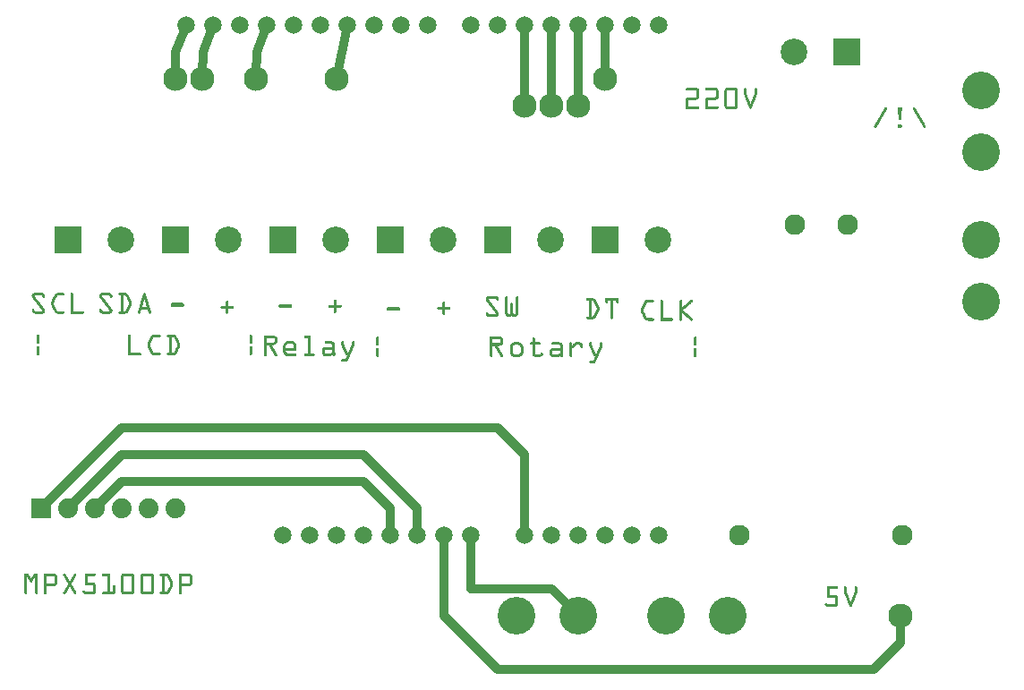
<source format=gtl>
G04 MADE WITH FRITZING*
G04 WWW.FRITZING.ORG*
G04 DOUBLE SIDED*
G04 HOLES PLATED*
G04 CONTOUR ON CENTER OF CONTOUR VECTOR*
%ASAXBY*%
%FSLAX23Y23*%
%MOIN*%
%OFA0B0*%
%SFA1.0B1.0*%
%ADD10C,0.140000*%
%ADD11C,0.077000*%
%ADD12C,0.074000*%
%ADD13C,0.065278*%
%ADD14C,0.099055*%
%ADD15C,0.090551*%
%ADD16R,0.074000X0.074000*%
%ADD17R,0.099055X0.099055*%
%ADD18C,0.032000*%
%ADD19R,0.001000X0.001000*%
%LNCOPPER1*%
G90*
G70*
G54D10*
X3064Y312D03*
X2834Y312D03*
X2276Y312D03*
X2506Y312D03*
X3064Y312D03*
X2834Y312D03*
X2276Y312D03*
X2506Y312D03*
X4006Y2270D03*
X4006Y2040D03*
X4006Y1482D03*
X4006Y1712D03*
X4006Y2270D03*
X4006Y2040D03*
X4006Y1482D03*
X4006Y1712D03*
G54D11*
X3311Y1769D03*
X3508Y1769D03*
X3712Y612D03*
X3106Y612D03*
G54D12*
X506Y712D03*
X606Y712D03*
X706Y712D03*
X806Y712D03*
X906Y712D03*
X1006Y712D03*
G54D13*
X2405Y612D03*
X2505Y612D03*
X2605Y612D03*
X2705Y612D03*
X2805Y612D03*
X1945Y2512D03*
X1845Y2512D03*
X1745Y2512D03*
X1645Y2512D03*
X1545Y2512D03*
X1445Y2512D03*
X1345Y2512D03*
X1245Y2512D03*
X1145Y2512D03*
X1045Y2512D03*
X2805Y2512D03*
X2705Y2512D03*
X2605Y2512D03*
X2505Y2512D03*
X2405Y2512D03*
X2305Y2512D03*
X2205Y2512D03*
X2105Y2512D03*
X1505Y612D03*
X1405Y612D03*
X1605Y612D03*
X1705Y612D03*
X1805Y612D03*
X1905Y612D03*
X2005Y612D03*
X2105Y612D03*
X2305Y612D03*
G54D14*
X1806Y1712D03*
X2003Y1712D03*
X1406Y1712D03*
X1603Y1712D03*
X2206Y1712D03*
X2403Y1712D03*
X2606Y1712D03*
X2803Y1712D03*
X1006Y1712D03*
X1203Y1712D03*
X606Y1712D03*
X803Y1712D03*
X3506Y2412D03*
X3309Y2412D03*
G54D15*
X2306Y2212D03*
X1306Y2312D03*
X1106Y2312D03*
X1006Y2312D03*
X2606Y2312D03*
X2506Y2212D03*
X2406Y2212D03*
X1606Y2312D03*
X3706Y312D03*
G54D16*
X506Y712D03*
G54D17*
X1806Y1712D03*
X1406Y1712D03*
X2206Y1712D03*
X2606Y1712D03*
X1006Y1712D03*
X606Y1712D03*
X3506Y2412D03*
G54D18*
X2307Y913D02*
X2305Y632D01*
D02*
X2207Y1013D02*
X2307Y913D01*
D02*
X520Y726D02*
X806Y1013D01*
D02*
X806Y1013D02*
X2207Y1013D01*
D02*
X3706Y213D02*
X3606Y113D01*
D02*
X3606Y113D02*
X2205Y113D01*
D02*
X2205Y113D02*
X2005Y313D01*
D02*
X3706Y295D02*
X3706Y213D01*
D02*
X2005Y313D02*
X2005Y592D01*
D02*
X2407Y411D02*
X2106Y411D01*
D02*
X2471Y348D02*
X2407Y411D01*
D02*
X2106Y411D02*
X2105Y592D01*
D02*
X1806Y711D02*
X1707Y813D01*
D02*
X1707Y813D02*
X806Y811D01*
D02*
X806Y811D02*
X720Y726D01*
D02*
X1805Y632D02*
X1806Y711D01*
D02*
X1905Y711D02*
X1707Y912D01*
D02*
X806Y912D02*
X620Y726D01*
D02*
X1707Y912D02*
X806Y912D01*
D02*
X1905Y632D02*
X1905Y711D01*
D02*
X2605Y2492D02*
X2606Y2330D01*
D02*
X2505Y2492D02*
X2506Y2230D01*
D02*
X2405Y2492D02*
X2406Y2230D01*
D02*
X1006Y2413D02*
X1038Y2493D01*
D02*
X1006Y2330D02*
X1006Y2413D01*
D02*
X1108Y2411D02*
X1138Y2493D01*
D02*
X1106Y2330D02*
X1108Y2411D01*
D02*
X1308Y2411D02*
X1338Y2493D01*
D02*
X1306Y2330D02*
X1308Y2411D01*
D02*
X2305Y2492D02*
X2306Y2230D01*
D02*
X1641Y2492D02*
X1610Y2330D01*
G54D19*
X2909Y2277D02*
X2950Y2277D01*
X2981Y2277D02*
X3022Y2277D01*
X3057Y2277D02*
X3094Y2277D01*
X3125Y2277D02*
X3130Y2277D01*
X3165Y2277D02*
X3170Y2277D01*
X2908Y2276D02*
X2952Y2276D01*
X2980Y2276D02*
X3024Y2276D01*
X3055Y2276D02*
X3096Y2276D01*
X3124Y2276D02*
X3131Y2276D01*
X3164Y2276D02*
X3171Y2276D01*
X2908Y2275D02*
X2953Y2275D01*
X2980Y2275D02*
X3025Y2275D01*
X3054Y2275D02*
X3097Y2275D01*
X3124Y2275D02*
X3132Y2275D01*
X3163Y2275D02*
X3171Y2275D01*
X2907Y2274D02*
X2954Y2274D01*
X2979Y2274D02*
X3026Y2274D01*
X3053Y2274D02*
X3098Y2274D01*
X3123Y2274D02*
X3132Y2274D01*
X3163Y2274D02*
X3172Y2274D01*
X2907Y2273D02*
X2955Y2273D01*
X2979Y2273D02*
X3027Y2273D01*
X3053Y2273D02*
X3099Y2273D01*
X3123Y2273D02*
X3132Y2273D01*
X3163Y2273D02*
X3172Y2273D01*
X2907Y2272D02*
X2955Y2272D01*
X2979Y2272D02*
X3027Y2272D01*
X3052Y2272D02*
X3099Y2272D01*
X3123Y2272D02*
X3132Y2272D01*
X3163Y2272D02*
X3172Y2272D01*
X2908Y2271D02*
X2955Y2271D01*
X2980Y2271D02*
X3027Y2271D01*
X3052Y2271D02*
X3099Y2271D01*
X3123Y2271D02*
X3132Y2271D01*
X3163Y2271D02*
X3172Y2271D01*
X2908Y2270D02*
X2956Y2270D01*
X2980Y2270D02*
X3028Y2270D01*
X3051Y2270D02*
X3100Y2270D01*
X3123Y2270D02*
X3132Y2270D01*
X3163Y2270D02*
X3172Y2270D01*
X2909Y2269D02*
X2956Y2269D01*
X2981Y2269D02*
X3028Y2269D01*
X3051Y2269D02*
X3100Y2269D01*
X3123Y2269D02*
X3132Y2269D01*
X3163Y2269D02*
X3172Y2269D01*
X2912Y2268D02*
X2956Y2268D01*
X2984Y2268D02*
X3028Y2268D01*
X3051Y2268D02*
X3100Y2268D01*
X3123Y2268D02*
X3132Y2268D01*
X3163Y2268D02*
X3172Y2268D01*
X2947Y2267D02*
X2956Y2267D01*
X3019Y2267D02*
X3028Y2267D01*
X3051Y2267D02*
X3060Y2267D01*
X3091Y2267D02*
X3100Y2267D01*
X3123Y2267D02*
X3132Y2267D01*
X3163Y2267D02*
X3172Y2267D01*
X2947Y2266D02*
X2956Y2266D01*
X3019Y2266D02*
X3028Y2266D01*
X3051Y2266D02*
X3060Y2266D01*
X3091Y2266D02*
X3100Y2266D01*
X3123Y2266D02*
X3132Y2266D01*
X3163Y2266D02*
X3172Y2266D01*
X2947Y2265D02*
X2956Y2265D01*
X3019Y2265D02*
X3028Y2265D01*
X3051Y2265D02*
X3060Y2265D01*
X3091Y2265D02*
X3100Y2265D01*
X3123Y2265D02*
X3132Y2265D01*
X3163Y2265D02*
X3172Y2265D01*
X2947Y2264D02*
X2956Y2264D01*
X3019Y2264D02*
X3028Y2264D01*
X3051Y2264D02*
X3060Y2264D01*
X3091Y2264D02*
X3100Y2264D01*
X3123Y2264D02*
X3132Y2264D01*
X3163Y2264D02*
X3172Y2264D01*
X2947Y2263D02*
X2956Y2263D01*
X3019Y2263D02*
X3028Y2263D01*
X3051Y2263D02*
X3060Y2263D01*
X3091Y2263D02*
X3100Y2263D01*
X3123Y2263D02*
X3132Y2263D01*
X3163Y2263D02*
X3172Y2263D01*
X2947Y2262D02*
X2956Y2262D01*
X3019Y2262D02*
X3028Y2262D01*
X3051Y2262D02*
X3060Y2262D01*
X3091Y2262D02*
X3100Y2262D01*
X3123Y2262D02*
X3132Y2262D01*
X3163Y2262D02*
X3172Y2262D01*
X2947Y2261D02*
X2956Y2261D01*
X3019Y2261D02*
X3028Y2261D01*
X3051Y2261D02*
X3060Y2261D01*
X3091Y2261D02*
X3100Y2261D01*
X3123Y2261D02*
X3132Y2261D01*
X3163Y2261D02*
X3172Y2261D01*
X2947Y2260D02*
X2956Y2260D01*
X3019Y2260D02*
X3028Y2260D01*
X3051Y2260D02*
X3060Y2260D01*
X3091Y2260D02*
X3100Y2260D01*
X3123Y2260D02*
X3132Y2260D01*
X3163Y2260D02*
X3172Y2260D01*
X2947Y2259D02*
X2956Y2259D01*
X3019Y2259D02*
X3028Y2259D01*
X3051Y2259D02*
X3060Y2259D01*
X3091Y2259D02*
X3100Y2259D01*
X3123Y2259D02*
X3132Y2259D01*
X3163Y2259D02*
X3172Y2259D01*
X2947Y2258D02*
X2956Y2258D01*
X3019Y2258D02*
X3028Y2258D01*
X3051Y2258D02*
X3060Y2258D01*
X3091Y2258D02*
X3100Y2258D01*
X3123Y2258D02*
X3132Y2258D01*
X3163Y2258D02*
X3172Y2258D01*
X2947Y2257D02*
X2956Y2257D01*
X3019Y2257D02*
X3028Y2257D01*
X3051Y2257D02*
X3060Y2257D01*
X3091Y2257D02*
X3100Y2257D01*
X3123Y2257D02*
X3132Y2257D01*
X3163Y2257D02*
X3172Y2257D01*
X2947Y2256D02*
X2956Y2256D01*
X3019Y2256D02*
X3028Y2256D01*
X3051Y2256D02*
X3060Y2256D01*
X3091Y2256D02*
X3100Y2256D01*
X3123Y2256D02*
X3133Y2256D01*
X3163Y2256D02*
X3172Y2256D01*
X2947Y2255D02*
X2956Y2255D01*
X3019Y2255D02*
X3028Y2255D01*
X3051Y2255D02*
X3060Y2255D01*
X3091Y2255D02*
X3100Y2255D01*
X3123Y2255D02*
X3133Y2255D01*
X3162Y2255D02*
X3172Y2255D01*
X2947Y2254D02*
X2956Y2254D01*
X3019Y2254D02*
X3028Y2254D01*
X3051Y2254D02*
X3060Y2254D01*
X3091Y2254D02*
X3100Y2254D01*
X3124Y2254D02*
X3133Y2254D01*
X3162Y2254D02*
X3172Y2254D01*
X2947Y2253D02*
X2956Y2253D01*
X3019Y2253D02*
X3028Y2253D01*
X3051Y2253D02*
X3060Y2253D01*
X3091Y2253D02*
X3100Y2253D01*
X3124Y2253D02*
X3134Y2253D01*
X3161Y2253D02*
X3171Y2253D01*
X2947Y2252D02*
X2956Y2252D01*
X3019Y2252D02*
X3028Y2252D01*
X3051Y2252D02*
X3060Y2252D01*
X3091Y2252D02*
X3100Y2252D01*
X3124Y2252D02*
X3134Y2252D01*
X3161Y2252D02*
X3171Y2252D01*
X2947Y2251D02*
X2956Y2251D01*
X3019Y2251D02*
X3028Y2251D01*
X3051Y2251D02*
X3060Y2251D01*
X3091Y2251D02*
X3100Y2251D01*
X3125Y2251D02*
X3135Y2251D01*
X3161Y2251D02*
X3170Y2251D01*
X2947Y2250D02*
X2956Y2250D01*
X3019Y2250D02*
X3028Y2250D01*
X3051Y2250D02*
X3060Y2250D01*
X3091Y2250D02*
X3100Y2250D01*
X3125Y2250D02*
X3135Y2250D01*
X3160Y2250D02*
X3170Y2250D01*
X2947Y2249D02*
X2956Y2249D01*
X3019Y2249D02*
X3028Y2249D01*
X3051Y2249D02*
X3060Y2249D01*
X3091Y2249D02*
X3100Y2249D01*
X3125Y2249D02*
X3135Y2249D01*
X3160Y2249D02*
X3170Y2249D01*
X2947Y2248D02*
X2956Y2248D01*
X3019Y2248D02*
X3028Y2248D01*
X3051Y2248D02*
X3060Y2248D01*
X3091Y2248D02*
X3100Y2248D01*
X3126Y2248D02*
X3136Y2248D01*
X3159Y2248D02*
X3169Y2248D01*
X2947Y2247D02*
X2956Y2247D01*
X3019Y2247D02*
X3028Y2247D01*
X3051Y2247D02*
X3060Y2247D01*
X3091Y2247D02*
X3100Y2247D01*
X3126Y2247D02*
X3136Y2247D01*
X3159Y2247D02*
X3169Y2247D01*
X2947Y2246D02*
X2956Y2246D01*
X3019Y2246D02*
X3028Y2246D01*
X3051Y2246D02*
X3060Y2246D01*
X3091Y2246D02*
X3100Y2246D01*
X3127Y2246D02*
X3137Y2246D01*
X3159Y2246D02*
X3169Y2246D01*
X2947Y2245D02*
X2956Y2245D01*
X3019Y2245D02*
X3028Y2245D01*
X3051Y2245D02*
X3060Y2245D01*
X3091Y2245D02*
X3100Y2245D01*
X3127Y2245D02*
X3137Y2245D01*
X3158Y2245D02*
X3168Y2245D01*
X2946Y2244D02*
X2956Y2244D01*
X3018Y2244D02*
X3028Y2244D01*
X3051Y2244D02*
X3060Y2244D01*
X3091Y2244D02*
X3100Y2244D01*
X3127Y2244D02*
X3137Y2244D01*
X3158Y2244D02*
X3168Y2244D01*
X2913Y2243D02*
X2956Y2243D01*
X2985Y2243D02*
X3028Y2243D01*
X3051Y2243D02*
X3060Y2243D01*
X3091Y2243D02*
X3100Y2243D01*
X3128Y2243D02*
X3138Y2243D01*
X3157Y2243D02*
X3167Y2243D01*
X2911Y2242D02*
X2956Y2242D01*
X2983Y2242D02*
X3028Y2242D01*
X3051Y2242D02*
X3060Y2242D01*
X3091Y2242D02*
X3100Y2242D01*
X3128Y2242D02*
X3138Y2242D01*
X3157Y2242D02*
X3167Y2242D01*
X2910Y2241D02*
X2956Y2241D01*
X2982Y2241D02*
X3028Y2241D01*
X3051Y2241D02*
X3060Y2241D01*
X3091Y2241D02*
X3100Y2241D01*
X3129Y2241D02*
X3139Y2241D01*
X3157Y2241D02*
X3167Y2241D01*
X2909Y2240D02*
X2955Y2240D01*
X2981Y2240D02*
X3027Y2240D01*
X3051Y2240D02*
X3060Y2240D01*
X3091Y2240D02*
X3100Y2240D01*
X3129Y2240D02*
X3139Y2240D01*
X3156Y2240D02*
X3166Y2240D01*
X2909Y2239D02*
X2955Y2239D01*
X2981Y2239D02*
X3027Y2239D01*
X3051Y2239D02*
X3060Y2239D01*
X3091Y2239D02*
X3100Y2239D01*
X3129Y2239D02*
X3139Y2239D01*
X3156Y2239D02*
X3166Y2239D01*
X2908Y2238D02*
X2954Y2238D01*
X2980Y2238D02*
X3026Y2238D01*
X3051Y2238D02*
X3060Y2238D01*
X3091Y2238D02*
X3100Y2238D01*
X3130Y2238D02*
X3140Y2238D01*
X3156Y2238D02*
X3165Y2238D01*
X2908Y2237D02*
X2953Y2237D01*
X2980Y2237D02*
X3025Y2237D01*
X3051Y2237D02*
X3060Y2237D01*
X3091Y2237D02*
X3100Y2237D01*
X3130Y2237D02*
X3140Y2237D01*
X3155Y2237D02*
X3165Y2237D01*
X2907Y2236D02*
X2952Y2236D01*
X2979Y2236D02*
X3024Y2236D01*
X3051Y2236D02*
X3060Y2236D01*
X3091Y2236D02*
X3100Y2236D01*
X3131Y2236D02*
X3140Y2236D01*
X3155Y2236D02*
X3165Y2236D01*
X2907Y2235D02*
X2950Y2235D01*
X2979Y2235D02*
X3022Y2235D01*
X3051Y2235D02*
X3060Y2235D01*
X3091Y2235D02*
X3100Y2235D01*
X3131Y2235D02*
X3141Y2235D01*
X3154Y2235D02*
X3164Y2235D01*
X2907Y2234D02*
X2946Y2234D01*
X2979Y2234D02*
X3018Y2234D01*
X3051Y2234D02*
X3060Y2234D01*
X3091Y2234D02*
X3100Y2234D01*
X3131Y2234D02*
X3141Y2234D01*
X3154Y2234D02*
X3164Y2234D01*
X2907Y2233D02*
X2916Y2233D01*
X2979Y2233D02*
X2988Y2233D01*
X3051Y2233D02*
X3060Y2233D01*
X3091Y2233D02*
X3100Y2233D01*
X3132Y2233D02*
X3142Y2233D01*
X3154Y2233D02*
X3163Y2233D01*
X2907Y2232D02*
X2916Y2232D01*
X2979Y2232D02*
X2988Y2232D01*
X3051Y2232D02*
X3060Y2232D01*
X3091Y2232D02*
X3100Y2232D01*
X3132Y2232D02*
X3142Y2232D01*
X3153Y2232D02*
X3163Y2232D01*
X2907Y2231D02*
X2916Y2231D01*
X2979Y2231D02*
X2988Y2231D01*
X3051Y2231D02*
X3060Y2231D01*
X3091Y2231D02*
X3100Y2231D01*
X3132Y2231D02*
X3142Y2231D01*
X3153Y2231D02*
X3163Y2231D01*
X2907Y2230D02*
X2916Y2230D01*
X2979Y2230D02*
X2988Y2230D01*
X3051Y2230D02*
X3060Y2230D01*
X3091Y2230D02*
X3100Y2230D01*
X3133Y2230D02*
X3143Y2230D01*
X3152Y2230D02*
X3162Y2230D01*
X2907Y2229D02*
X2916Y2229D01*
X2979Y2229D02*
X2988Y2229D01*
X3051Y2229D02*
X3060Y2229D01*
X3091Y2229D02*
X3100Y2229D01*
X3133Y2229D02*
X3143Y2229D01*
X3152Y2229D02*
X3162Y2229D01*
X2907Y2228D02*
X2916Y2228D01*
X2979Y2228D02*
X2988Y2228D01*
X3051Y2228D02*
X3060Y2228D01*
X3091Y2228D02*
X3100Y2228D01*
X3134Y2228D02*
X3144Y2228D01*
X3152Y2228D02*
X3161Y2228D01*
X2907Y2227D02*
X2916Y2227D01*
X2979Y2227D02*
X2988Y2227D01*
X3051Y2227D02*
X3060Y2227D01*
X3091Y2227D02*
X3100Y2227D01*
X3134Y2227D02*
X3144Y2227D01*
X3151Y2227D02*
X3161Y2227D01*
X2907Y2226D02*
X2916Y2226D01*
X2979Y2226D02*
X2988Y2226D01*
X3051Y2226D02*
X3060Y2226D01*
X3091Y2226D02*
X3100Y2226D01*
X3134Y2226D02*
X3144Y2226D01*
X3151Y2226D02*
X3161Y2226D01*
X2907Y2225D02*
X2916Y2225D01*
X2979Y2225D02*
X2988Y2225D01*
X3051Y2225D02*
X3060Y2225D01*
X3091Y2225D02*
X3100Y2225D01*
X3135Y2225D02*
X3145Y2225D01*
X3150Y2225D02*
X3160Y2225D01*
X2907Y2224D02*
X2916Y2224D01*
X2979Y2224D02*
X2988Y2224D01*
X3051Y2224D02*
X3060Y2224D01*
X3091Y2224D02*
X3100Y2224D01*
X3135Y2224D02*
X3145Y2224D01*
X3150Y2224D02*
X3160Y2224D01*
X2907Y2223D02*
X2916Y2223D01*
X2979Y2223D02*
X2988Y2223D01*
X3051Y2223D02*
X3060Y2223D01*
X3091Y2223D02*
X3100Y2223D01*
X3136Y2223D02*
X3146Y2223D01*
X3150Y2223D02*
X3160Y2223D01*
X2907Y2222D02*
X2916Y2222D01*
X2979Y2222D02*
X2988Y2222D01*
X3051Y2222D02*
X3060Y2222D01*
X3091Y2222D02*
X3100Y2222D01*
X3136Y2222D02*
X3146Y2222D01*
X3149Y2222D02*
X3159Y2222D01*
X2907Y2221D02*
X2916Y2221D01*
X2979Y2221D02*
X2988Y2221D01*
X3051Y2221D02*
X3060Y2221D01*
X3091Y2221D02*
X3100Y2221D01*
X3136Y2221D02*
X3146Y2221D01*
X3149Y2221D02*
X3159Y2221D01*
X2907Y2220D02*
X2916Y2220D01*
X2979Y2220D02*
X2988Y2220D01*
X3051Y2220D02*
X3060Y2220D01*
X3091Y2220D02*
X3100Y2220D01*
X3137Y2220D02*
X3158Y2220D01*
X2907Y2219D02*
X2916Y2219D01*
X2979Y2219D02*
X2988Y2219D01*
X3051Y2219D02*
X3060Y2219D01*
X3091Y2219D02*
X3100Y2219D01*
X3137Y2219D02*
X3158Y2219D01*
X2907Y2218D02*
X2916Y2218D01*
X2979Y2218D02*
X2988Y2218D01*
X3051Y2218D02*
X3060Y2218D01*
X3091Y2218D02*
X3100Y2218D01*
X3138Y2218D02*
X3158Y2218D01*
X2907Y2217D02*
X2916Y2217D01*
X2979Y2217D02*
X2988Y2217D01*
X3051Y2217D02*
X3060Y2217D01*
X3091Y2217D02*
X3100Y2217D01*
X3138Y2217D02*
X3157Y2217D01*
X2907Y2216D02*
X2916Y2216D01*
X2979Y2216D02*
X2988Y2216D01*
X3051Y2216D02*
X3060Y2216D01*
X3091Y2216D02*
X3100Y2216D01*
X3138Y2216D02*
X3157Y2216D01*
X2907Y2215D02*
X2916Y2215D01*
X2979Y2215D02*
X2988Y2215D01*
X3051Y2215D02*
X3060Y2215D01*
X3091Y2215D02*
X3100Y2215D01*
X3139Y2215D02*
X3156Y2215D01*
X2907Y2214D02*
X2916Y2214D01*
X2979Y2214D02*
X2988Y2214D01*
X3051Y2214D02*
X3060Y2214D01*
X3091Y2214D02*
X3100Y2214D01*
X3139Y2214D02*
X3156Y2214D01*
X2907Y2213D02*
X2916Y2213D01*
X2979Y2213D02*
X2988Y2213D01*
X3051Y2213D02*
X3060Y2213D01*
X3091Y2213D02*
X3100Y2213D01*
X3139Y2213D02*
X3156Y2213D01*
X2907Y2212D02*
X2916Y2212D01*
X2979Y2212D02*
X2988Y2212D01*
X3051Y2212D02*
X3060Y2212D01*
X3091Y2212D02*
X3100Y2212D01*
X3140Y2212D02*
X3155Y2212D01*
X2907Y2211D02*
X2916Y2211D01*
X2979Y2211D02*
X2988Y2211D01*
X3051Y2211D02*
X3060Y2211D01*
X3091Y2211D02*
X3100Y2211D01*
X3140Y2211D02*
X3155Y2211D01*
X2907Y2210D02*
X2951Y2210D01*
X2979Y2210D02*
X3023Y2210D01*
X3051Y2210D02*
X3100Y2210D01*
X3141Y2210D02*
X3154Y2210D01*
X2907Y2209D02*
X2954Y2209D01*
X2979Y2209D02*
X3026Y2209D01*
X3051Y2209D02*
X3100Y2209D01*
X3141Y2209D02*
X3154Y2209D01*
X2907Y2208D02*
X2955Y2208D01*
X2979Y2208D02*
X3027Y2208D01*
X3051Y2208D02*
X3100Y2208D01*
X3141Y2208D02*
X3154Y2208D01*
X2907Y2207D02*
X2956Y2207D01*
X2979Y2207D02*
X3028Y2207D01*
X3052Y2207D02*
X3099Y2207D01*
X3142Y2207D02*
X3153Y2207D01*
X2907Y2206D02*
X2956Y2206D01*
X2979Y2206D02*
X3028Y2206D01*
X3052Y2206D02*
X3099Y2206D01*
X3142Y2206D02*
X3153Y2206D01*
X3650Y2206D02*
X3654Y2206D01*
X3700Y2206D02*
X3708Y2206D01*
X3754Y2206D02*
X3758Y2206D01*
X2907Y2205D02*
X2956Y2205D01*
X2979Y2205D02*
X3028Y2205D01*
X3053Y2205D02*
X3099Y2205D01*
X3143Y2205D02*
X3153Y2205D01*
X3649Y2205D02*
X3655Y2205D01*
X3698Y2205D02*
X3710Y2205D01*
X3753Y2205D02*
X3759Y2205D01*
X2907Y2204D02*
X2956Y2204D01*
X2979Y2204D02*
X3028Y2204D01*
X3053Y2204D02*
X3098Y2204D01*
X3143Y2204D02*
X3152Y2204D01*
X3648Y2204D02*
X3656Y2204D01*
X3698Y2204D02*
X3711Y2204D01*
X3752Y2204D02*
X3760Y2204D01*
X2907Y2203D02*
X2956Y2203D01*
X2979Y2203D02*
X3028Y2203D01*
X3054Y2203D02*
X3097Y2203D01*
X3143Y2203D02*
X3152Y2203D01*
X3647Y2203D02*
X3656Y2203D01*
X3697Y2203D02*
X3711Y2203D01*
X3752Y2203D02*
X3761Y2203D01*
X2907Y2202D02*
X2955Y2202D01*
X2979Y2202D02*
X3027Y2202D01*
X3055Y2202D02*
X3096Y2202D01*
X3144Y2202D02*
X3151Y2202D01*
X3647Y2202D02*
X3656Y2202D01*
X3697Y2202D02*
X3711Y2202D01*
X3752Y2202D02*
X3761Y2202D01*
X2907Y2201D02*
X2954Y2201D01*
X2979Y2201D02*
X3026Y2201D01*
X3057Y2201D02*
X3094Y2201D01*
X3145Y2201D02*
X3150Y2201D01*
X3646Y2201D02*
X3656Y2201D01*
X3697Y2201D02*
X3711Y2201D01*
X3752Y2201D02*
X3762Y2201D01*
X2908Y2200D02*
X2951Y2200D01*
X2980Y2200D02*
X3023Y2200D01*
X3062Y2200D02*
X3090Y2200D01*
X3645Y2200D02*
X3656Y2200D01*
X3697Y2200D02*
X3711Y2200D01*
X3752Y2200D02*
X3763Y2200D01*
X3645Y2199D02*
X3656Y2199D01*
X3697Y2199D02*
X3711Y2199D01*
X3752Y2199D02*
X3763Y2199D01*
X3644Y2198D02*
X3655Y2198D01*
X3697Y2198D02*
X3711Y2198D01*
X3753Y2198D02*
X3764Y2198D01*
X3644Y2197D02*
X3655Y2197D01*
X3697Y2197D02*
X3711Y2197D01*
X3754Y2197D02*
X3764Y2197D01*
X3643Y2196D02*
X3654Y2196D01*
X3697Y2196D02*
X3711Y2196D01*
X3754Y2196D02*
X3765Y2196D01*
X3643Y2195D02*
X3653Y2195D01*
X3697Y2195D02*
X3711Y2195D01*
X3755Y2195D02*
X3765Y2195D01*
X3642Y2194D02*
X3653Y2194D01*
X3697Y2194D02*
X3711Y2194D01*
X3755Y2194D02*
X3766Y2194D01*
X3641Y2193D02*
X3652Y2193D01*
X3698Y2193D02*
X3710Y2193D01*
X3756Y2193D02*
X3767Y2193D01*
X3641Y2192D02*
X3652Y2192D01*
X3698Y2192D02*
X3710Y2192D01*
X3756Y2192D02*
X3767Y2192D01*
X3640Y2191D02*
X3651Y2191D01*
X3698Y2191D02*
X3710Y2191D01*
X3757Y2191D02*
X3768Y2191D01*
X3640Y2190D02*
X3650Y2190D01*
X3698Y2190D02*
X3710Y2190D01*
X3758Y2190D02*
X3768Y2190D01*
X3639Y2189D02*
X3650Y2189D01*
X3698Y2189D02*
X3710Y2189D01*
X3758Y2189D02*
X3769Y2189D01*
X3638Y2188D02*
X3649Y2188D01*
X3698Y2188D02*
X3710Y2188D01*
X3759Y2188D02*
X3770Y2188D01*
X3638Y2187D02*
X3649Y2187D01*
X3698Y2187D02*
X3710Y2187D01*
X3759Y2187D02*
X3770Y2187D01*
X3637Y2186D02*
X3648Y2186D01*
X3698Y2186D02*
X3710Y2186D01*
X3760Y2186D02*
X3771Y2186D01*
X3637Y2185D02*
X3647Y2185D01*
X3698Y2185D02*
X3710Y2185D01*
X3761Y2185D02*
X3771Y2185D01*
X3636Y2184D02*
X3647Y2184D01*
X3698Y2184D02*
X3710Y2184D01*
X3761Y2184D02*
X3772Y2184D01*
X3636Y2183D02*
X3646Y2183D01*
X3698Y2183D02*
X3710Y2183D01*
X3762Y2183D02*
X3772Y2183D01*
X3635Y2182D02*
X3646Y2182D01*
X3698Y2182D02*
X3710Y2182D01*
X3762Y2182D02*
X3773Y2182D01*
X3634Y2181D02*
X3645Y2181D01*
X3698Y2181D02*
X3710Y2181D01*
X3763Y2181D02*
X3774Y2181D01*
X3634Y2180D02*
X3645Y2180D01*
X3698Y2180D02*
X3710Y2180D01*
X3763Y2180D02*
X3774Y2180D01*
X3633Y2179D02*
X3644Y2179D01*
X3698Y2179D02*
X3710Y2179D01*
X3764Y2179D02*
X3775Y2179D01*
X3633Y2178D02*
X3643Y2178D01*
X3699Y2178D02*
X3710Y2178D01*
X3765Y2178D02*
X3775Y2178D01*
X3632Y2177D02*
X3643Y2177D01*
X3699Y2177D02*
X3709Y2177D01*
X3765Y2177D02*
X3776Y2177D01*
X3631Y2176D02*
X3642Y2176D01*
X3699Y2176D02*
X3709Y2176D01*
X3766Y2176D02*
X3777Y2176D01*
X3631Y2175D02*
X3642Y2175D01*
X3699Y2175D02*
X3709Y2175D01*
X3766Y2175D02*
X3777Y2175D01*
X3630Y2174D02*
X3641Y2174D01*
X3699Y2174D02*
X3709Y2174D01*
X3767Y2174D02*
X3778Y2174D01*
X3630Y2173D02*
X3640Y2173D01*
X3699Y2173D02*
X3709Y2173D01*
X3768Y2173D02*
X3778Y2173D01*
X3629Y2172D02*
X3640Y2172D01*
X3699Y2172D02*
X3709Y2172D01*
X3768Y2172D02*
X3779Y2172D01*
X3629Y2171D02*
X3639Y2171D01*
X3699Y2171D02*
X3709Y2171D01*
X3769Y2171D02*
X3780Y2171D01*
X3628Y2170D02*
X3639Y2170D01*
X3699Y2170D02*
X3709Y2170D01*
X3769Y2170D02*
X3780Y2170D01*
X3627Y2169D02*
X3638Y2169D01*
X3699Y2169D02*
X3709Y2169D01*
X3770Y2169D02*
X3781Y2169D01*
X3627Y2168D02*
X3638Y2168D01*
X3699Y2168D02*
X3709Y2168D01*
X3770Y2168D02*
X3781Y2168D01*
X3626Y2167D02*
X3637Y2167D01*
X3699Y2167D02*
X3709Y2167D01*
X3771Y2167D02*
X3782Y2167D01*
X3626Y2166D02*
X3636Y2166D01*
X3699Y2166D02*
X3709Y2166D01*
X3772Y2166D02*
X3782Y2166D01*
X3625Y2165D02*
X3636Y2165D01*
X3699Y2165D02*
X3709Y2165D01*
X3772Y2165D02*
X3783Y2165D01*
X3624Y2164D02*
X3635Y2164D01*
X3699Y2164D02*
X3709Y2164D01*
X3773Y2164D02*
X3784Y2164D01*
X3624Y2163D02*
X3635Y2163D01*
X3700Y2163D02*
X3708Y2163D01*
X3773Y2163D02*
X3784Y2163D01*
X3623Y2162D02*
X3634Y2162D01*
X3700Y2162D02*
X3708Y2162D01*
X3774Y2162D02*
X3785Y2162D01*
X3623Y2161D02*
X3633Y2161D01*
X3700Y2161D02*
X3708Y2161D01*
X3775Y2161D02*
X3785Y2161D01*
X3622Y2160D02*
X3633Y2160D01*
X3701Y2160D02*
X3707Y2160D01*
X3775Y2160D02*
X3786Y2160D01*
X3622Y2159D02*
X3632Y2159D01*
X3702Y2159D02*
X3706Y2159D01*
X3776Y2159D02*
X3787Y2159D01*
X3621Y2158D02*
X3632Y2158D01*
X3776Y2158D02*
X3787Y2158D01*
X3620Y2157D02*
X3631Y2157D01*
X3777Y2157D02*
X3788Y2157D01*
X3620Y2156D02*
X3631Y2156D01*
X3777Y2156D02*
X3788Y2156D01*
X3619Y2155D02*
X3630Y2155D01*
X3778Y2155D02*
X3789Y2155D01*
X3619Y2154D02*
X3629Y2154D01*
X3779Y2154D02*
X3789Y2154D01*
X3618Y2153D02*
X3629Y2153D01*
X3779Y2153D02*
X3790Y2153D01*
X3617Y2152D02*
X3628Y2152D01*
X3780Y2152D02*
X3791Y2152D01*
X3617Y2151D02*
X3628Y2151D01*
X3780Y2151D02*
X3791Y2151D01*
X3616Y2150D02*
X3627Y2150D01*
X3781Y2150D02*
X3792Y2150D01*
X3616Y2149D02*
X3626Y2149D01*
X3782Y2149D02*
X3792Y2149D01*
X3615Y2148D02*
X3626Y2148D01*
X3782Y2148D02*
X3793Y2148D01*
X3614Y2147D02*
X3625Y2147D01*
X3783Y2147D02*
X3794Y2147D01*
X3614Y2146D02*
X3625Y2146D01*
X3783Y2146D02*
X3794Y2146D01*
X3613Y2145D02*
X3624Y2145D01*
X3784Y2145D02*
X3795Y2145D01*
X3613Y2144D02*
X3624Y2144D01*
X3785Y2144D02*
X3795Y2144D01*
X3612Y2143D02*
X3623Y2143D01*
X3702Y2143D02*
X3706Y2143D01*
X3785Y2143D02*
X3796Y2143D01*
X3612Y2142D02*
X3622Y2142D01*
X3699Y2142D02*
X3709Y2142D01*
X3786Y2142D02*
X3796Y2142D01*
X3611Y2141D02*
X3622Y2141D01*
X3698Y2141D02*
X3710Y2141D01*
X3786Y2141D02*
X3797Y2141D01*
X3610Y2140D02*
X3621Y2140D01*
X3697Y2140D02*
X3711Y2140D01*
X3787Y2140D02*
X3798Y2140D01*
X3610Y2139D02*
X3621Y2139D01*
X3697Y2139D02*
X3711Y2139D01*
X3787Y2139D02*
X3798Y2139D01*
X3609Y2138D02*
X3620Y2138D01*
X3697Y2138D02*
X3711Y2138D01*
X3788Y2138D02*
X3799Y2138D01*
X3609Y2137D02*
X3619Y2137D01*
X3697Y2137D02*
X3711Y2137D01*
X3789Y2137D02*
X3799Y2137D01*
X3608Y2136D02*
X3619Y2136D01*
X3697Y2136D02*
X3711Y2136D01*
X3789Y2136D02*
X3800Y2136D01*
X3608Y2135D02*
X3618Y2135D01*
X3697Y2135D02*
X3711Y2135D01*
X3790Y2135D02*
X3800Y2135D01*
X3608Y2134D02*
X3618Y2134D01*
X3697Y2134D02*
X3711Y2134D01*
X3790Y2134D02*
X3800Y2134D01*
X3608Y2133D02*
X3617Y2133D01*
X3697Y2133D02*
X3711Y2133D01*
X3791Y2133D02*
X3800Y2133D01*
X3608Y2132D02*
X3616Y2132D01*
X3697Y2132D02*
X3711Y2132D01*
X3792Y2132D02*
X3800Y2132D01*
X3609Y2131D02*
X3616Y2131D01*
X3698Y2131D02*
X3710Y2131D01*
X3792Y2131D02*
X3799Y2131D01*
X3610Y2130D02*
X3615Y2130D01*
X3699Y2130D02*
X3709Y2130D01*
X3793Y2130D02*
X3799Y2130D01*
X3612Y2129D02*
X3613Y2129D01*
X3701Y2129D02*
X3707Y2129D01*
X3795Y2129D02*
X3796Y2129D01*
X479Y1514D02*
X511Y1514D01*
X565Y1514D02*
X589Y1514D01*
X618Y1514D02*
X622Y1514D01*
X730Y1514D02*
X762Y1514D01*
X797Y1514D02*
X821Y1514D01*
X889Y1514D02*
X893Y1514D01*
X477Y1513D02*
X513Y1513D01*
X562Y1513D02*
X591Y1513D01*
X617Y1513D02*
X623Y1513D01*
X728Y1513D02*
X764Y1513D01*
X796Y1513D02*
X824Y1513D01*
X887Y1513D02*
X894Y1513D01*
X475Y1512D02*
X515Y1512D01*
X561Y1512D02*
X592Y1512D01*
X616Y1512D02*
X624Y1512D01*
X726Y1512D02*
X765Y1512D01*
X795Y1512D02*
X825Y1512D01*
X887Y1512D02*
X894Y1512D01*
X474Y1511D02*
X516Y1511D01*
X559Y1511D02*
X592Y1511D01*
X616Y1511D02*
X624Y1511D01*
X725Y1511D02*
X767Y1511D01*
X794Y1511D02*
X826Y1511D01*
X886Y1511D02*
X895Y1511D01*
X474Y1510D02*
X517Y1510D01*
X558Y1510D02*
X592Y1510D01*
X615Y1510D02*
X624Y1510D01*
X724Y1510D02*
X768Y1510D01*
X794Y1510D02*
X828Y1510D01*
X886Y1510D02*
X895Y1510D01*
X473Y1509D02*
X518Y1509D01*
X558Y1509D02*
X592Y1509D01*
X615Y1509D02*
X624Y1509D01*
X724Y1509D02*
X768Y1509D01*
X794Y1509D02*
X829Y1509D01*
X886Y1509D02*
X896Y1509D01*
X472Y1508D02*
X518Y1508D01*
X557Y1508D02*
X592Y1508D01*
X615Y1508D02*
X624Y1508D01*
X723Y1508D02*
X769Y1508D01*
X795Y1508D02*
X829Y1508D01*
X885Y1508D02*
X896Y1508D01*
X472Y1507D02*
X519Y1507D01*
X556Y1507D02*
X591Y1507D01*
X615Y1507D02*
X624Y1507D01*
X723Y1507D02*
X770Y1507D01*
X795Y1507D02*
X830Y1507D01*
X885Y1507D02*
X896Y1507D01*
X472Y1506D02*
X519Y1506D01*
X556Y1506D02*
X590Y1506D01*
X615Y1506D02*
X624Y1506D01*
X723Y1506D02*
X770Y1506D01*
X796Y1506D02*
X830Y1506D01*
X885Y1506D02*
X896Y1506D01*
X472Y1505D02*
X520Y1505D01*
X555Y1505D02*
X589Y1505D01*
X615Y1505D02*
X624Y1505D01*
X722Y1505D02*
X770Y1505D01*
X797Y1505D02*
X831Y1505D01*
X884Y1505D02*
X897Y1505D01*
X471Y1504D02*
X481Y1504D01*
X509Y1504D02*
X520Y1504D01*
X555Y1504D02*
X566Y1504D01*
X615Y1504D02*
X624Y1504D01*
X722Y1504D02*
X732Y1504D01*
X760Y1504D02*
X771Y1504D01*
X804Y1504D02*
X813Y1504D01*
X820Y1504D02*
X831Y1504D01*
X884Y1504D02*
X897Y1504D01*
X471Y1503D02*
X481Y1503D01*
X510Y1503D02*
X520Y1503D01*
X554Y1503D02*
X565Y1503D01*
X615Y1503D02*
X624Y1503D01*
X722Y1503D02*
X731Y1503D01*
X761Y1503D02*
X771Y1503D01*
X804Y1503D02*
X813Y1503D01*
X821Y1503D02*
X832Y1503D01*
X884Y1503D02*
X897Y1503D01*
X471Y1502D02*
X481Y1502D01*
X511Y1502D02*
X520Y1502D01*
X554Y1502D02*
X564Y1502D01*
X615Y1502D02*
X624Y1502D01*
X722Y1502D02*
X732Y1502D01*
X762Y1502D02*
X771Y1502D01*
X804Y1502D02*
X813Y1502D01*
X822Y1502D02*
X832Y1502D01*
X884Y1502D02*
X898Y1502D01*
X2169Y1502D02*
X2202Y1502D01*
X2236Y1502D02*
X2240Y1502D01*
X2276Y1502D02*
X2280Y1502D01*
X472Y1501D02*
X482Y1501D01*
X511Y1501D02*
X520Y1501D01*
X553Y1501D02*
X564Y1501D01*
X615Y1501D02*
X624Y1501D01*
X722Y1501D02*
X733Y1501D01*
X762Y1501D02*
X771Y1501D01*
X804Y1501D02*
X813Y1501D01*
X823Y1501D02*
X833Y1501D01*
X883Y1501D02*
X898Y1501D01*
X2167Y1501D02*
X2204Y1501D01*
X2235Y1501D02*
X2242Y1501D01*
X2275Y1501D02*
X2281Y1501D01*
X472Y1500D02*
X483Y1500D01*
X511Y1500D02*
X520Y1500D01*
X553Y1500D02*
X563Y1500D01*
X615Y1500D02*
X624Y1500D01*
X723Y1500D02*
X734Y1500D01*
X762Y1500D02*
X771Y1500D01*
X804Y1500D02*
X813Y1500D01*
X823Y1500D02*
X833Y1500D01*
X883Y1500D02*
X898Y1500D01*
X2166Y1500D02*
X2205Y1500D01*
X2234Y1500D02*
X2242Y1500D01*
X2274Y1500D02*
X2282Y1500D01*
X472Y1499D02*
X484Y1499D01*
X512Y1499D02*
X520Y1499D01*
X552Y1499D02*
X563Y1499D01*
X615Y1499D02*
X624Y1499D01*
X723Y1499D02*
X734Y1499D01*
X762Y1499D02*
X770Y1499D01*
X804Y1499D02*
X813Y1499D01*
X824Y1499D02*
X834Y1499D01*
X883Y1499D02*
X898Y1499D01*
X2165Y1499D02*
X2206Y1499D01*
X2234Y1499D02*
X2243Y1499D01*
X2274Y1499D02*
X2282Y1499D01*
X473Y1498D02*
X484Y1498D01*
X512Y1498D02*
X519Y1498D01*
X552Y1498D02*
X562Y1498D01*
X615Y1498D02*
X624Y1498D01*
X724Y1498D02*
X735Y1498D01*
X763Y1498D02*
X770Y1498D01*
X804Y1498D02*
X813Y1498D01*
X824Y1498D02*
X834Y1498D01*
X882Y1498D02*
X899Y1498D01*
X2164Y1498D02*
X2207Y1498D01*
X2234Y1498D02*
X2243Y1498D01*
X2273Y1498D02*
X2283Y1498D01*
X473Y1497D02*
X485Y1497D01*
X513Y1497D02*
X518Y1497D01*
X551Y1497D02*
X562Y1497D01*
X615Y1497D02*
X624Y1497D01*
X724Y1497D02*
X736Y1497D01*
X764Y1497D02*
X769Y1497D01*
X804Y1497D02*
X813Y1497D01*
X825Y1497D02*
X835Y1497D01*
X882Y1497D02*
X899Y1497D01*
X2163Y1497D02*
X2208Y1497D01*
X2234Y1497D02*
X2243Y1497D01*
X2273Y1497D02*
X2283Y1497D01*
X474Y1496D02*
X486Y1496D01*
X551Y1496D02*
X561Y1496D01*
X615Y1496D02*
X624Y1496D01*
X725Y1496D02*
X737Y1496D01*
X804Y1496D02*
X813Y1496D01*
X825Y1496D02*
X835Y1496D01*
X882Y1496D02*
X899Y1496D01*
X2163Y1496D02*
X2209Y1496D01*
X2234Y1496D02*
X2243Y1496D01*
X2273Y1496D02*
X2283Y1496D01*
X475Y1495D02*
X487Y1495D01*
X550Y1495D02*
X561Y1495D01*
X615Y1495D02*
X624Y1495D01*
X726Y1495D02*
X737Y1495D01*
X804Y1495D02*
X813Y1495D01*
X826Y1495D02*
X836Y1495D01*
X881Y1495D02*
X900Y1495D01*
X2162Y1495D02*
X2209Y1495D01*
X2234Y1495D02*
X2243Y1495D01*
X2273Y1495D02*
X2283Y1495D01*
X475Y1494D02*
X487Y1494D01*
X550Y1494D02*
X560Y1494D01*
X615Y1494D02*
X624Y1494D01*
X726Y1494D02*
X738Y1494D01*
X804Y1494D02*
X813Y1494D01*
X826Y1494D02*
X836Y1494D01*
X881Y1494D02*
X900Y1494D01*
X2162Y1494D02*
X2210Y1494D01*
X2234Y1494D02*
X2243Y1494D01*
X2273Y1494D02*
X2283Y1494D01*
X2538Y1494D02*
X2563Y1494D01*
X2608Y1494D02*
X2656Y1494D01*
X476Y1493D02*
X488Y1493D01*
X549Y1493D02*
X560Y1493D01*
X615Y1493D02*
X624Y1493D01*
X727Y1493D02*
X739Y1493D01*
X804Y1493D02*
X813Y1493D01*
X827Y1493D02*
X837Y1493D01*
X881Y1493D02*
X900Y1493D01*
X2162Y1493D02*
X2210Y1493D01*
X2234Y1493D02*
X2243Y1493D01*
X2273Y1493D02*
X2283Y1493D01*
X2537Y1493D02*
X2565Y1493D01*
X2608Y1493D02*
X2656Y1493D01*
X477Y1492D02*
X489Y1492D01*
X549Y1492D02*
X559Y1492D01*
X615Y1492D02*
X624Y1492D01*
X728Y1492D02*
X740Y1492D01*
X804Y1492D02*
X813Y1492D01*
X827Y1492D02*
X838Y1492D01*
X881Y1492D02*
X900Y1492D01*
X2162Y1492D02*
X2171Y1492D01*
X2200Y1492D02*
X2210Y1492D01*
X2234Y1492D02*
X2243Y1492D01*
X2273Y1492D02*
X2283Y1492D01*
X2536Y1492D02*
X2567Y1492D01*
X2608Y1492D02*
X2656Y1492D01*
X478Y1491D02*
X490Y1491D01*
X548Y1491D02*
X559Y1491D01*
X615Y1491D02*
X624Y1491D01*
X729Y1491D02*
X741Y1491D01*
X804Y1491D02*
X813Y1491D01*
X828Y1491D02*
X838Y1491D01*
X880Y1491D02*
X901Y1491D01*
X2162Y1491D02*
X2171Y1491D01*
X2201Y1491D02*
X2210Y1491D01*
X2234Y1491D02*
X2243Y1491D01*
X2273Y1491D02*
X2283Y1491D01*
X2536Y1491D02*
X2568Y1491D01*
X2608Y1491D02*
X2656Y1491D01*
X479Y1490D02*
X491Y1490D01*
X548Y1490D02*
X558Y1490D01*
X615Y1490D02*
X624Y1490D01*
X729Y1490D02*
X741Y1490D01*
X804Y1490D02*
X813Y1490D01*
X828Y1490D02*
X839Y1490D01*
X880Y1490D02*
X901Y1490D01*
X2162Y1490D02*
X2172Y1490D01*
X2201Y1490D02*
X2210Y1490D01*
X2234Y1490D02*
X2243Y1490D01*
X2273Y1490D02*
X2283Y1490D01*
X2536Y1490D02*
X2569Y1490D01*
X2608Y1490D02*
X2656Y1490D01*
X479Y1489D02*
X491Y1489D01*
X547Y1489D02*
X558Y1489D01*
X615Y1489D02*
X624Y1489D01*
X730Y1489D02*
X742Y1489D01*
X804Y1489D02*
X813Y1489D01*
X829Y1489D02*
X839Y1489D01*
X880Y1489D02*
X889Y1489D01*
X892Y1489D02*
X901Y1489D01*
X1598Y1489D02*
X1602Y1489D01*
X2162Y1489D02*
X2172Y1489D01*
X2202Y1489D02*
X2210Y1489D01*
X2234Y1489D02*
X2243Y1489D01*
X2273Y1489D02*
X2283Y1489D01*
X2536Y1489D02*
X2570Y1489D01*
X2608Y1489D02*
X2656Y1489D01*
X480Y1488D02*
X492Y1488D01*
X547Y1488D02*
X557Y1488D01*
X615Y1488D02*
X624Y1488D01*
X731Y1488D02*
X743Y1488D01*
X804Y1488D02*
X813Y1488D01*
X829Y1488D02*
X840Y1488D01*
X879Y1488D02*
X889Y1488D01*
X892Y1488D02*
X902Y1488D01*
X1597Y1488D02*
X1603Y1488D01*
X2162Y1488D02*
X2173Y1488D01*
X2202Y1488D02*
X2210Y1488D01*
X2234Y1488D02*
X2243Y1488D01*
X2273Y1488D02*
X2283Y1488D01*
X2536Y1488D02*
X2571Y1488D01*
X2608Y1488D02*
X2656Y1488D01*
X2761Y1488D02*
X2786Y1488D01*
X2814Y1488D02*
X2818Y1488D01*
X2886Y1488D02*
X2890Y1488D01*
X2926Y1488D02*
X2930Y1488D01*
X481Y1487D02*
X493Y1487D01*
X546Y1487D02*
X557Y1487D01*
X615Y1487D02*
X624Y1487D01*
X732Y1487D02*
X744Y1487D01*
X804Y1487D02*
X813Y1487D01*
X830Y1487D02*
X840Y1487D01*
X879Y1487D02*
X889Y1487D01*
X892Y1487D02*
X902Y1487D01*
X1596Y1487D02*
X1604Y1487D01*
X2163Y1487D02*
X2174Y1487D01*
X2202Y1487D02*
X2210Y1487D01*
X2234Y1487D02*
X2243Y1487D01*
X2273Y1487D02*
X2283Y1487D01*
X2536Y1487D02*
X2571Y1487D01*
X2608Y1487D02*
X2656Y1487D01*
X2758Y1487D02*
X2787Y1487D01*
X2813Y1487D02*
X2819Y1487D01*
X2885Y1487D02*
X2891Y1487D01*
X2924Y1487D02*
X2931Y1487D01*
X482Y1486D02*
X494Y1486D01*
X546Y1486D02*
X556Y1486D01*
X615Y1486D02*
X624Y1486D01*
X733Y1486D02*
X744Y1486D01*
X804Y1486D02*
X813Y1486D01*
X830Y1486D02*
X841Y1486D01*
X879Y1486D02*
X888Y1486D01*
X893Y1486D02*
X902Y1486D01*
X1596Y1486D02*
X1604Y1486D01*
X2163Y1486D02*
X2175Y1486D01*
X2203Y1486D02*
X2209Y1486D01*
X2234Y1486D02*
X2243Y1486D01*
X2273Y1486D02*
X2283Y1486D01*
X2537Y1486D02*
X2572Y1486D01*
X2608Y1486D02*
X2656Y1486D01*
X2757Y1486D02*
X2788Y1486D01*
X2812Y1486D02*
X2820Y1486D01*
X2884Y1486D02*
X2892Y1486D01*
X2923Y1486D02*
X2932Y1486D01*
X482Y1485D02*
X494Y1485D01*
X545Y1485D02*
X556Y1485D01*
X615Y1485D02*
X624Y1485D01*
X733Y1485D02*
X745Y1485D01*
X804Y1485D02*
X813Y1485D01*
X831Y1485D02*
X841Y1485D01*
X879Y1485D02*
X888Y1485D01*
X893Y1485D02*
X903Y1485D01*
X1196Y1485D02*
X1200Y1485D01*
X1596Y1485D02*
X1604Y1485D01*
X2164Y1485D02*
X2176Y1485D01*
X2204Y1485D02*
X2208Y1485D01*
X2234Y1485D02*
X2243Y1485D01*
X2273Y1485D02*
X2283Y1485D01*
X2539Y1485D02*
X2572Y1485D01*
X2608Y1485D02*
X2656Y1485D01*
X2755Y1485D02*
X2788Y1485D01*
X2812Y1485D02*
X2821Y1485D01*
X2884Y1485D02*
X2892Y1485D01*
X2922Y1485D02*
X2932Y1485D01*
X483Y1484D02*
X495Y1484D01*
X545Y1484D02*
X555Y1484D01*
X615Y1484D02*
X624Y1484D01*
X734Y1484D02*
X746Y1484D01*
X804Y1484D02*
X813Y1484D01*
X831Y1484D02*
X841Y1484D01*
X878Y1484D02*
X888Y1484D01*
X893Y1484D02*
X903Y1484D01*
X1195Y1484D02*
X1201Y1484D01*
X1595Y1484D02*
X1605Y1484D01*
X2164Y1484D02*
X2176Y1484D01*
X2234Y1484D02*
X2243Y1484D01*
X2273Y1484D02*
X2283Y1484D01*
X2545Y1484D02*
X2555Y1484D01*
X2562Y1484D02*
X2573Y1484D01*
X2608Y1484D02*
X2617Y1484D01*
X2627Y1484D02*
X2636Y1484D01*
X2647Y1484D02*
X2656Y1484D01*
X2754Y1484D02*
X2788Y1484D01*
X2812Y1484D02*
X2821Y1484D01*
X2884Y1484D02*
X2893Y1484D01*
X2921Y1484D02*
X2932Y1484D01*
X484Y1483D02*
X496Y1483D01*
X545Y1483D02*
X555Y1483D01*
X615Y1483D02*
X624Y1483D01*
X735Y1483D02*
X747Y1483D01*
X804Y1483D02*
X813Y1483D01*
X832Y1483D02*
X842Y1483D01*
X878Y1483D02*
X887Y1483D01*
X894Y1483D02*
X903Y1483D01*
X1194Y1483D02*
X1202Y1483D01*
X1595Y1483D02*
X1605Y1483D01*
X2165Y1483D02*
X2177Y1483D01*
X2234Y1483D02*
X2243Y1483D01*
X2273Y1483D02*
X2283Y1483D01*
X2545Y1483D02*
X2555Y1483D01*
X2563Y1483D02*
X2573Y1483D01*
X2608Y1483D02*
X2617Y1483D01*
X2627Y1483D02*
X2636Y1483D01*
X2647Y1483D02*
X2656Y1483D01*
X2754Y1483D02*
X2788Y1483D01*
X2812Y1483D02*
X2821Y1483D01*
X2884Y1483D02*
X2893Y1483D01*
X2919Y1483D02*
X2932Y1483D01*
X485Y1482D02*
X497Y1482D01*
X544Y1482D02*
X554Y1482D01*
X615Y1482D02*
X624Y1482D01*
X736Y1482D02*
X748Y1482D01*
X804Y1482D02*
X813Y1482D01*
X832Y1482D02*
X842Y1482D01*
X878Y1482D02*
X887Y1482D01*
X894Y1482D02*
X903Y1482D01*
X1194Y1482D02*
X1203Y1482D01*
X1595Y1482D02*
X1605Y1482D01*
X2005Y1482D02*
X2006Y1482D01*
X2166Y1482D02*
X2178Y1482D01*
X2234Y1482D02*
X2243Y1482D01*
X2273Y1482D02*
X2283Y1482D01*
X2545Y1482D02*
X2555Y1482D01*
X2563Y1482D02*
X2574Y1482D01*
X2608Y1482D02*
X2617Y1482D01*
X2627Y1482D02*
X2636Y1482D01*
X2647Y1482D02*
X2656Y1482D01*
X2753Y1482D02*
X2788Y1482D01*
X2812Y1482D02*
X2821Y1482D01*
X2884Y1482D02*
X2893Y1482D01*
X2918Y1482D02*
X2932Y1482D01*
X486Y1481D02*
X498Y1481D01*
X544Y1481D02*
X554Y1481D01*
X615Y1481D02*
X624Y1481D01*
X736Y1481D02*
X748Y1481D01*
X804Y1481D02*
X813Y1481D01*
X833Y1481D02*
X842Y1481D01*
X877Y1481D02*
X887Y1481D01*
X894Y1481D02*
X904Y1481D01*
X1194Y1481D02*
X1203Y1481D01*
X1595Y1481D02*
X1605Y1481D01*
X2003Y1481D02*
X2008Y1481D01*
X2167Y1481D02*
X2179Y1481D01*
X2234Y1481D02*
X2243Y1481D01*
X2273Y1481D02*
X2283Y1481D01*
X2545Y1481D02*
X2555Y1481D01*
X2564Y1481D02*
X2574Y1481D01*
X2608Y1481D02*
X2617Y1481D01*
X2627Y1481D02*
X2636Y1481D01*
X2647Y1481D02*
X2656Y1481D01*
X2752Y1481D02*
X2787Y1481D01*
X2812Y1481D02*
X2821Y1481D01*
X2884Y1481D02*
X2893Y1481D01*
X2917Y1481D02*
X2931Y1481D01*
X486Y1480D02*
X498Y1480D01*
X544Y1480D02*
X553Y1480D01*
X615Y1480D02*
X624Y1480D01*
X737Y1480D02*
X749Y1480D01*
X804Y1480D02*
X813Y1480D01*
X833Y1480D02*
X843Y1480D01*
X877Y1480D02*
X887Y1480D01*
X894Y1480D02*
X904Y1480D01*
X1194Y1480D02*
X1203Y1480D01*
X1595Y1480D02*
X1605Y1480D01*
X2002Y1480D02*
X2009Y1480D01*
X2168Y1480D02*
X2179Y1480D01*
X2234Y1480D02*
X2243Y1480D01*
X2273Y1480D02*
X2283Y1480D01*
X2545Y1480D02*
X2555Y1480D01*
X2564Y1480D02*
X2575Y1480D01*
X2608Y1480D02*
X2616Y1480D01*
X2627Y1480D02*
X2636Y1480D01*
X2647Y1480D02*
X2656Y1480D01*
X2752Y1480D02*
X2786Y1480D01*
X2812Y1480D02*
X2821Y1480D01*
X2884Y1480D02*
X2893Y1480D01*
X2916Y1480D02*
X2931Y1480D01*
X487Y1479D02*
X499Y1479D01*
X544Y1479D02*
X553Y1479D01*
X615Y1479D02*
X624Y1479D01*
X738Y1479D02*
X750Y1479D01*
X804Y1479D02*
X813Y1479D01*
X833Y1479D02*
X843Y1479D01*
X877Y1479D02*
X886Y1479D01*
X895Y1479D02*
X904Y1479D01*
X1194Y1479D02*
X1203Y1479D01*
X1595Y1479D02*
X1605Y1479D01*
X2001Y1479D02*
X2010Y1479D01*
X2168Y1479D02*
X2180Y1479D01*
X2234Y1479D02*
X2243Y1479D01*
X2273Y1479D02*
X2283Y1479D01*
X2545Y1479D02*
X2555Y1479D01*
X2565Y1479D02*
X2575Y1479D01*
X2608Y1479D02*
X2616Y1479D01*
X2627Y1479D02*
X2636Y1479D01*
X2648Y1479D02*
X2656Y1479D01*
X2751Y1479D02*
X2784Y1479D01*
X2812Y1479D02*
X2821Y1479D01*
X2884Y1479D02*
X2893Y1479D01*
X2915Y1479D02*
X2929Y1479D01*
X488Y1478D02*
X500Y1478D01*
X544Y1478D02*
X553Y1478D01*
X615Y1478D02*
X624Y1478D01*
X739Y1478D02*
X751Y1478D01*
X804Y1478D02*
X813Y1478D01*
X834Y1478D02*
X843Y1478D01*
X877Y1478D02*
X886Y1478D01*
X895Y1478D02*
X905Y1478D01*
X1194Y1478D02*
X1203Y1478D01*
X1595Y1478D02*
X1605Y1478D01*
X2001Y1478D02*
X2010Y1478D01*
X2169Y1478D02*
X2181Y1478D01*
X2234Y1478D02*
X2243Y1478D01*
X2273Y1478D02*
X2283Y1478D01*
X2545Y1478D02*
X2555Y1478D01*
X2566Y1478D02*
X2576Y1478D01*
X2609Y1478D02*
X2615Y1478D01*
X2627Y1478D02*
X2636Y1478D01*
X2648Y1478D02*
X2655Y1478D01*
X2751Y1478D02*
X2762Y1478D01*
X2812Y1478D02*
X2821Y1478D01*
X2884Y1478D02*
X2893Y1478D01*
X2914Y1478D02*
X2928Y1478D01*
X489Y1477D02*
X501Y1477D01*
X543Y1477D02*
X553Y1477D01*
X615Y1477D02*
X624Y1477D01*
X739Y1477D02*
X751Y1477D01*
X804Y1477D02*
X813Y1477D01*
X834Y1477D02*
X843Y1477D01*
X876Y1477D02*
X886Y1477D01*
X895Y1477D02*
X905Y1477D01*
X994Y1477D02*
X1033Y1477D01*
X1194Y1477D02*
X1203Y1477D01*
X1595Y1477D02*
X1605Y1477D01*
X2001Y1477D02*
X2010Y1477D01*
X2170Y1477D02*
X2182Y1477D01*
X2234Y1477D02*
X2243Y1477D01*
X2257Y1477D02*
X2259Y1477D01*
X2273Y1477D02*
X2283Y1477D01*
X2545Y1477D02*
X2555Y1477D01*
X2566Y1477D02*
X2576Y1477D01*
X2610Y1477D02*
X2614Y1477D01*
X2627Y1477D02*
X2636Y1477D01*
X2650Y1477D02*
X2654Y1477D01*
X2750Y1477D02*
X2761Y1477D01*
X2812Y1477D02*
X2821Y1477D01*
X2884Y1477D02*
X2893Y1477D01*
X2912Y1477D02*
X2927Y1477D01*
X489Y1476D02*
X501Y1476D01*
X543Y1476D02*
X553Y1476D01*
X615Y1476D02*
X624Y1476D01*
X740Y1476D02*
X752Y1476D01*
X804Y1476D02*
X813Y1476D01*
X834Y1476D02*
X843Y1476D01*
X876Y1476D02*
X885Y1476D01*
X896Y1476D02*
X905Y1476D01*
X991Y1476D02*
X1036Y1476D01*
X1194Y1476D02*
X1203Y1476D01*
X1595Y1476D02*
X1605Y1476D01*
X2001Y1476D02*
X2010Y1476D01*
X2171Y1476D02*
X2183Y1476D01*
X2234Y1476D02*
X2243Y1476D01*
X2255Y1476D02*
X2261Y1476D01*
X2273Y1476D02*
X2283Y1476D01*
X2545Y1476D02*
X2555Y1476D01*
X2567Y1476D02*
X2577Y1476D01*
X2627Y1476D02*
X2636Y1476D01*
X2750Y1476D02*
X2760Y1476D01*
X2812Y1476D02*
X2821Y1476D01*
X2884Y1476D02*
X2893Y1476D01*
X2911Y1476D02*
X2926Y1476D01*
X490Y1475D02*
X502Y1475D01*
X543Y1475D02*
X553Y1475D01*
X615Y1475D02*
X624Y1475D01*
X741Y1475D02*
X753Y1475D01*
X804Y1475D02*
X813Y1475D01*
X834Y1475D02*
X843Y1475D01*
X876Y1475D02*
X885Y1475D01*
X896Y1475D02*
X905Y1475D01*
X990Y1475D02*
X1037Y1475D01*
X1194Y1475D02*
X1203Y1475D01*
X1595Y1475D02*
X1605Y1475D01*
X2001Y1475D02*
X2010Y1475D01*
X2171Y1475D02*
X2183Y1475D01*
X2234Y1475D02*
X2243Y1475D01*
X2254Y1475D02*
X2262Y1475D01*
X2273Y1475D02*
X2283Y1475D01*
X2545Y1475D02*
X2555Y1475D01*
X2567Y1475D02*
X2577Y1475D01*
X2627Y1475D02*
X2636Y1475D01*
X2749Y1475D02*
X2760Y1475D01*
X2812Y1475D02*
X2821Y1475D01*
X2884Y1475D02*
X2893Y1475D01*
X2910Y1475D02*
X2925Y1475D01*
X491Y1474D02*
X503Y1474D01*
X543Y1474D02*
X553Y1474D01*
X615Y1474D02*
X624Y1474D01*
X742Y1474D02*
X754Y1474D01*
X804Y1474D02*
X813Y1474D01*
X834Y1474D02*
X843Y1474D01*
X875Y1474D02*
X885Y1474D01*
X896Y1474D02*
X906Y1474D01*
X990Y1474D02*
X1037Y1474D01*
X1194Y1474D02*
X1203Y1474D01*
X1595Y1474D02*
X1605Y1474D01*
X2001Y1474D02*
X2010Y1474D01*
X2172Y1474D02*
X2184Y1474D01*
X2234Y1474D02*
X2243Y1474D01*
X2254Y1474D02*
X2262Y1474D01*
X2273Y1474D02*
X2283Y1474D01*
X2545Y1474D02*
X2555Y1474D01*
X2568Y1474D02*
X2578Y1474D01*
X2627Y1474D02*
X2636Y1474D01*
X2749Y1474D02*
X2759Y1474D01*
X2812Y1474D02*
X2821Y1474D01*
X2884Y1474D02*
X2893Y1474D01*
X2909Y1474D02*
X2924Y1474D01*
X492Y1473D02*
X504Y1473D01*
X544Y1473D02*
X553Y1473D01*
X615Y1473D02*
X624Y1473D01*
X743Y1473D02*
X755Y1473D01*
X804Y1473D02*
X813Y1473D01*
X834Y1473D02*
X843Y1473D01*
X875Y1473D02*
X885Y1473D01*
X896Y1473D02*
X906Y1473D01*
X989Y1473D02*
X1038Y1473D01*
X1194Y1473D02*
X1203Y1473D01*
X1394Y1473D02*
X1437Y1473D01*
X1595Y1473D02*
X1605Y1473D01*
X2001Y1473D02*
X2010Y1473D01*
X2173Y1473D02*
X2185Y1473D01*
X2234Y1473D02*
X2243Y1473D01*
X2254Y1473D02*
X2263Y1473D01*
X2273Y1473D02*
X2283Y1473D01*
X2545Y1473D02*
X2555Y1473D01*
X2568Y1473D02*
X2578Y1473D01*
X2627Y1473D02*
X2636Y1473D01*
X2748Y1473D02*
X2759Y1473D01*
X2812Y1473D02*
X2821Y1473D01*
X2884Y1473D02*
X2893Y1473D01*
X2908Y1473D02*
X2922Y1473D01*
X493Y1472D02*
X505Y1472D01*
X544Y1472D02*
X553Y1472D01*
X615Y1472D02*
X624Y1472D01*
X743Y1472D02*
X755Y1472D01*
X804Y1472D02*
X813Y1472D01*
X833Y1472D02*
X843Y1472D01*
X875Y1472D02*
X884Y1472D01*
X897Y1472D02*
X906Y1472D01*
X989Y1472D02*
X1038Y1472D01*
X1194Y1472D02*
X1203Y1472D01*
X1393Y1472D02*
X1438Y1472D01*
X1595Y1472D02*
X1605Y1472D01*
X2001Y1472D02*
X2010Y1472D01*
X2174Y1472D02*
X2186Y1472D01*
X2234Y1472D02*
X2243Y1472D01*
X2254Y1472D02*
X2263Y1472D01*
X2273Y1472D02*
X2283Y1472D01*
X2545Y1472D02*
X2555Y1472D01*
X2569Y1472D02*
X2579Y1472D01*
X2627Y1472D02*
X2636Y1472D01*
X2748Y1472D02*
X2758Y1472D01*
X2812Y1472D02*
X2821Y1472D01*
X2884Y1472D02*
X2893Y1472D01*
X2907Y1472D02*
X2921Y1472D01*
X493Y1471D02*
X505Y1471D01*
X544Y1471D02*
X553Y1471D01*
X615Y1471D02*
X624Y1471D01*
X744Y1471D02*
X756Y1471D01*
X804Y1471D02*
X813Y1471D01*
X833Y1471D02*
X842Y1471D01*
X874Y1471D02*
X884Y1471D01*
X897Y1471D02*
X907Y1471D01*
X989Y1471D02*
X1038Y1471D01*
X1194Y1471D02*
X1203Y1471D01*
X1392Y1471D02*
X1439Y1471D01*
X1595Y1471D02*
X1605Y1471D01*
X2001Y1471D02*
X2010Y1471D01*
X2174Y1471D02*
X2186Y1471D01*
X2234Y1471D02*
X2243Y1471D01*
X2254Y1471D02*
X2263Y1471D01*
X2273Y1471D02*
X2283Y1471D01*
X2545Y1471D02*
X2555Y1471D01*
X2569Y1471D02*
X2579Y1471D01*
X2627Y1471D02*
X2636Y1471D01*
X2747Y1471D02*
X2758Y1471D01*
X2812Y1471D02*
X2821Y1471D01*
X2884Y1471D02*
X2893Y1471D01*
X2905Y1471D02*
X2920Y1471D01*
X494Y1470D02*
X506Y1470D01*
X544Y1470D02*
X554Y1470D01*
X615Y1470D02*
X624Y1470D01*
X745Y1470D02*
X757Y1470D01*
X804Y1470D02*
X813Y1470D01*
X833Y1470D02*
X842Y1470D01*
X874Y1470D02*
X884Y1470D01*
X897Y1470D02*
X907Y1470D01*
X989Y1470D02*
X1038Y1470D01*
X1194Y1470D02*
X1203Y1470D01*
X1392Y1470D02*
X1440Y1470D01*
X1595Y1470D02*
X1605Y1470D01*
X2001Y1470D02*
X2010Y1470D01*
X2175Y1470D02*
X2187Y1470D01*
X2234Y1470D02*
X2243Y1470D01*
X2254Y1470D02*
X2263Y1470D01*
X2273Y1470D02*
X2283Y1470D01*
X2545Y1470D02*
X2555Y1470D01*
X2570Y1470D02*
X2580Y1470D01*
X2627Y1470D02*
X2636Y1470D01*
X2747Y1470D02*
X2757Y1470D01*
X2812Y1470D02*
X2821Y1470D01*
X2884Y1470D02*
X2893Y1470D01*
X2904Y1470D02*
X2919Y1470D01*
X495Y1469D02*
X507Y1469D01*
X544Y1469D02*
X554Y1469D01*
X615Y1469D02*
X624Y1469D01*
X746Y1469D02*
X758Y1469D01*
X804Y1469D02*
X813Y1469D01*
X832Y1469D02*
X842Y1469D01*
X874Y1469D02*
X883Y1469D01*
X898Y1469D02*
X907Y1469D01*
X989Y1469D02*
X1038Y1469D01*
X1194Y1469D02*
X1203Y1469D01*
X1391Y1469D02*
X1440Y1469D01*
X1578Y1469D02*
X1622Y1469D01*
X2001Y1469D02*
X2010Y1469D01*
X2176Y1469D02*
X2188Y1469D01*
X2234Y1469D02*
X2243Y1469D01*
X2254Y1469D02*
X2263Y1469D01*
X2273Y1469D02*
X2283Y1469D01*
X2545Y1469D02*
X2555Y1469D01*
X2570Y1469D02*
X2580Y1469D01*
X2627Y1469D02*
X2636Y1469D01*
X2746Y1469D02*
X2757Y1469D01*
X2812Y1469D02*
X2821Y1469D01*
X2884Y1469D02*
X2893Y1469D01*
X2903Y1469D02*
X2918Y1469D01*
X496Y1468D02*
X508Y1468D01*
X545Y1468D02*
X555Y1468D01*
X615Y1468D02*
X624Y1468D01*
X746Y1468D02*
X758Y1468D01*
X804Y1468D02*
X813Y1468D01*
X832Y1468D02*
X842Y1468D01*
X874Y1468D02*
X883Y1468D01*
X898Y1468D02*
X907Y1468D01*
X989Y1468D02*
X1038Y1468D01*
X1194Y1468D02*
X1203Y1468D01*
X1391Y1468D02*
X1440Y1468D01*
X1577Y1468D02*
X1623Y1468D01*
X2001Y1468D02*
X2010Y1468D01*
X2177Y1468D02*
X2189Y1468D01*
X2234Y1468D02*
X2243Y1468D01*
X2254Y1468D02*
X2263Y1468D01*
X2273Y1468D02*
X2283Y1468D01*
X2545Y1468D02*
X2555Y1468D01*
X2571Y1468D02*
X2581Y1468D01*
X2627Y1468D02*
X2636Y1468D01*
X2746Y1468D02*
X2756Y1468D01*
X2812Y1468D02*
X2821Y1468D01*
X2884Y1468D02*
X2893Y1468D01*
X2902Y1468D02*
X2917Y1468D01*
X496Y1467D02*
X508Y1467D01*
X545Y1467D02*
X555Y1467D01*
X615Y1467D02*
X624Y1467D01*
X747Y1467D02*
X759Y1467D01*
X804Y1467D02*
X813Y1467D01*
X831Y1467D02*
X841Y1467D01*
X873Y1467D02*
X883Y1467D01*
X898Y1467D02*
X908Y1467D01*
X989Y1467D02*
X1038Y1467D01*
X1194Y1467D02*
X1203Y1467D01*
X1391Y1467D02*
X1440Y1467D01*
X1576Y1467D02*
X1624Y1467D01*
X2001Y1467D02*
X2010Y1467D01*
X2178Y1467D02*
X2190Y1467D01*
X2234Y1467D02*
X2243Y1467D01*
X2254Y1467D02*
X2263Y1467D01*
X2273Y1467D02*
X2283Y1467D01*
X2545Y1467D02*
X2555Y1467D01*
X2571Y1467D02*
X2581Y1467D01*
X2627Y1467D02*
X2636Y1467D01*
X2745Y1467D02*
X2756Y1467D01*
X2812Y1467D02*
X2821Y1467D01*
X2884Y1467D02*
X2893Y1467D01*
X2901Y1467D02*
X2915Y1467D01*
X497Y1466D02*
X509Y1466D01*
X546Y1466D02*
X556Y1466D01*
X615Y1466D02*
X624Y1466D01*
X748Y1466D02*
X760Y1466D01*
X804Y1466D02*
X813Y1466D01*
X831Y1466D02*
X841Y1466D01*
X873Y1466D02*
X883Y1466D01*
X899Y1466D02*
X908Y1466D01*
X989Y1466D02*
X1038Y1466D01*
X1179Y1466D02*
X1218Y1466D01*
X1391Y1466D02*
X1440Y1466D01*
X1576Y1466D02*
X1624Y1466D01*
X2001Y1466D02*
X2010Y1466D01*
X2178Y1466D02*
X2190Y1466D01*
X2234Y1466D02*
X2243Y1466D01*
X2254Y1466D02*
X2263Y1466D01*
X2273Y1466D02*
X2283Y1466D01*
X2545Y1466D02*
X2555Y1466D01*
X2572Y1466D02*
X2582Y1466D01*
X2627Y1466D02*
X2636Y1466D01*
X2745Y1466D02*
X2755Y1466D01*
X2812Y1466D02*
X2821Y1466D01*
X2884Y1466D02*
X2893Y1466D01*
X2900Y1466D02*
X2914Y1466D01*
X498Y1465D02*
X510Y1465D01*
X546Y1465D02*
X556Y1465D01*
X615Y1465D02*
X624Y1465D01*
X749Y1465D02*
X761Y1465D01*
X804Y1465D02*
X813Y1465D01*
X830Y1465D02*
X840Y1465D01*
X873Y1465D02*
X882Y1465D01*
X899Y1465D02*
X908Y1465D01*
X990Y1465D02*
X1037Y1465D01*
X1176Y1465D02*
X1221Y1465D01*
X1391Y1465D02*
X1440Y1465D01*
X1576Y1465D02*
X1624Y1465D01*
X2001Y1465D02*
X2010Y1465D01*
X2179Y1465D02*
X2191Y1465D01*
X2234Y1465D02*
X2243Y1465D01*
X2254Y1465D02*
X2263Y1465D01*
X2273Y1465D02*
X2283Y1465D01*
X2545Y1465D02*
X2555Y1465D01*
X2572Y1465D02*
X2582Y1465D01*
X2627Y1465D02*
X2636Y1465D01*
X2744Y1465D02*
X2755Y1465D01*
X2812Y1465D02*
X2821Y1465D01*
X2884Y1465D02*
X2893Y1465D01*
X2898Y1465D02*
X2913Y1465D01*
X499Y1464D02*
X511Y1464D01*
X546Y1464D02*
X557Y1464D01*
X615Y1464D02*
X624Y1464D01*
X750Y1464D02*
X762Y1464D01*
X804Y1464D02*
X813Y1464D01*
X830Y1464D02*
X840Y1464D01*
X872Y1464D02*
X882Y1464D01*
X899Y1464D02*
X909Y1464D01*
X991Y1464D02*
X1036Y1464D01*
X1175Y1464D02*
X1222Y1464D01*
X1391Y1464D02*
X1440Y1464D01*
X1576Y1464D02*
X1624Y1464D01*
X2001Y1464D02*
X2010Y1464D01*
X2180Y1464D02*
X2192Y1464D01*
X2234Y1464D02*
X2243Y1464D01*
X2254Y1464D02*
X2263Y1464D01*
X2273Y1464D02*
X2283Y1464D01*
X2545Y1464D02*
X2555Y1464D01*
X2573Y1464D02*
X2583Y1464D01*
X2627Y1464D02*
X2636Y1464D01*
X2744Y1464D02*
X2754Y1464D01*
X2812Y1464D02*
X2821Y1464D01*
X2884Y1464D02*
X2893Y1464D01*
X2897Y1464D02*
X2912Y1464D01*
X500Y1463D02*
X512Y1463D01*
X547Y1463D02*
X557Y1463D01*
X615Y1463D02*
X624Y1463D01*
X750Y1463D02*
X762Y1463D01*
X804Y1463D02*
X813Y1463D01*
X829Y1463D02*
X839Y1463D01*
X872Y1463D02*
X909Y1463D01*
X993Y1463D02*
X1034Y1463D01*
X1174Y1463D02*
X1222Y1463D01*
X1392Y1463D02*
X1440Y1463D01*
X1576Y1463D02*
X1624Y1463D01*
X2001Y1463D02*
X2010Y1463D01*
X2181Y1463D02*
X2193Y1463D01*
X2234Y1463D02*
X2243Y1463D01*
X2254Y1463D02*
X2263Y1463D01*
X2273Y1463D02*
X2283Y1463D01*
X2545Y1463D02*
X2555Y1463D01*
X2573Y1463D02*
X2583Y1463D01*
X2627Y1463D02*
X2636Y1463D01*
X2743Y1463D02*
X2754Y1463D01*
X2812Y1463D02*
X2821Y1463D01*
X2884Y1463D02*
X2893Y1463D01*
X2896Y1463D02*
X2911Y1463D01*
X500Y1462D02*
X512Y1462D01*
X547Y1462D02*
X558Y1462D01*
X615Y1462D02*
X624Y1462D01*
X751Y1462D02*
X763Y1462D01*
X804Y1462D02*
X813Y1462D01*
X829Y1462D02*
X839Y1462D01*
X872Y1462D02*
X909Y1462D01*
X1174Y1462D02*
X1222Y1462D01*
X1392Y1462D02*
X1440Y1462D01*
X1576Y1462D02*
X1624Y1462D01*
X1796Y1462D02*
X1839Y1462D01*
X1984Y1462D02*
X2027Y1462D01*
X2181Y1462D02*
X2193Y1462D01*
X2234Y1462D02*
X2243Y1462D01*
X2254Y1462D02*
X2263Y1462D01*
X2273Y1462D02*
X2283Y1462D01*
X2545Y1462D02*
X2555Y1462D01*
X2574Y1462D02*
X2583Y1462D01*
X2627Y1462D02*
X2636Y1462D01*
X2743Y1462D02*
X2753Y1462D01*
X2812Y1462D02*
X2821Y1462D01*
X2884Y1462D02*
X2893Y1462D01*
X2895Y1462D02*
X2910Y1462D01*
X501Y1461D02*
X513Y1461D01*
X548Y1461D02*
X558Y1461D01*
X615Y1461D02*
X624Y1461D01*
X752Y1461D02*
X764Y1461D01*
X804Y1461D02*
X813Y1461D01*
X828Y1461D02*
X838Y1461D01*
X872Y1461D02*
X910Y1461D01*
X1174Y1461D02*
X1223Y1461D01*
X1392Y1461D02*
X1439Y1461D01*
X1577Y1461D02*
X1623Y1461D01*
X1795Y1461D02*
X1840Y1461D01*
X1983Y1461D02*
X2028Y1461D01*
X2182Y1461D02*
X2194Y1461D01*
X2234Y1461D02*
X2243Y1461D01*
X2254Y1461D02*
X2263Y1461D01*
X2273Y1461D02*
X2283Y1461D01*
X2545Y1461D02*
X2555Y1461D01*
X2574Y1461D02*
X2584Y1461D01*
X2627Y1461D02*
X2636Y1461D01*
X2742Y1461D02*
X2753Y1461D01*
X2812Y1461D02*
X2821Y1461D01*
X2884Y1461D02*
X2908Y1461D01*
X502Y1460D02*
X514Y1460D01*
X548Y1460D02*
X559Y1460D01*
X615Y1460D02*
X624Y1460D01*
X753Y1460D02*
X765Y1460D01*
X804Y1460D02*
X813Y1460D01*
X827Y1460D02*
X838Y1460D01*
X871Y1460D02*
X910Y1460D01*
X1174Y1460D02*
X1222Y1460D01*
X1394Y1460D02*
X1438Y1460D01*
X1579Y1460D02*
X1621Y1460D01*
X1794Y1460D02*
X1841Y1460D01*
X1982Y1460D02*
X2029Y1460D01*
X2183Y1460D02*
X2195Y1460D01*
X2234Y1460D02*
X2243Y1460D01*
X2254Y1460D02*
X2263Y1460D01*
X2273Y1460D02*
X2283Y1460D01*
X2545Y1460D02*
X2555Y1460D01*
X2574Y1460D02*
X2584Y1460D01*
X2627Y1460D02*
X2636Y1460D01*
X2742Y1460D02*
X2752Y1460D01*
X2812Y1460D02*
X2821Y1460D01*
X2884Y1460D02*
X2907Y1460D01*
X503Y1459D02*
X515Y1459D01*
X549Y1459D02*
X559Y1459D01*
X615Y1459D02*
X624Y1459D01*
X753Y1459D02*
X765Y1459D01*
X804Y1459D02*
X813Y1459D01*
X827Y1459D02*
X837Y1459D01*
X871Y1459D02*
X910Y1459D01*
X1174Y1459D02*
X1222Y1459D01*
X1595Y1459D02*
X1605Y1459D01*
X1793Y1459D02*
X1842Y1459D01*
X1981Y1459D02*
X2030Y1459D01*
X2184Y1459D02*
X2196Y1459D01*
X2234Y1459D02*
X2243Y1459D01*
X2254Y1459D02*
X2263Y1459D01*
X2273Y1459D02*
X2283Y1459D01*
X2545Y1459D02*
X2555Y1459D01*
X2575Y1459D02*
X2584Y1459D01*
X2627Y1459D02*
X2636Y1459D01*
X2742Y1459D02*
X2752Y1459D01*
X2812Y1459D02*
X2821Y1459D01*
X2884Y1459D02*
X2906Y1459D01*
X503Y1458D02*
X515Y1458D01*
X549Y1458D02*
X560Y1458D01*
X615Y1458D02*
X624Y1458D01*
X754Y1458D02*
X766Y1458D01*
X804Y1458D02*
X813Y1458D01*
X826Y1458D02*
X837Y1458D01*
X871Y1458D02*
X910Y1458D01*
X1175Y1458D02*
X1222Y1458D01*
X1595Y1458D02*
X1605Y1458D01*
X1793Y1458D02*
X1842Y1458D01*
X1981Y1458D02*
X2030Y1458D01*
X2185Y1458D02*
X2197Y1458D01*
X2234Y1458D02*
X2243Y1458D01*
X2254Y1458D02*
X2263Y1458D01*
X2273Y1458D02*
X2283Y1458D01*
X2545Y1458D02*
X2555Y1458D01*
X2575Y1458D02*
X2584Y1458D01*
X2627Y1458D02*
X2636Y1458D01*
X2741Y1458D02*
X2751Y1458D01*
X2812Y1458D02*
X2821Y1458D01*
X2884Y1458D02*
X2905Y1458D01*
X504Y1457D02*
X516Y1457D01*
X550Y1457D02*
X560Y1457D01*
X615Y1457D02*
X624Y1457D01*
X755Y1457D02*
X767Y1457D01*
X804Y1457D02*
X813Y1457D01*
X826Y1457D02*
X836Y1457D01*
X870Y1457D02*
X911Y1457D01*
X1176Y1457D02*
X1221Y1457D01*
X1595Y1457D02*
X1605Y1457D01*
X1793Y1457D02*
X1842Y1457D01*
X1981Y1457D02*
X2030Y1457D01*
X2185Y1457D02*
X2197Y1457D01*
X2234Y1457D02*
X2243Y1457D01*
X2254Y1457D02*
X2263Y1457D01*
X2273Y1457D02*
X2283Y1457D01*
X2545Y1457D02*
X2555Y1457D01*
X2575Y1457D02*
X2584Y1457D01*
X2627Y1457D02*
X2636Y1457D01*
X2741Y1457D02*
X2751Y1457D01*
X2812Y1457D02*
X2821Y1457D01*
X2884Y1457D02*
X2904Y1457D01*
X505Y1456D02*
X517Y1456D01*
X550Y1456D02*
X561Y1456D01*
X615Y1456D02*
X624Y1456D01*
X756Y1456D02*
X768Y1456D01*
X804Y1456D02*
X813Y1456D01*
X825Y1456D02*
X836Y1456D01*
X870Y1456D02*
X911Y1456D01*
X1179Y1456D02*
X1218Y1456D01*
X1595Y1456D02*
X1605Y1456D01*
X1793Y1456D02*
X1842Y1456D01*
X1981Y1456D02*
X2030Y1456D01*
X2186Y1456D02*
X2198Y1456D01*
X2234Y1456D02*
X2243Y1456D01*
X2254Y1456D02*
X2263Y1456D01*
X2273Y1456D02*
X2283Y1456D01*
X2545Y1456D02*
X2555Y1456D01*
X2575Y1456D02*
X2584Y1456D01*
X2627Y1456D02*
X2636Y1456D01*
X2740Y1456D02*
X2750Y1456D01*
X2812Y1456D02*
X2821Y1456D01*
X2884Y1456D02*
X2903Y1456D01*
X475Y1455D02*
X477Y1455D01*
X506Y1455D02*
X518Y1455D01*
X551Y1455D02*
X561Y1455D01*
X615Y1455D02*
X624Y1455D01*
X726Y1455D02*
X728Y1455D01*
X757Y1455D02*
X769Y1455D01*
X804Y1455D02*
X813Y1455D01*
X825Y1455D02*
X835Y1455D01*
X870Y1455D02*
X911Y1455D01*
X1194Y1455D02*
X1203Y1455D01*
X1595Y1455D02*
X1605Y1455D01*
X1793Y1455D02*
X1842Y1455D01*
X1982Y1455D02*
X2029Y1455D01*
X2187Y1455D02*
X2199Y1455D01*
X2234Y1455D02*
X2243Y1455D01*
X2254Y1455D02*
X2263Y1455D01*
X2273Y1455D02*
X2283Y1455D01*
X2545Y1455D02*
X2555Y1455D01*
X2575Y1455D02*
X2584Y1455D01*
X2627Y1455D02*
X2636Y1455D01*
X2740Y1455D02*
X2750Y1455D01*
X2812Y1455D02*
X2821Y1455D01*
X2884Y1455D02*
X2901Y1455D01*
X473Y1454D02*
X479Y1454D01*
X507Y1454D02*
X518Y1454D01*
X551Y1454D02*
X562Y1454D01*
X615Y1454D02*
X624Y1454D01*
X724Y1454D02*
X730Y1454D01*
X757Y1454D02*
X769Y1454D01*
X804Y1454D02*
X813Y1454D01*
X824Y1454D02*
X835Y1454D01*
X869Y1454D02*
X912Y1454D01*
X1194Y1454D02*
X1203Y1454D01*
X1595Y1454D02*
X1605Y1454D01*
X1793Y1454D02*
X1842Y1454D01*
X1982Y1454D02*
X2029Y1454D01*
X2188Y1454D02*
X2200Y1454D01*
X2234Y1454D02*
X2243Y1454D01*
X2254Y1454D02*
X2263Y1454D01*
X2273Y1454D02*
X2283Y1454D01*
X2545Y1454D02*
X2555Y1454D01*
X2575Y1454D02*
X2584Y1454D01*
X2627Y1454D02*
X2636Y1454D01*
X2740Y1454D02*
X2749Y1454D01*
X2812Y1454D02*
X2821Y1454D01*
X2884Y1454D02*
X2900Y1454D01*
X472Y1453D02*
X480Y1453D01*
X507Y1453D02*
X519Y1453D01*
X552Y1453D02*
X562Y1453D01*
X615Y1453D02*
X624Y1453D01*
X723Y1453D02*
X730Y1453D01*
X758Y1453D02*
X770Y1453D01*
X804Y1453D02*
X813Y1453D01*
X824Y1453D02*
X834Y1453D01*
X869Y1453D02*
X879Y1453D01*
X902Y1453D02*
X912Y1453D01*
X1194Y1453D02*
X1203Y1453D01*
X1595Y1453D02*
X1605Y1453D01*
X1793Y1453D02*
X1842Y1453D01*
X1984Y1453D02*
X2027Y1453D01*
X2188Y1453D02*
X2200Y1453D01*
X2234Y1453D02*
X2243Y1453D01*
X2254Y1453D02*
X2263Y1453D01*
X2273Y1453D02*
X2283Y1453D01*
X2545Y1453D02*
X2555Y1453D01*
X2575Y1453D02*
X2584Y1453D01*
X2627Y1453D02*
X2636Y1453D01*
X2740Y1453D02*
X2749Y1453D01*
X2812Y1453D02*
X2821Y1453D01*
X2884Y1453D02*
X2899Y1453D01*
X472Y1452D02*
X480Y1452D01*
X508Y1452D02*
X519Y1452D01*
X552Y1452D02*
X563Y1452D01*
X615Y1452D02*
X624Y1452D01*
X723Y1452D02*
X731Y1452D01*
X759Y1452D02*
X770Y1452D01*
X804Y1452D02*
X813Y1452D01*
X823Y1452D02*
X834Y1452D01*
X869Y1452D02*
X878Y1452D01*
X903Y1452D02*
X912Y1452D01*
X1194Y1452D02*
X1203Y1452D01*
X1595Y1452D02*
X1605Y1452D01*
X1793Y1452D02*
X1842Y1452D01*
X2001Y1452D02*
X2010Y1452D01*
X2189Y1452D02*
X2201Y1452D01*
X2234Y1452D02*
X2243Y1452D01*
X2254Y1452D02*
X2263Y1452D01*
X2273Y1452D02*
X2283Y1452D01*
X2545Y1452D02*
X2555Y1452D01*
X2575Y1452D02*
X2584Y1452D01*
X2627Y1452D02*
X2636Y1452D01*
X2740Y1452D02*
X2749Y1452D01*
X2812Y1452D02*
X2821Y1452D01*
X2884Y1452D02*
X2898Y1452D01*
X472Y1451D02*
X480Y1451D01*
X509Y1451D02*
X520Y1451D01*
X553Y1451D02*
X563Y1451D01*
X615Y1451D02*
X624Y1451D01*
X722Y1451D02*
X731Y1451D01*
X760Y1451D02*
X771Y1451D01*
X804Y1451D02*
X813Y1451D01*
X823Y1451D02*
X833Y1451D01*
X869Y1451D02*
X878Y1451D01*
X903Y1451D02*
X912Y1451D01*
X1194Y1451D02*
X1203Y1451D01*
X1595Y1451D02*
X1605Y1451D01*
X1794Y1451D02*
X1841Y1451D01*
X2001Y1451D02*
X2010Y1451D01*
X2190Y1451D02*
X2202Y1451D01*
X2234Y1451D02*
X2243Y1451D01*
X2254Y1451D02*
X2263Y1451D01*
X2273Y1451D02*
X2283Y1451D01*
X2545Y1451D02*
X2555Y1451D01*
X2574Y1451D02*
X2584Y1451D01*
X2627Y1451D02*
X2636Y1451D01*
X2740Y1451D02*
X2749Y1451D01*
X2812Y1451D02*
X2821Y1451D01*
X2884Y1451D02*
X2897Y1451D01*
X471Y1450D02*
X481Y1450D01*
X510Y1450D02*
X520Y1450D01*
X553Y1450D02*
X564Y1450D01*
X615Y1450D02*
X624Y1450D01*
X722Y1450D02*
X731Y1450D01*
X760Y1450D02*
X771Y1450D01*
X804Y1450D02*
X813Y1450D01*
X822Y1450D02*
X833Y1450D01*
X868Y1450D02*
X878Y1450D01*
X903Y1450D02*
X913Y1450D01*
X1194Y1450D02*
X1203Y1450D01*
X1595Y1450D02*
X1605Y1450D01*
X1794Y1450D02*
X1841Y1450D01*
X2001Y1450D02*
X2010Y1450D01*
X2191Y1450D02*
X2203Y1450D01*
X2234Y1450D02*
X2243Y1450D01*
X2254Y1450D02*
X2263Y1450D01*
X2273Y1450D02*
X2283Y1450D01*
X2545Y1450D02*
X2555Y1450D01*
X2574Y1450D02*
X2584Y1450D01*
X2627Y1450D02*
X2636Y1450D01*
X2740Y1450D02*
X2749Y1450D01*
X2812Y1450D02*
X2821Y1450D01*
X2884Y1450D02*
X2896Y1450D01*
X472Y1449D02*
X481Y1449D01*
X510Y1449D02*
X520Y1449D01*
X554Y1449D02*
X564Y1449D01*
X615Y1449D02*
X624Y1449D01*
X722Y1449D02*
X732Y1449D01*
X761Y1449D02*
X771Y1449D01*
X804Y1449D02*
X813Y1449D01*
X822Y1449D02*
X832Y1449D01*
X868Y1449D02*
X878Y1449D01*
X904Y1449D02*
X913Y1449D01*
X1194Y1449D02*
X1203Y1449D01*
X1595Y1449D02*
X1605Y1449D01*
X1795Y1449D02*
X1840Y1449D01*
X2001Y1449D02*
X2010Y1449D01*
X2192Y1449D02*
X2204Y1449D01*
X2234Y1449D02*
X2243Y1449D01*
X2254Y1449D02*
X2263Y1449D01*
X2273Y1449D02*
X2283Y1449D01*
X2545Y1449D02*
X2555Y1449D01*
X2573Y1449D02*
X2583Y1449D01*
X2627Y1449D02*
X2636Y1449D01*
X2740Y1449D02*
X2749Y1449D01*
X2812Y1449D02*
X2821Y1449D01*
X2884Y1449D02*
X2896Y1449D01*
X472Y1448D02*
X481Y1448D01*
X511Y1448D02*
X520Y1448D01*
X554Y1448D02*
X565Y1448D01*
X615Y1448D02*
X624Y1448D01*
X722Y1448D02*
X732Y1448D01*
X762Y1448D02*
X771Y1448D01*
X804Y1448D02*
X813Y1448D01*
X821Y1448D02*
X832Y1448D01*
X868Y1448D02*
X877Y1448D01*
X904Y1448D02*
X913Y1448D01*
X1194Y1448D02*
X1203Y1448D01*
X1595Y1448D02*
X1605Y1448D01*
X1798Y1448D02*
X1837Y1448D01*
X2001Y1448D02*
X2010Y1448D01*
X2192Y1448D02*
X2204Y1448D01*
X2234Y1448D02*
X2243Y1448D01*
X2254Y1448D02*
X2263Y1448D01*
X2273Y1448D02*
X2283Y1448D01*
X2545Y1448D02*
X2555Y1448D01*
X2573Y1448D02*
X2583Y1448D01*
X2627Y1448D02*
X2636Y1448D01*
X2740Y1448D02*
X2749Y1448D01*
X2812Y1448D02*
X2821Y1448D01*
X2884Y1448D02*
X2898Y1448D01*
X472Y1447D02*
X483Y1447D01*
X510Y1447D02*
X520Y1447D01*
X555Y1447D02*
X567Y1447D01*
X615Y1447D02*
X625Y1447D01*
X723Y1447D02*
X734Y1447D01*
X761Y1447D02*
X771Y1447D01*
X804Y1447D02*
X813Y1447D01*
X819Y1447D02*
X831Y1447D01*
X867Y1447D02*
X877Y1447D01*
X904Y1447D02*
X914Y1447D01*
X1194Y1447D02*
X1203Y1447D01*
X1595Y1447D02*
X1605Y1447D01*
X2001Y1447D02*
X2010Y1447D01*
X2193Y1447D02*
X2205Y1447D01*
X2234Y1447D02*
X2243Y1447D01*
X2254Y1447D02*
X2263Y1447D01*
X2273Y1447D02*
X2283Y1447D01*
X2545Y1447D02*
X2555Y1447D01*
X2572Y1447D02*
X2582Y1447D01*
X2627Y1447D02*
X2636Y1447D01*
X2740Y1447D02*
X2749Y1447D01*
X2812Y1447D02*
X2821Y1447D01*
X2884Y1447D02*
X2899Y1447D01*
X472Y1446D02*
X520Y1446D01*
X556Y1446D02*
X590Y1446D01*
X615Y1446D02*
X662Y1446D01*
X723Y1446D02*
X771Y1446D01*
X797Y1446D02*
X831Y1446D01*
X867Y1446D02*
X877Y1446D01*
X904Y1446D02*
X914Y1446D01*
X1194Y1446D02*
X1203Y1446D01*
X1595Y1446D02*
X1605Y1446D01*
X2001Y1446D02*
X2010Y1446D01*
X2194Y1446D02*
X2206Y1446D01*
X2234Y1446D02*
X2243Y1446D01*
X2254Y1446D02*
X2263Y1446D01*
X2273Y1446D02*
X2283Y1446D01*
X2545Y1446D02*
X2555Y1446D01*
X2572Y1446D02*
X2582Y1446D01*
X2627Y1446D02*
X2636Y1446D01*
X2740Y1446D02*
X2749Y1446D01*
X2812Y1446D02*
X2821Y1446D01*
X2884Y1446D02*
X2900Y1446D01*
X472Y1445D02*
X520Y1445D01*
X556Y1445D02*
X591Y1445D01*
X615Y1445D02*
X663Y1445D01*
X723Y1445D02*
X770Y1445D01*
X795Y1445D02*
X830Y1445D01*
X867Y1445D02*
X876Y1445D01*
X905Y1445D02*
X914Y1445D01*
X1194Y1445D02*
X1203Y1445D01*
X1595Y1445D02*
X1605Y1445D01*
X2001Y1445D02*
X2010Y1445D01*
X2195Y1445D02*
X2207Y1445D01*
X2234Y1445D02*
X2243Y1445D01*
X2254Y1445D02*
X2263Y1445D01*
X2273Y1445D02*
X2283Y1445D01*
X2545Y1445D02*
X2555Y1445D01*
X2571Y1445D02*
X2582Y1445D01*
X2627Y1445D02*
X2636Y1445D01*
X2740Y1445D02*
X2750Y1445D01*
X2812Y1445D02*
X2821Y1445D01*
X2884Y1445D02*
X2901Y1445D01*
X473Y1444D02*
X519Y1444D01*
X557Y1444D02*
X592Y1444D01*
X615Y1444D02*
X664Y1444D01*
X724Y1444D02*
X770Y1444D01*
X795Y1444D02*
X830Y1444D01*
X867Y1444D02*
X876Y1444D01*
X905Y1444D02*
X914Y1444D01*
X1194Y1444D02*
X1203Y1444D01*
X1596Y1444D02*
X1604Y1444D01*
X2001Y1444D02*
X2010Y1444D01*
X2195Y1444D02*
X2207Y1444D01*
X2234Y1444D02*
X2243Y1444D01*
X2254Y1444D02*
X2263Y1444D01*
X2273Y1444D02*
X2283Y1444D01*
X2545Y1444D02*
X2555Y1444D01*
X2571Y1444D02*
X2581Y1444D01*
X2627Y1444D02*
X2636Y1444D01*
X2740Y1444D02*
X2750Y1444D01*
X2812Y1444D02*
X2821Y1444D01*
X2884Y1444D02*
X2902Y1444D01*
X474Y1443D02*
X519Y1443D01*
X557Y1443D02*
X592Y1443D01*
X615Y1443D02*
X664Y1443D01*
X724Y1443D02*
X770Y1443D01*
X794Y1443D02*
X829Y1443D01*
X866Y1443D02*
X876Y1443D01*
X905Y1443D02*
X915Y1443D01*
X1194Y1443D02*
X1203Y1443D01*
X1596Y1443D02*
X1604Y1443D01*
X2001Y1443D02*
X2010Y1443D01*
X2165Y1443D02*
X2168Y1443D01*
X2196Y1443D02*
X2208Y1443D01*
X2234Y1443D02*
X2243Y1443D01*
X2254Y1443D02*
X2263Y1443D01*
X2273Y1443D02*
X2283Y1443D01*
X2545Y1443D02*
X2555Y1443D01*
X2570Y1443D02*
X2581Y1443D01*
X2627Y1443D02*
X2636Y1443D01*
X2741Y1443D02*
X2751Y1443D01*
X2812Y1443D02*
X2821Y1443D01*
X2884Y1443D02*
X2903Y1443D01*
X474Y1442D02*
X518Y1442D01*
X558Y1442D02*
X592Y1442D01*
X615Y1442D02*
X664Y1442D01*
X725Y1442D02*
X769Y1442D01*
X794Y1442D02*
X828Y1442D01*
X866Y1442D02*
X875Y1442D01*
X906Y1442D02*
X915Y1442D01*
X1194Y1442D02*
X1203Y1442D01*
X1596Y1442D02*
X1604Y1442D01*
X2001Y1442D02*
X2010Y1442D01*
X2163Y1442D02*
X2169Y1442D01*
X2197Y1442D02*
X2209Y1442D01*
X2234Y1442D02*
X2243Y1442D01*
X2254Y1442D02*
X2263Y1442D01*
X2273Y1442D02*
X2283Y1442D01*
X2545Y1442D02*
X2555Y1442D01*
X2570Y1442D02*
X2580Y1442D01*
X2627Y1442D02*
X2636Y1442D01*
X2741Y1442D02*
X2751Y1442D01*
X2812Y1442D02*
X2821Y1442D01*
X2884Y1442D02*
X2905Y1442D01*
X475Y1441D02*
X518Y1441D01*
X559Y1441D02*
X592Y1441D01*
X615Y1441D02*
X664Y1441D01*
X726Y1441D02*
X768Y1441D01*
X794Y1441D02*
X828Y1441D01*
X866Y1441D02*
X875Y1441D01*
X906Y1441D02*
X915Y1441D01*
X1194Y1441D02*
X1203Y1441D01*
X1597Y1441D02*
X1603Y1441D01*
X2001Y1441D02*
X2010Y1441D01*
X2163Y1441D02*
X2170Y1441D01*
X2198Y1441D02*
X2209Y1441D01*
X2234Y1441D02*
X2243Y1441D01*
X2254Y1441D02*
X2263Y1441D01*
X2273Y1441D02*
X2283Y1441D01*
X2545Y1441D02*
X2555Y1441D01*
X2569Y1441D02*
X2580Y1441D01*
X2627Y1441D02*
X2636Y1441D01*
X2741Y1441D02*
X2752Y1441D01*
X2812Y1441D02*
X2821Y1441D01*
X2884Y1441D02*
X2906Y1441D01*
X476Y1440D02*
X517Y1440D01*
X560Y1440D02*
X592Y1440D01*
X615Y1440D02*
X664Y1440D01*
X727Y1440D02*
X767Y1440D01*
X795Y1440D02*
X826Y1440D01*
X866Y1440D02*
X875Y1440D01*
X906Y1440D02*
X915Y1440D01*
X1194Y1440D02*
X1203Y1440D01*
X1599Y1440D02*
X1601Y1440D01*
X2001Y1440D02*
X2010Y1440D01*
X2162Y1440D02*
X2171Y1440D01*
X2199Y1440D02*
X2210Y1440D01*
X2234Y1440D02*
X2243Y1440D01*
X2253Y1440D02*
X2263Y1440D01*
X2273Y1440D02*
X2283Y1440D01*
X2545Y1440D02*
X2555Y1440D01*
X2569Y1440D02*
X2579Y1440D01*
X2627Y1440D02*
X2636Y1440D01*
X2742Y1440D02*
X2752Y1440D01*
X2812Y1440D02*
X2821Y1440D01*
X2884Y1440D02*
X2907Y1440D01*
X477Y1439D02*
X516Y1439D01*
X562Y1439D02*
X591Y1439D01*
X615Y1439D02*
X663Y1439D01*
X728Y1439D02*
X766Y1439D01*
X795Y1439D02*
X825Y1439D01*
X867Y1439D02*
X874Y1439D01*
X907Y1439D02*
X914Y1439D01*
X1194Y1439D02*
X1202Y1439D01*
X2001Y1439D02*
X2010Y1439D01*
X2162Y1439D02*
X2171Y1439D01*
X2199Y1439D02*
X2210Y1439D01*
X2234Y1439D02*
X2243Y1439D01*
X2253Y1439D02*
X2263Y1439D01*
X2273Y1439D02*
X2283Y1439D01*
X2545Y1439D02*
X2555Y1439D01*
X2568Y1439D02*
X2579Y1439D01*
X2627Y1439D02*
X2636Y1439D01*
X2742Y1439D02*
X2753Y1439D01*
X2812Y1439D02*
X2821Y1439D01*
X2884Y1439D02*
X2908Y1439D01*
X479Y1438D02*
X514Y1438D01*
X563Y1438D02*
X590Y1438D01*
X615Y1438D02*
X662Y1438D01*
X730Y1438D02*
X765Y1438D01*
X796Y1438D02*
X823Y1438D01*
X868Y1438D02*
X873Y1438D01*
X908Y1438D02*
X913Y1438D01*
X1195Y1438D02*
X1202Y1438D01*
X2001Y1438D02*
X2010Y1438D01*
X2162Y1438D02*
X2171Y1438D01*
X2200Y1438D02*
X2210Y1438D01*
X2234Y1438D02*
X2244Y1438D01*
X2252Y1438D02*
X2264Y1438D01*
X2272Y1438D02*
X2283Y1438D01*
X2545Y1438D02*
X2555Y1438D01*
X2568Y1438D02*
X2578Y1438D01*
X2627Y1438D02*
X2636Y1438D01*
X2743Y1438D02*
X2753Y1438D01*
X2812Y1438D02*
X2821Y1438D01*
X2884Y1438D02*
X2893Y1438D01*
X2895Y1438D02*
X2909Y1438D01*
X482Y1437D02*
X511Y1437D01*
X567Y1437D02*
X589Y1437D01*
X616Y1437D02*
X661Y1437D01*
X733Y1437D02*
X762Y1437D01*
X798Y1437D02*
X820Y1437D01*
X870Y1437D02*
X872Y1437D01*
X909Y1437D02*
X911Y1437D01*
X1196Y1437D02*
X1200Y1437D01*
X2001Y1437D02*
X2010Y1437D01*
X2162Y1437D02*
X2171Y1437D01*
X2201Y1437D02*
X2210Y1437D01*
X2234Y1437D02*
X2244Y1437D01*
X2252Y1437D02*
X2264Y1437D01*
X2272Y1437D02*
X2282Y1437D01*
X2545Y1437D02*
X2555Y1437D01*
X2567Y1437D02*
X2578Y1437D01*
X2627Y1437D02*
X2636Y1437D01*
X2743Y1437D02*
X2754Y1437D01*
X2812Y1437D02*
X2821Y1437D01*
X2884Y1437D02*
X2893Y1437D01*
X2896Y1437D02*
X2911Y1437D01*
X2001Y1436D02*
X2010Y1436D01*
X2162Y1436D02*
X2172Y1436D01*
X2201Y1436D02*
X2211Y1436D01*
X2234Y1436D02*
X2245Y1436D01*
X2251Y1436D02*
X2265Y1436D01*
X2271Y1436D02*
X2282Y1436D01*
X2545Y1436D02*
X2555Y1436D01*
X2567Y1436D02*
X2577Y1436D01*
X2627Y1436D02*
X2636Y1436D01*
X2744Y1436D02*
X2754Y1436D01*
X2812Y1436D02*
X2821Y1436D01*
X2884Y1436D02*
X2893Y1436D01*
X2897Y1436D02*
X2912Y1436D01*
X2002Y1435D02*
X2009Y1435D01*
X2162Y1435D02*
X2174Y1435D01*
X2200Y1435D02*
X2210Y1435D01*
X2235Y1435D02*
X2246Y1435D01*
X2250Y1435D02*
X2266Y1435D01*
X2270Y1435D02*
X2281Y1435D01*
X2545Y1435D02*
X2555Y1435D01*
X2566Y1435D02*
X2577Y1435D01*
X2627Y1435D02*
X2636Y1435D01*
X2744Y1435D02*
X2755Y1435D01*
X2812Y1435D02*
X2821Y1435D01*
X2884Y1435D02*
X2893Y1435D01*
X2898Y1435D02*
X2913Y1435D01*
X2002Y1434D02*
X2008Y1434D01*
X2163Y1434D02*
X2210Y1434D01*
X2236Y1434D02*
X2281Y1434D01*
X2545Y1434D02*
X2555Y1434D01*
X2566Y1434D02*
X2576Y1434D01*
X2627Y1434D02*
X2636Y1434D01*
X2745Y1434D02*
X2755Y1434D01*
X2812Y1434D02*
X2821Y1434D01*
X2884Y1434D02*
X2893Y1434D01*
X2899Y1434D02*
X2914Y1434D01*
X2004Y1433D02*
X2007Y1433D01*
X2163Y1433D02*
X2210Y1433D01*
X2236Y1433D02*
X2280Y1433D01*
X2545Y1433D02*
X2555Y1433D01*
X2565Y1433D02*
X2576Y1433D01*
X2627Y1433D02*
X2636Y1433D01*
X2745Y1433D02*
X2756Y1433D01*
X2812Y1433D02*
X2821Y1433D01*
X2884Y1433D02*
X2893Y1433D01*
X2901Y1433D02*
X2915Y1433D01*
X2163Y1432D02*
X2210Y1432D01*
X2237Y1432D02*
X2280Y1432D01*
X2545Y1432D02*
X2555Y1432D01*
X2565Y1432D02*
X2575Y1432D01*
X2627Y1432D02*
X2636Y1432D01*
X2746Y1432D02*
X2756Y1432D01*
X2812Y1432D02*
X2821Y1432D01*
X2884Y1432D02*
X2893Y1432D01*
X2902Y1432D02*
X2916Y1432D01*
X2164Y1431D02*
X2209Y1431D01*
X2237Y1431D02*
X2279Y1431D01*
X2545Y1431D02*
X2555Y1431D01*
X2564Y1431D02*
X2575Y1431D01*
X2627Y1431D02*
X2636Y1431D01*
X2746Y1431D02*
X2757Y1431D01*
X2812Y1431D02*
X2821Y1431D01*
X2884Y1431D02*
X2893Y1431D01*
X2903Y1431D02*
X2918Y1431D01*
X2165Y1430D02*
X2209Y1430D01*
X2238Y1430D02*
X2278Y1430D01*
X2545Y1430D02*
X2555Y1430D01*
X2564Y1430D02*
X2574Y1430D01*
X2627Y1430D02*
X2636Y1430D01*
X2747Y1430D02*
X2757Y1430D01*
X2812Y1430D02*
X2821Y1430D01*
X2884Y1430D02*
X2893Y1430D01*
X2904Y1430D02*
X2919Y1430D01*
X2166Y1429D02*
X2208Y1429D01*
X2238Y1429D02*
X2278Y1429D01*
X2545Y1429D02*
X2555Y1429D01*
X2563Y1429D02*
X2574Y1429D01*
X2627Y1429D02*
X2636Y1429D01*
X2747Y1429D02*
X2758Y1429D01*
X2812Y1429D02*
X2821Y1429D01*
X2884Y1429D02*
X2893Y1429D01*
X2905Y1429D02*
X2920Y1429D01*
X2167Y1428D02*
X2207Y1428D01*
X2239Y1428D02*
X2277Y1428D01*
X2545Y1428D02*
X2555Y1428D01*
X2562Y1428D02*
X2573Y1428D01*
X2627Y1428D02*
X2636Y1428D01*
X2748Y1428D02*
X2758Y1428D01*
X2812Y1428D02*
X2821Y1428D01*
X2884Y1428D02*
X2893Y1428D01*
X2906Y1428D02*
X2921Y1428D01*
X2168Y1427D02*
X2206Y1427D01*
X2240Y1427D02*
X2257Y1427D01*
X2260Y1427D02*
X2277Y1427D01*
X2545Y1427D02*
X2555Y1427D01*
X2560Y1427D02*
X2573Y1427D01*
X2627Y1427D02*
X2636Y1427D01*
X2748Y1427D02*
X2759Y1427D01*
X2812Y1427D02*
X2821Y1427D01*
X2884Y1427D02*
X2893Y1427D01*
X2908Y1427D02*
X2922Y1427D01*
X2170Y1426D02*
X2204Y1426D01*
X2241Y1426D02*
X2256Y1426D01*
X2261Y1426D02*
X2276Y1426D01*
X2538Y1426D02*
X2572Y1426D01*
X2627Y1426D02*
X2636Y1426D01*
X2749Y1426D02*
X2759Y1426D01*
X2812Y1426D02*
X2821Y1426D01*
X2884Y1426D02*
X2893Y1426D01*
X2909Y1426D02*
X2923Y1426D01*
X2174Y1425D02*
X2201Y1425D01*
X2243Y1425D02*
X2253Y1425D01*
X2263Y1425D02*
X2274Y1425D01*
X2537Y1425D02*
X2572Y1425D01*
X2627Y1425D02*
X2636Y1425D01*
X2749Y1425D02*
X2760Y1425D01*
X2812Y1425D02*
X2821Y1425D01*
X2884Y1425D02*
X2893Y1425D01*
X2910Y1425D02*
X2925Y1425D01*
X2536Y1424D02*
X2571Y1424D01*
X2627Y1424D02*
X2636Y1424D01*
X2750Y1424D02*
X2760Y1424D01*
X2812Y1424D02*
X2821Y1424D01*
X2884Y1424D02*
X2893Y1424D01*
X2911Y1424D02*
X2926Y1424D01*
X2536Y1423D02*
X2571Y1423D01*
X2627Y1423D02*
X2636Y1423D01*
X2750Y1423D02*
X2761Y1423D01*
X2812Y1423D02*
X2821Y1423D01*
X2884Y1423D02*
X2893Y1423D01*
X2912Y1423D02*
X2927Y1423D01*
X2536Y1422D02*
X2570Y1422D01*
X2627Y1422D02*
X2636Y1422D01*
X2751Y1422D02*
X2762Y1422D01*
X2812Y1422D02*
X2821Y1422D01*
X2884Y1422D02*
X2893Y1422D01*
X2913Y1422D02*
X2928Y1422D01*
X2536Y1421D02*
X2569Y1421D01*
X2628Y1421D02*
X2636Y1421D01*
X2751Y1421D02*
X2783Y1421D01*
X2812Y1421D02*
X2855Y1421D01*
X2884Y1421D02*
X2893Y1421D01*
X2915Y1421D02*
X2929Y1421D01*
X2536Y1420D02*
X2568Y1420D01*
X2628Y1420D02*
X2636Y1420D01*
X2752Y1420D02*
X2786Y1420D01*
X2812Y1420D02*
X2858Y1420D01*
X2884Y1420D02*
X2893Y1420D01*
X2916Y1420D02*
X2930Y1420D01*
X2537Y1419D02*
X2566Y1419D01*
X2628Y1419D02*
X2635Y1419D01*
X2752Y1419D02*
X2787Y1419D01*
X2812Y1419D02*
X2859Y1419D01*
X2884Y1419D02*
X2893Y1419D01*
X2917Y1419D02*
X2931Y1419D01*
X2537Y1418D02*
X2564Y1418D01*
X2629Y1418D02*
X2635Y1418D01*
X2753Y1418D02*
X2788Y1418D01*
X2812Y1418D02*
X2860Y1418D01*
X2884Y1418D02*
X2893Y1418D01*
X2918Y1418D02*
X2932Y1418D01*
X2539Y1417D02*
X2561Y1417D01*
X2631Y1417D02*
X2632Y1417D01*
X2754Y1417D02*
X2788Y1417D01*
X2812Y1417D02*
X2860Y1417D01*
X2884Y1417D02*
X2893Y1417D01*
X2919Y1417D02*
X2932Y1417D01*
X2755Y1416D02*
X2788Y1416D01*
X2812Y1416D02*
X2860Y1416D01*
X2884Y1416D02*
X2893Y1416D01*
X2920Y1416D02*
X2932Y1416D01*
X2756Y1415D02*
X2788Y1415D01*
X2812Y1415D02*
X2860Y1415D01*
X2884Y1415D02*
X2893Y1415D01*
X2922Y1415D02*
X2932Y1415D01*
X2757Y1414D02*
X2788Y1414D01*
X2812Y1414D02*
X2860Y1414D01*
X2884Y1414D02*
X2892Y1414D01*
X2923Y1414D02*
X2932Y1414D01*
X2758Y1413D02*
X2787Y1413D01*
X2812Y1413D02*
X2859Y1413D01*
X2885Y1413D02*
X2892Y1413D01*
X2924Y1413D02*
X2931Y1413D01*
X2760Y1412D02*
X2786Y1412D01*
X2812Y1412D02*
X2858Y1412D01*
X2886Y1412D02*
X2891Y1412D01*
X2925Y1412D02*
X2930Y1412D01*
X2765Y1411D02*
X2784Y1411D01*
X2812Y1411D02*
X2856Y1411D01*
X2888Y1411D02*
X2888Y1411D01*
X2928Y1411D02*
X2928Y1411D01*
X492Y1359D02*
X497Y1359D01*
X832Y1359D02*
X837Y1359D01*
X923Y1359D02*
X949Y1359D01*
X976Y1359D02*
X1002Y1359D01*
X1284Y1359D02*
X1289Y1359D01*
X491Y1358D02*
X498Y1358D01*
X831Y1358D02*
X838Y1358D01*
X921Y1358D02*
X950Y1358D01*
X975Y1358D02*
X1004Y1358D01*
X1283Y1358D02*
X1290Y1358D01*
X491Y1357D02*
X499Y1357D01*
X831Y1357D02*
X839Y1357D01*
X919Y1357D02*
X950Y1357D01*
X975Y1357D02*
X1005Y1357D01*
X1282Y1357D02*
X1290Y1357D01*
X490Y1356D02*
X499Y1356D01*
X830Y1356D02*
X839Y1356D01*
X918Y1356D02*
X951Y1356D01*
X974Y1356D02*
X1007Y1356D01*
X1282Y1356D02*
X1291Y1356D01*
X1336Y1356D02*
X1372Y1356D01*
X1489Y1356D02*
X1505Y1356D01*
X490Y1355D02*
X499Y1355D01*
X830Y1355D02*
X839Y1355D01*
X917Y1355D02*
X951Y1355D01*
X974Y1355D02*
X1008Y1355D01*
X1282Y1355D02*
X1291Y1355D01*
X1336Y1355D02*
X1376Y1355D01*
X1487Y1355D02*
X1507Y1355D01*
X490Y1354D02*
X499Y1354D01*
X830Y1354D02*
X839Y1354D01*
X916Y1354D02*
X951Y1354D01*
X974Y1354D02*
X1009Y1354D01*
X1282Y1354D02*
X1291Y1354D01*
X1336Y1354D02*
X1377Y1354D01*
X1486Y1354D02*
X1508Y1354D01*
X490Y1353D02*
X499Y1353D01*
X830Y1353D02*
X839Y1353D01*
X915Y1353D02*
X950Y1353D01*
X975Y1353D02*
X1009Y1353D01*
X1282Y1353D02*
X1291Y1353D01*
X1336Y1353D02*
X1379Y1353D01*
X1485Y1353D02*
X1509Y1353D01*
X490Y1352D02*
X499Y1352D01*
X830Y1352D02*
X839Y1352D01*
X915Y1352D02*
X950Y1352D01*
X975Y1352D02*
X1010Y1352D01*
X1282Y1352D02*
X1291Y1352D01*
X1336Y1352D02*
X1380Y1352D01*
X1485Y1352D02*
X1509Y1352D01*
X1757Y1352D02*
X1760Y1352D01*
X2178Y1352D02*
X2215Y1352D01*
X2941Y1352D02*
X2944Y1352D01*
X490Y1351D02*
X499Y1351D01*
X830Y1351D02*
X839Y1351D01*
X914Y1351D02*
X949Y1351D01*
X976Y1351D02*
X1010Y1351D01*
X1282Y1351D02*
X1291Y1351D01*
X1336Y1351D02*
X1381Y1351D01*
X1485Y1351D02*
X1509Y1351D01*
X1755Y1351D02*
X1761Y1351D01*
X2178Y1351D02*
X2218Y1351D01*
X2939Y1351D02*
X2945Y1351D01*
X490Y1350D02*
X499Y1350D01*
X830Y1350D02*
X839Y1350D01*
X914Y1350D02*
X947Y1350D01*
X978Y1350D02*
X1011Y1350D01*
X1282Y1350D02*
X1291Y1350D01*
X1336Y1350D02*
X1382Y1350D01*
X1485Y1350D02*
X1509Y1350D01*
X1755Y1350D02*
X1762Y1350D01*
X2178Y1350D02*
X2220Y1350D01*
X2938Y1350D02*
X2946Y1350D01*
X490Y1349D02*
X499Y1349D01*
X830Y1349D02*
X839Y1349D01*
X913Y1349D02*
X924Y1349D01*
X984Y1349D02*
X993Y1349D01*
X1000Y1349D02*
X1011Y1349D01*
X1282Y1349D02*
X1291Y1349D01*
X1336Y1349D02*
X1382Y1349D01*
X1485Y1349D02*
X1509Y1349D01*
X1754Y1349D02*
X1763Y1349D01*
X2178Y1349D02*
X2221Y1349D01*
X2938Y1349D02*
X2946Y1349D01*
X490Y1348D02*
X499Y1348D01*
X830Y1348D02*
X839Y1348D01*
X913Y1348D02*
X923Y1348D01*
X984Y1348D02*
X993Y1348D01*
X1001Y1348D02*
X1012Y1348D01*
X1282Y1348D02*
X1291Y1348D01*
X1336Y1348D02*
X1383Y1348D01*
X1486Y1348D02*
X1509Y1348D01*
X1754Y1348D02*
X1763Y1348D01*
X2178Y1348D02*
X2222Y1348D01*
X2339Y1348D02*
X2341Y1348D01*
X2938Y1348D02*
X2947Y1348D01*
X490Y1347D02*
X499Y1347D01*
X830Y1347D02*
X839Y1347D01*
X912Y1347D02*
X923Y1347D01*
X984Y1347D02*
X993Y1347D01*
X1002Y1347D02*
X1012Y1347D01*
X1282Y1347D02*
X1291Y1347D01*
X1336Y1347D02*
X1384Y1347D01*
X1487Y1347D02*
X1509Y1347D01*
X1754Y1347D02*
X1763Y1347D01*
X2178Y1347D02*
X2223Y1347D01*
X2337Y1347D02*
X2343Y1347D01*
X2938Y1347D02*
X2947Y1347D01*
X490Y1346D02*
X499Y1346D01*
X830Y1346D02*
X839Y1346D01*
X912Y1346D02*
X922Y1346D01*
X984Y1346D02*
X993Y1346D01*
X1003Y1346D02*
X1013Y1346D01*
X1282Y1346D02*
X1291Y1346D01*
X1336Y1346D02*
X1345Y1346D01*
X1371Y1346D02*
X1384Y1346D01*
X1499Y1346D02*
X1509Y1346D01*
X1754Y1346D02*
X1763Y1346D01*
X2178Y1346D02*
X2224Y1346D01*
X2337Y1346D02*
X2344Y1346D01*
X2938Y1346D02*
X2947Y1346D01*
X490Y1345D02*
X499Y1345D01*
X830Y1345D02*
X839Y1345D01*
X911Y1345D02*
X922Y1345D01*
X984Y1345D02*
X993Y1345D01*
X1003Y1345D02*
X1013Y1345D01*
X1282Y1345D02*
X1291Y1345D01*
X1336Y1345D02*
X1345Y1345D01*
X1374Y1345D02*
X1384Y1345D01*
X1500Y1345D02*
X1509Y1345D01*
X1754Y1345D02*
X1763Y1345D01*
X2178Y1345D02*
X2224Y1345D01*
X2336Y1345D02*
X2344Y1345D01*
X2938Y1345D02*
X2947Y1345D01*
X490Y1344D02*
X499Y1344D01*
X830Y1344D02*
X839Y1344D01*
X911Y1344D02*
X921Y1344D01*
X984Y1344D02*
X993Y1344D01*
X1004Y1344D02*
X1014Y1344D01*
X1282Y1344D02*
X1291Y1344D01*
X1336Y1344D02*
X1345Y1344D01*
X1375Y1344D02*
X1384Y1344D01*
X1500Y1344D02*
X1509Y1344D01*
X1754Y1344D02*
X1763Y1344D01*
X2178Y1344D02*
X2225Y1344D01*
X2336Y1344D02*
X2345Y1344D01*
X2938Y1344D02*
X2947Y1344D01*
X490Y1343D02*
X499Y1343D01*
X830Y1343D02*
X839Y1343D01*
X910Y1343D02*
X921Y1343D01*
X984Y1343D02*
X993Y1343D01*
X1004Y1343D02*
X1014Y1343D01*
X1282Y1343D02*
X1291Y1343D01*
X1336Y1343D02*
X1345Y1343D01*
X1375Y1343D02*
X1385Y1343D01*
X1500Y1343D02*
X1509Y1343D01*
X1754Y1343D02*
X1763Y1343D01*
X2178Y1343D02*
X2226Y1343D01*
X2336Y1343D02*
X2345Y1343D01*
X2938Y1343D02*
X2947Y1343D01*
X490Y1342D02*
X499Y1342D01*
X830Y1342D02*
X839Y1342D01*
X910Y1342D02*
X920Y1342D01*
X984Y1342D02*
X993Y1342D01*
X1005Y1342D02*
X1015Y1342D01*
X1282Y1342D02*
X1291Y1342D01*
X1336Y1342D02*
X1345Y1342D01*
X1376Y1342D02*
X1385Y1342D01*
X1500Y1342D02*
X1509Y1342D01*
X1754Y1342D02*
X1763Y1342D01*
X2178Y1342D02*
X2187Y1342D01*
X2214Y1342D02*
X2226Y1342D01*
X2336Y1342D02*
X2345Y1342D01*
X2938Y1342D02*
X2947Y1342D01*
X490Y1341D02*
X499Y1341D01*
X830Y1341D02*
X839Y1341D01*
X909Y1341D02*
X920Y1341D01*
X984Y1341D02*
X993Y1341D01*
X1005Y1341D02*
X1015Y1341D01*
X1282Y1341D02*
X1291Y1341D01*
X1336Y1341D02*
X1345Y1341D01*
X1376Y1341D02*
X1385Y1341D01*
X1500Y1341D02*
X1509Y1341D01*
X1754Y1341D02*
X1763Y1341D01*
X2178Y1341D02*
X2187Y1341D01*
X2216Y1341D02*
X2226Y1341D01*
X2336Y1341D02*
X2345Y1341D01*
X2938Y1341D02*
X2947Y1341D01*
X490Y1340D02*
X499Y1340D01*
X830Y1340D02*
X839Y1340D01*
X909Y1340D02*
X919Y1340D01*
X984Y1340D02*
X993Y1340D01*
X1006Y1340D02*
X1016Y1340D01*
X1282Y1340D02*
X1291Y1340D01*
X1336Y1340D02*
X1345Y1340D01*
X1376Y1340D02*
X1385Y1340D01*
X1500Y1340D02*
X1509Y1340D01*
X1754Y1340D02*
X1763Y1340D01*
X2178Y1340D02*
X2187Y1340D01*
X2217Y1340D02*
X2226Y1340D01*
X2336Y1340D02*
X2345Y1340D01*
X2938Y1340D02*
X2947Y1340D01*
X490Y1339D02*
X499Y1339D01*
X830Y1339D02*
X839Y1339D01*
X908Y1339D02*
X919Y1339D01*
X984Y1339D02*
X993Y1339D01*
X1006Y1339D02*
X1016Y1339D01*
X1282Y1339D02*
X1291Y1339D01*
X1336Y1339D02*
X1345Y1339D01*
X1376Y1339D02*
X1385Y1339D01*
X1500Y1339D02*
X1509Y1339D01*
X1754Y1339D02*
X1763Y1339D01*
X2178Y1339D02*
X2187Y1339D01*
X2217Y1339D02*
X2226Y1339D01*
X2336Y1339D02*
X2345Y1339D01*
X2938Y1339D02*
X2947Y1339D01*
X490Y1338D02*
X499Y1338D01*
X830Y1338D02*
X839Y1338D01*
X908Y1338D02*
X918Y1338D01*
X984Y1338D02*
X993Y1338D01*
X1007Y1338D02*
X1017Y1338D01*
X1282Y1338D02*
X1291Y1338D01*
X1336Y1338D02*
X1345Y1338D01*
X1376Y1338D02*
X1385Y1338D01*
X1500Y1338D02*
X1509Y1338D01*
X1754Y1338D02*
X1763Y1338D01*
X2178Y1338D02*
X2187Y1338D01*
X2217Y1338D02*
X2227Y1338D01*
X2336Y1338D02*
X2345Y1338D01*
X2938Y1338D02*
X2947Y1338D01*
X490Y1337D02*
X499Y1337D01*
X830Y1337D02*
X839Y1337D01*
X907Y1337D02*
X918Y1337D01*
X984Y1337D02*
X993Y1337D01*
X1007Y1337D02*
X1018Y1337D01*
X1282Y1337D02*
X1291Y1337D01*
X1336Y1337D02*
X1345Y1337D01*
X1376Y1337D02*
X1385Y1337D01*
X1500Y1337D02*
X1509Y1337D01*
X1754Y1337D02*
X1763Y1337D01*
X2178Y1337D02*
X2187Y1337D01*
X2218Y1337D02*
X2227Y1337D01*
X2336Y1337D02*
X2345Y1337D01*
X2938Y1337D02*
X2947Y1337D01*
X490Y1336D02*
X499Y1336D01*
X830Y1336D02*
X839Y1336D01*
X907Y1336D02*
X917Y1336D01*
X984Y1336D02*
X993Y1336D01*
X1008Y1336D02*
X1018Y1336D01*
X1282Y1336D02*
X1291Y1336D01*
X1336Y1336D02*
X1345Y1336D01*
X1376Y1336D02*
X1385Y1336D01*
X1500Y1336D02*
X1509Y1336D01*
X1754Y1336D02*
X1763Y1336D01*
X2178Y1336D02*
X2187Y1336D01*
X2218Y1336D02*
X2227Y1336D01*
X2336Y1336D02*
X2345Y1336D01*
X2938Y1336D02*
X2947Y1336D01*
X490Y1335D02*
X499Y1335D01*
X830Y1335D02*
X839Y1335D01*
X906Y1335D02*
X917Y1335D01*
X984Y1335D02*
X993Y1335D01*
X1008Y1335D02*
X1019Y1335D01*
X1282Y1335D02*
X1291Y1335D01*
X1336Y1335D02*
X1345Y1335D01*
X1376Y1335D02*
X1385Y1335D01*
X1426Y1335D02*
X1439Y1335D01*
X1500Y1335D02*
X1509Y1335D01*
X1567Y1335D02*
X1585Y1335D01*
X1754Y1335D02*
X1763Y1335D01*
X2178Y1335D02*
X2187Y1335D01*
X2218Y1335D02*
X2227Y1335D01*
X2336Y1335D02*
X2345Y1335D01*
X2938Y1335D02*
X2947Y1335D01*
X490Y1334D02*
X499Y1334D01*
X830Y1334D02*
X839Y1334D01*
X906Y1334D02*
X916Y1334D01*
X984Y1334D02*
X993Y1334D01*
X1009Y1334D02*
X1019Y1334D01*
X1282Y1334D02*
X1291Y1334D01*
X1336Y1334D02*
X1345Y1334D01*
X1375Y1334D02*
X1385Y1334D01*
X1421Y1334D02*
X1444Y1334D01*
X1500Y1334D02*
X1509Y1334D01*
X1564Y1334D02*
X1590Y1334D01*
X1626Y1334D02*
X1631Y1334D01*
X1666Y1334D02*
X1671Y1334D01*
X1754Y1334D02*
X1763Y1334D01*
X2178Y1334D02*
X2187Y1334D01*
X2218Y1334D02*
X2227Y1334D01*
X2336Y1334D02*
X2345Y1334D01*
X2938Y1334D02*
X2947Y1334D01*
X490Y1333D02*
X499Y1333D01*
X830Y1333D02*
X839Y1333D01*
X905Y1333D02*
X916Y1333D01*
X984Y1333D02*
X993Y1333D01*
X1009Y1333D02*
X1020Y1333D01*
X1282Y1333D02*
X1291Y1333D01*
X1336Y1333D02*
X1345Y1333D01*
X1375Y1333D02*
X1385Y1333D01*
X1419Y1333D02*
X1446Y1333D01*
X1500Y1333D02*
X1509Y1333D01*
X1563Y1333D02*
X1592Y1333D01*
X1625Y1333D02*
X1632Y1333D01*
X1665Y1333D02*
X1672Y1333D01*
X1754Y1333D02*
X1763Y1333D01*
X2178Y1333D02*
X2187Y1333D01*
X2218Y1333D02*
X2227Y1333D01*
X2336Y1333D02*
X2345Y1333D01*
X2938Y1333D02*
X2947Y1333D01*
X490Y1332D02*
X499Y1332D01*
X830Y1332D02*
X839Y1332D01*
X905Y1332D02*
X915Y1332D01*
X984Y1332D02*
X993Y1332D01*
X1010Y1332D02*
X1020Y1332D01*
X1282Y1332D02*
X1291Y1332D01*
X1336Y1332D02*
X1345Y1332D01*
X1374Y1332D02*
X1384Y1332D01*
X1418Y1332D02*
X1447Y1332D01*
X1500Y1332D02*
X1509Y1332D01*
X1562Y1332D02*
X1593Y1332D01*
X1624Y1332D02*
X1633Y1332D01*
X1664Y1332D02*
X1672Y1332D01*
X1754Y1332D02*
X1763Y1332D01*
X2178Y1332D02*
X2187Y1332D01*
X2218Y1332D02*
X2227Y1332D01*
X2336Y1332D02*
X2345Y1332D01*
X2938Y1332D02*
X2947Y1332D01*
X490Y1331D02*
X499Y1331D01*
X830Y1331D02*
X839Y1331D01*
X904Y1331D02*
X915Y1331D01*
X984Y1331D02*
X993Y1331D01*
X1010Y1331D02*
X1020Y1331D01*
X1282Y1331D02*
X1291Y1331D01*
X1336Y1331D02*
X1345Y1331D01*
X1372Y1331D02*
X1384Y1331D01*
X1416Y1331D02*
X1448Y1331D01*
X1500Y1331D02*
X1509Y1331D01*
X1562Y1331D02*
X1595Y1331D01*
X1624Y1331D02*
X1633Y1331D01*
X1664Y1331D02*
X1673Y1331D01*
X1754Y1331D02*
X1763Y1331D01*
X2178Y1331D02*
X2187Y1331D01*
X2217Y1331D02*
X2227Y1331D01*
X2268Y1331D02*
X2285Y1331D01*
X2330Y1331D02*
X2363Y1331D01*
X2410Y1331D02*
X2436Y1331D01*
X2477Y1331D02*
X2480Y1331D01*
X2497Y1331D02*
X2511Y1331D01*
X2551Y1331D02*
X2554Y1331D01*
X2591Y1331D02*
X2593Y1331D01*
X2938Y1331D02*
X2947Y1331D01*
X490Y1330D02*
X499Y1330D01*
X830Y1330D02*
X839Y1330D01*
X904Y1330D02*
X914Y1330D01*
X984Y1330D02*
X993Y1330D01*
X1011Y1330D02*
X1021Y1330D01*
X1282Y1330D02*
X1291Y1330D01*
X1336Y1330D02*
X1384Y1330D01*
X1415Y1330D02*
X1450Y1330D01*
X1500Y1330D02*
X1509Y1330D01*
X1562Y1330D02*
X1596Y1330D01*
X1624Y1330D02*
X1633Y1330D01*
X1664Y1330D02*
X1673Y1330D01*
X1754Y1330D02*
X1763Y1330D01*
X2178Y1330D02*
X2187Y1330D01*
X2217Y1330D02*
X2226Y1330D01*
X2265Y1330D02*
X2288Y1330D01*
X2327Y1330D02*
X2365Y1330D01*
X2409Y1330D02*
X2439Y1330D01*
X2475Y1330D02*
X2481Y1330D01*
X2495Y1330D02*
X2515Y1330D01*
X2550Y1330D02*
X2555Y1330D01*
X2589Y1330D02*
X2595Y1330D01*
X2938Y1330D02*
X2947Y1330D01*
X490Y1329D02*
X499Y1329D01*
X830Y1329D02*
X839Y1329D01*
X904Y1329D02*
X914Y1329D01*
X984Y1329D02*
X993Y1329D01*
X1011Y1329D02*
X1021Y1329D01*
X1282Y1329D02*
X1291Y1329D01*
X1336Y1329D02*
X1383Y1329D01*
X1414Y1329D02*
X1451Y1329D01*
X1500Y1329D02*
X1509Y1329D01*
X1562Y1329D02*
X1596Y1329D01*
X1624Y1329D02*
X1633Y1329D01*
X1664Y1329D02*
X1673Y1329D01*
X1754Y1329D02*
X1763Y1329D01*
X2178Y1329D02*
X2187Y1329D01*
X2216Y1329D02*
X2226Y1329D01*
X2263Y1329D02*
X2290Y1329D01*
X2327Y1329D02*
X2366Y1329D01*
X2408Y1329D02*
X2441Y1329D01*
X2475Y1329D02*
X2482Y1329D01*
X2494Y1329D02*
X2517Y1329D01*
X2549Y1329D02*
X2556Y1329D01*
X2588Y1329D02*
X2596Y1329D01*
X2938Y1329D02*
X2947Y1329D01*
X490Y1328D02*
X499Y1328D01*
X830Y1328D02*
X839Y1328D01*
X903Y1328D02*
X913Y1328D01*
X984Y1328D02*
X993Y1328D01*
X1012Y1328D02*
X1022Y1328D01*
X1282Y1328D02*
X1291Y1328D01*
X1336Y1328D02*
X1383Y1328D01*
X1413Y1328D02*
X1452Y1328D01*
X1500Y1328D02*
X1509Y1328D01*
X1562Y1328D02*
X1597Y1328D01*
X1624Y1328D02*
X1633Y1328D01*
X1664Y1328D02*
X1673Y1328D01*
X1754Y1328D02*
X1763Y1328D01*
X2178Y1328D02*
X2187Y1328D01*
X2215Y1328D02*
X2226Y1328D01*
X2261Y1328D02*
X2291Y1328D01*
X2326Y1328D02*
X2366Y1328D01*
X2407Y1328D02*
X2442Y1328D01*
X2474Y1328D02*
X2482Y1328D01*
X2493Y1328D02*
X2518Y1328D01*
X2548Y1328D02*
X2557Y1328D01*
X2588Y1328D02*
X2596Y1328D01*
X2938Y1328D02*
X2947Y1328D01*
X490Y1327D02*
X499Y1327D01*
X830Y1327D02*
X839Y1327D01*
X903Y1327D02*
X913Y1327D01*
X984Y1327D02*
X993Y1327D01*
X1012Y1327D02*
X1022Y1327D01*
X1282Y1327D02*
X1291Y1327D01*
X1336Y1327D02*
X1382Y1327D01*
X1412Y1327D02*
X1453Y1327D01*
X1500Y1327D02*
X1509Y1327D01*
X1563Y1327D02*
X1598Y1327D01*
X1624Y1327D02*
X1633Y1327D01*
X1664Y1327D02*
X1673Y1327D01*
X1754Y1327D02*
X1763Y1327D01*
X2178Y1327D02*
X2226Y1327D01*
X2260Y1327D02*
X2293Y1327D01*
X2326Y1327D02*
X2366Y1327D01*
X2407Y1327D02*
X2444Y1327D01*
X2474Y1327D02*
X2483Y1327D01*
X2492Y1327D02*
X2519Y1327D01*
X2548Y1327D02*
X2557Y1327D01*
X2588Y1327D02*
X2596Y1327D01*
X2938Y1327D02*
X2947Y1327D01*
X830Y1326D02*
X839Y1326D01*
X903Y1326D02*
X912Y1326D01*
X984Y1326D02*
X993Y1326D01*
X1013Y1326D02*
X1022Y1326D01*
X1336Y1326D02*
X1381Y1326D01*
X1411Y1326D02*
X1454Y1326D01*
X1500Y1326D02*
X1509Y1326D01*
X1564Y1326D02*
X1598Y1326D01*
X1624Y1326D02*
X1633Y1326D01*
X1664Y1326D02*
X1673Y1326D01*
X1754Y1326D02*
X1763Y1326D01*
X2178Y1326D02*
X2225Y1326D01*
X2259Y1326D02*
X2294Y1326D01*
X2326Y1326D02*
X2366Y1326D01*
X2407Y1326D02*
X2445Y1326D01*
X2474Y1326D02*
X2483Y1326D01*
X2490Y1326D02*
X2520Y1326D01*
X2548Y1326D02*
X2557Y1326D01*
X2587Y1326D02*
X2597Y1326D01*
X2938Y1326D02*
X2947Y1326D01*
X830Y1325D02*
X839Y1325D01*
X903Y1325D02*
X912Y1325D01*
X984Y1325D02*
X993Y1325D01*
X1013Y1325D02*
X1022Y1325D01*
X1336Y1325D02*
X1380Y1325D01*
X1411Y1325D02*
X1454Y1325D01*
X1500Y1325D02*
X1509Y1325D01*
X1567Y1325D02*
X1599Y1325D01*
X1624Y1325D02*
X1633Y1325D01*
X1664Y1325D02*
X1673Y1325D01*
X1754Y1325D02*
X1763Y1325D01*
X2178Y1325D02*
X2225Y1325D01*
X2258Y1325D02*
X2295Y1325D01*
X2326Y1325D02*
X2366Y1325D01*
X2407Y1325D02*
X2445Y1325D01*
X2474Y1325D02*
X2483Y1325D01*
X2489Y1325D02*
X2521Y1325D01*
X2548Y1325D02*
X2557Y1325D01*
X2587Y1325D02*
X2597Y1325D01*
X2938Y1325D02*
X2947Y1325D01*
X830Y1324D02*
X839Y1324D01*
X902Y1324D02*
X912Y1324D01*
X984Y1324D02*
X993Y1324D01*
X1013Y1324D02*
X1023Y1324D01*
X1336Y1324D02*
X1379Y1324D01*
X1410Y1324D02*
X1423Y1324D01*
X1442Y1324D02*
X1455Y1324D01*
X1500Y1324D02*
X1509Y1324D01*
X1588Y1324D02*
X1599Y1324D01*
X1624Y1324D02*
X1633Y1324D01*
X1664Y1324D02*
X1673Y1324D01*
X1754Y1324D02*
X1763Y1324D01*
X2178Y1324D02*
X2224Y1324D01*
X2257Y1324D02*
X2296Y1324D01*
X2326Y1324D02*
X2366Y1324D01*
X2408Y1324D02*
X2446Y1324D01*
X2474Y1324D02*
X2483Y1324D01*
X2488Y1324D02*
X2521Y1324D01*
X2548Y1324D02*
X2557Y1324D01*
X2587Y1324D02*
X2597Y1324D01*
X2938Y1324D02*
X2947Y1324D01*
X830Y1323D02*
X839Y1323D01*
X902Y1323D02*
X911Y1323D01*
X984Y1323D02*
X993Y1323D01*
X1014Y1323D02*
X1023Y1323D01*
X1336Y1323D02*
X1378Y1323D01*
X1409Y1323D02*
X1421Y1323D01*
X1444Y1323D02*
X1456Y1323D01*
X1500Y1323D02*
X1509Y1323D01*
X1589Y1323D02*
X1599Y1323D01*
X1624Y1323D02*
X1633Y1323D01*
X1664Y1323D02*
X1673Y1323D01*
X1754Y1323D02*
X1763Y1323D01*
X2178Y1323D02*
X2223Y1323D01*
X2256Y1323D02*
X2297Y1323D01*
X2327Y1323D02*
X2365Y1323D01*
X2408Y1323D02*
X2447Y1323D01*
X2474Y1323D02*
X2483Y1323D01*
X2487Y1323D02*
X2522Y1323D01*
X2548Y1323D02*
X2557Y1323D01*
X2587Y1323D02*
X2597Y1323D01*
X2938Y1323D02*
X2947Y1323D01*
X830Y1322D02*
X839Y1322D01*
X902Y1322D02*
X911Y1322D01*
X984Y1322D02*
X993Y1322D01*
X1014Y1322D02*
X1023Y1322D01*
X1336Y1322D02*
X1376Y1322D01*
X1409Y1322D02*
X1420Y1322D01*
X1445Y1322D02*
X1456Y1322D01*
X1500Y1322D02*
X1509Y1322D01*
X1590Y1322D02*
X1599Y1322D01*
X1624Y1322D02*
X1633Y1322D01*
X1663Y1322D02*
X1673Y1322D01*
X1754Y1322D02*
X1763Y1322D01*
X2178Y1322D02*
X2223Y1322D01*
X2255Y1322D02*
X2298Y1322D01*
X2328Y1322D02*
X2364Y1322D01*
X2410Y1322D02*
X2447Y1322D01*
X2474Y1322D02*
X2483Y1322D01*
X2486Y1322D02*
X2522Y1322D01*
X2548Y1322D02*
X2557Y1322D01*
X2587Y1322D02*
X2597Y1322D01*
X2938Y1322D02*
X2947Y1322D01*
X830Y1321D02*
X839Y1321D01*
X902Y1321D02*
X911Y1321D01*
X984Y1321D02*
X993Y1321D01*
X1014Y1321D02*
X1023Y1321D01*
X1336Y1321D02*
X1373Y1321D01*
X1409Y1321D02*
X1419Y1321D01*
X1446Y1321D02*
X1456Y1321D01*
X1500Y1321D02*
X1509Y1321D01*
X1590Y1321D02*
X1599Y1321D01*
X1624Y1321D02*
X1634Y1321D01*
X1663Y1321D02*
X1673Y1321D01*
X1754Y1321D02*
X1763Y1321D01*
X2178Y1321D02*
X2222Y1321D01*
X2254Y1321D02*
X2268Y1321D01*
X2284Y1321D02*
X2298Y1321D01*
X2335Y1321D02*
X2345Y1321D01*
X2436Y1321D02*
X2448Y1321D01*
X2474Y1321D02*
X2483Y1321D01*
X2485Y1321D02*
X2499Y1321D01*
X2510Y1321D02*
X2522Y1321D01*
X2548Y1321D02*
X2557Y1321D01*
X2587Y1321D02*
X2597Y1321D01*
X2938Y1321D02*
X2947Y1321D01*
X830Y1320D02*
X839Y1320D01*
X902Y1320D02*
X911Y1320D01*
X984Y1320D02*
X993Y1320D01*
X1014Y1320D02*
X1023Y1320D01*
X1336Y1320D02*
X1345Y1320D01*
X1353Y1320D02*
X1364Y1320D01*
X1408Y1320D02*
X1418Y1320D01*
X1447Y1320D02*
X1456Y1320D01*
X1500Y1320D02*
X1509Y1320D01*
X1590Y1320D02*
X1599Y1320D01*
X1624Y1320D02*
X1634Y1320D01*
X1662Y1320D02*
X1672Y1320D01*
X1754Y1320D02*
X1763Y1320D01*
X2178Y1320D02*
X2220Y1320D01*
X2254Y1320D02*
X2266Y1320D01*
X2287Y1320D02*
X2299Y1320D01*
X2336Y1320D02*
X2345Y1320D01*
X2438Y1320D02*
X2448Y1320D01*
X2474Y1320D02*
X2498Y1320D01*
X2512Y1320D02*
X2522Y1320D01*
X2548Y1320D02*
X2557Y1320D01*
X2587Y1320D02*
X2597Y1320D01*
X2938Y1320D02*
X2947Y1320D01*
X830Y1319D02*
X839Y1319D01*
X902Y1319D02*
X911Y1319D01*
X984Y1319D02*
X993Y1319D01*
X1014Y1319D02*
X1023Y1319D01*
X1336Y1319D02*
X1345Y1319D01*
X1354Y1319D02*
X1365Y1319D01*
X1408Y1319D02*
X1418Y1319D01*
X1447Y1319D02*
X1457Y1319D01*
X1500Y1319D02*
X1509Y1319D01*
X1590Y1319D02*
X1600Y1319D01*
X1625Y1319D02*
X1635Y1319D01*
X1662Y1319D02*
X1672Y1319D01*
X1754Y1319D02*
X1763Y1319D01*
X2178Y1319D02*
X2219Y1319D01*
X2253Y1319D02*
X2265Y1319D01*
X2288Y1319D02*
X2299Y1319D01*
X2336Y1319D02*
X2345Y1319D01*
X2439Y1319D02*
X2448Y1319D01*
X2474Y1319D02*
X2497Y1319D01*
X2513Y1319D02*
X2522Y1319D01*
X2548Y1319D02*
X2557Y1319D01*
X2587Y1319D02*
X2597Y1319D01*
X2938Y1319D02*
X2947Y1319D01*
X830Y1318D02*
X839Y1318D01*
X902Y1318D02*
X912Y1318D01*
X984Y1318D02*
X993Y1318D01*
X1013Y1318D02*
X1023Y1318D01*
X1336Y1318D02*
X1345Y1318D01*
X1355Y1318D02*
X1365Y1318D01*
X1408Y1318D02*
X1417Y1318D01*
X1448Y1318D02*
X1457Y1318D01*
X1500Y1318D02*
X1509Y1318D01*
X1590Y1318D02*
X1600Y1318D01*
X1625Y1318D02*
X1635Y1318D01*
X1662Y1318D02*
X1672Y1318D01*
X2178Y1318D02*
X2217Y1318D01*
X2253Y1318D02*
X2264Y1318D01*
X2289Y1318D02*
X2300Y1318D01*
X2336Y1318D02*
X2345Y1318D01*
X2439Y1318D02*
X2449Y1318D01*
X2474Y1318D02*
X2496Y1318D01*
X2513Y1318D02*
X2523Y1318D01*
X2548Y1318D02*
X2557Y1318D01*
X2587Y1318D02*
X2597Y1318D01*
X830Y1317D02*
X839Y1317D01*
X902Y1317D02*
X912Y1317D01*
X984Y1317D02*
X993Y1317D01*
X1013Y1317D02*
X1022Y1317D01*
X1336Y1317D02*
X1345Y1317D01*
X1355Y1317D02*
X1366Y1317D01*
X1408Y1317D02*
X1417Y1317D01*
X1448Y1317D02*
X1457Y1317D01*
X1500Y1317D02*
X1509Y1317D01*
X1590Y1317D02*
X1600Y1317D01*
X1625Y1317D02*
X1635Y1317D01*
X1661Y1317D02*
X1671Y1317D01*
X2178Y1317D02*
X2212Y1317D01*
X2252Y1317D02*
X2263Y1317D01*
X2290Y1317D02*
X2300Y1317D01*
X2336Y1317D02*
X2345Y1317D01*
X2440Y1317D02*
X2449Y1317D01*
X2474Y1317D02*
X2495Y1317D01*
X2513Y1317D02*
X2523Y1317D01*
X2548Y1317D02*
X2558Y1317D01*
X2587Y1317D02*
X2596Y1317D01*
X830Y1316D02*
X839Y1316D01*
X903Y1316D02*
X912Y1316D01*
X984Y1316D02*
X993Y1316D01*
X1013Y1316D02*
X1022Y1316D01*
X1336Y1316D02*
X1345Y1316D01*
X1356Y1316D02*
X1367Y1316D01*
X1408Y1316D02*
X1417Y1316D01*
X1448Y1316D02*
X1457Y1316D01*
X1500Y1316D02*
X1509Y1316D01*
X1591Y1316D02*
X1600Y1316D01*
X1626Y1316D02*
X1636Y1316D01*
X1661Y1316D02*
X1671Y1316D01*
X2178Y1316D02*
X2187Y1316D01*
X2195Y1316D02*
X2206Y1316D01*
X2252Y1316D02*
X2262Y1316D01*
X2291Y1316D02*
X2300Y1316D01*
X2336Y1316D02*
X2345Y1316D01*
X2440Y1316D02*
X2449Y1316D01*
X2474Y1316D02*
X2493Y1316D01*
X2514Y1316D02*
X2523Y1316D01*
X2548Y1316D02*
X2558Y1316D01*
X2586Y1316D02*
X2596Y1316D01*
X490Y1315D02*
X499Y1315D01*
X830Y1315D02*
X839Y1315D01*
X903Y1315D02*
X913Y1315D01*
X984Y1315D02*
X993Y1315D01*
X1012Y1315D02*
X1022Y1315D01*
X1282Y1315D02*
X1291Y1315D01*
X1336Y1315D02*
X1345Y1315D01*
X1356Y1315D02*
X1367Y1315D01*
X1408Y1315D02*
X1417Y1315D01*
X1448Y1315D02*
X1457Y1315D01*
X1500Y1315D02*
X1509Y1315D01*
X1591Y1315D02*
X1600Y1315D01*
X1626Y1315D02*
X1636Y1315D01*
X1660Y1315D02*
X1670Y1315D01*
X2178Y1315D02*
X2187Y1315D01*
X2196Y1315D02*
X2207Y1315D01*
X2252Y1315D02*
X2261Y1315D01*
X2291Y1315D02*
X2300Y1315D01*
X2336Y1315D02*
X2345Y1315D01*
X2440Y1315D02*
X2449Y1315D01*
X2474Y1315D02*
X2492Y1315D01*
X2514Y1315D02*
X2523Y1315D01*
X2549Y1315D02*
X2559Y1315D01*
X2586Y1315D02*
X2596Y1315D01*
X490Y1314D02*
X499Y1314D01*
X830Y1314D02*
X839Y1314D01*
X903Y1314D02*
X913Y1314D01*
X984Y1314D02*
X993Y1314D01*
X1012Y1314D02*
X1022Y1314D01*
X1282Y1314D02*
X1291Y1314D01*
X1336Y1314D02*
X1345Y1314D01*
X1357Y1314D02*
X1368Y1314D01*
X1408Y1314D02*
X1417Y1314D01*
X1448Y1314D02*
X1457Y1314D01*
X1500Y1314D02*
X1509Y1314D01*
X1591Y1314D02*
X1600Y1314D01*
X1627Y1314D02*
X1637Y1314D01*
X1660Y1314D02*
X1670Y1314D01*
X2178Y1314D02*
X2187Y1314D01*
X2197Y1314D02*
X2207Y1314D01*
X2252Y1314D02*
X2261Y1314D01*
X2291Y1314D02*
X2301Y1314D01*
X2336Y1314D02*
X2345Y1314D01*
X2440Y1314D02*
X2449Y1314D01*
X2474Y1314D02*
X2491Y1314D01*
X2514Y1314D02*
X2523Y1314D01*
X2549Y1314D02*
X2559Y1314D01*
X2585Y1314D02*
X2595Y1314D01*
X490Y1313D02*
X499Y1313D01*
X830Y1313D02*
X839Y1313D01*
X904Y1313D02*
X914Y1313D01*
X984Y1313D02*
X993Y1313D01*
X1011Y1313D02*
X1021Y1313D01*
X1282Y1313D02*
X1291Y1313D01*
X1336Y1313D02*
X1345Y1313D01*
X1357Y1313D02*
X1368Y1313D01*
X1408Y1313D02*
X1417Y1313D01*
X1448Y1313D02*
X1457Y1313D01*
X1500Y1313D02*
X1509Y1313D01*
X1562Y1313D02*
X1600Y1313D01*
X1627Y1313D02*
X1637Y1313D01*
X1659Y1313D02*
X1669Y1313D01*
X2178Y1313D02*
X2187Y1313D01*
X2197Y1313D02*
X2208Y1313D01*
X2252Y1313D02*
X2261Y1313D01*
X2292Y1313D02*
X2301Y1313D01*
X2336Y1313D02*
X2345Y1313D01*
X2440Y1313D02*
X2449Y1313D01*
X2474Y1313D02*
X2490Y1313D01*
X2514Y1313D02*
X2522Y1313D01*
X2549Y1313D02*
X2559Y1313D01*
X2585Y1313D02*
X2595Y1313D01*
X490Y1312D02*
X499Y1312D01*
X830Y1312D02*
X839Y1312D01*
X904Y1312D02*
X914Y1312D01*
X984Y1312D02*
X993Y1312D01*
X1011Y1312D02*
X1021Y1312D01*
X1282Y1312D02*
X1291Y1312D01*
X1336Y1312D02*
X1345Y1312D01*
X1358Y1312D02*
X1369Y1312D01*
X1408Y1312D02*
X1417Y1312D01*
X1448Y1312D02*
X1457Y1312D01*
X1500Y1312D02*
X1509Y1312D01*
X1560Y1312D02*
X1600Y1312D01*
X1628Y1312D02*
X1638Y1312D01*
X1659Y1312D02*
X1669Y1312D01*
X2178Y1312D02*
X2187Y1312D01*
X2198Y1312D02*
X2209Y1312D01*
X2252Y1312D02*
X2261Y1312D01*
X2292Y1312D02*
X2301Y1312D01*
X2336Y1312D02*
X2345Y1312D01*
X2440Y1312D02*
X2449Y1312D01*
X2474Y1312D02*
X2489Y1312D01*
X2514Y1312D02*
X2522Y1312D01*
X2550Y1312D02*
X2560Y1312D01*
X2584Y1312D02*
X2594Y1312D01*
X490Y1311D02*
X499Y1311D01*
X830Y1311D02*
X839Y1311D01*
X904Y1311D02*
X915Y1311D01*
X984Y1311D02*
X993Y1311D01*
X1010Y1311D02*
X1021Y1311D01*
X1282Y1311D02*
X1291Y1311D01*
X1336Y1311D02*
X1345Y1311D01*
X1359Y1311D02*
X1369Y1311D01*
X1408Y1311D02*
X1417Y1311D01*
X1448Y1311D02*
X1457Y1311D01*
X1500Y1311D02*
X1509Y1311D01*
X1558Y1311D02*
X1600Y1311D01*
X1628Y1311D02*
X1638Y1311D01*
X1658Y1311D02*
X1669Y1311D01*
X2178Y1311D02*
X2187Y1311D01*
X2198Y1311D02*
X2209Y1311D01*
X2252Y1311D02*
X2261Y1311D01*
X2292Y1311D02*
X2301Y1311D01*
X2336Y1311D02*
X2345Y1311D01*
X2440Y1311D02*
X2449Y1311D01*
X2474Y1311D02*
X2488Y1311D01*
X2515Y1311D02*
X2521Y1311D01*
X2550Y1311D02*
X2560Y1311D01*
X2584Y1311D02*
X2594Y1311D01*
X490Y1310D02*
X499Y1310D01*
X830Y1310D02*
X839Y1310D01*
X905Y1310D02*
X915Y1310D01*
X984Y1310D02*
X993Y1310D01*
X1010Y1310D02*
X1020Y1310D01*
X1282Y1310D02*
X1291Y1310D01*
X1336Y1310D02*
X1345Y1310D01*
X1359Y1310D02*
X1370Y1310D01*
X1408Y1310D02*
X1417Y1310D01*
X1448Y1310D02*
X1457Y1310D01*
X1500Y1310D02*
X1509Y1310D01*
X1557Y1310D02*
X1600Y1310D01*
X1629Y1310D02*
X1639Y1310D01*
X1658Y1310D02*
X1668Y1310D01*
X2178Y1310D02*
X2187Y1310D01*
X2199Y1310D02*
X2210Y1310D01*
X2252Y1310D02*
X2261Y1310D01*
X2292Y1310D02*
X2301Y1310D01*
X2336Y1310D02*
X2345Y1310D01*
X2414Y1310D02*
X2434Y1310D01*
X2440Y1310D02*
X2449Y1310D01*
X2474Y1310D02*
X2486Y1310D01*
X2517Y1310D02*
X2520Y1310D01*
X2551Y1310D02*
X2561Y1310D01*
X2584Y1310D02*
X2594Y1310D01*
X490Y1309D02*
X499Y1309D01*
X830Y1309D02*
X839Y1309D01*
X905Y1309D02*
X916Y1309D01*
X984Y1309D02*
X993Y1309D01*
X1009Y1309D02*
X1020Y1309D01*
X1282Y1309D02*
X1291Y1309D01*
X1336Y1309D02*
X1345Y1309D01*
X1360Y1309D02*
X1371Y1309D01*
X1408Y1309D02*
X1457Y1309D01*
X1500Y1309D02*
X1509Y1309D01*
X1556Y1309D02*
X1600Y1309D01*
X1629Y1309D02*
X1639Y1309D01*
X1658Y1309D02*
X1668Y1309D01*
X2178Y1309D02*
X2187Y1309D01*
X2200Y1309D02*
X2210Y1309D01*
X2252Y1309D02*
X2261Y1309D01*
X2292Y1309D02*
X2301Y1309D01*
X2336Y1309D02*
X2345Y1309D01*
X2409Y1309D02*
X2449Y1309D01*
X2474Y1309D02*
X2485Y1309D01*
X2551Y1309D02*
X2561Y1309D01*
X2583Y1309D02*
X2593Y1309D01*
X490Y1308D02*
X499Y1308D01*
X830Y1308D02*
X839Y1308D01*
X906Y1308D02*
X916Y1308D01*
X984Y1308D02*
X993Y1308D01*
X1009Y1308D02*
X1019Y1308D01*
X1282Y1308D02*
X1291Y1308D01*
X1336Y1308D02*
X1345Y1308D01*
X1360Y1308D02*
X1371Y1308D01*
X1408Y1308D02*
X1457Y1308D01*
X1500Y1308D02*
X1509Y1308D01*
X1555Y1308D02*
X1600Y1308D01*
X1629Y1308D02*
X1639Y1308D01*
X1657Y1308D02*
X1667Y1308D01*
X1754Y1308D02*
X1763Y1308D01*
X2178Y1308D02*
X2187Y1308D01*
X2200Y1308D02*
X2211Y1308D01*
X2252Y1308D02*
X2261Y1308D01*
X2292Y1308D02*
X2301Y1308D01*
X2336Y1308D02*
X2345Y1308D01*
X2407Y1308D02*
X2449Y1308D01*
X2474Y1308D02*
X2484Y1308D01*
X2552Y1308D02*
X2562Y1308D01*
X2583Y1308D02*
X2593Y1308D01*
X2938Y1308D02*
X2947Y1308D01*
X490Y1307D02*
X499Y1307D01*
X830Y1307D02*
X839Y1307D01*
X906Y1307D02*
X917Y1307D01*
X984Y1307D02*
X993Y1307D01*
X1008Y1307D02*
X1019Y1307D01*
X1282Y1307D02*
X1291Y1307D01*
X1336Y1307D02*
X1345Y1307D01*
X1361Y1307D02*
X1372Y1307D01*
X1408Y1307D02*
X1457Y1307D01*
X1500Y1307D02*
X1509Y1307D01*
X1554Y1307D02*
X1600Y1307D01*
X1630Y1307D02*
X1640Y1307D01*
X1657Y1307D02*
X1667Y1307D01*
X1754Y1307D02*
X1763Y1307D01*
X2178Y1307D02*
X2187Y1307D01*
X2201Y1307D02*
X2211Y1307D01*
X2252Y1307D02*
X2261Y1307D01*
X2292Y1307D02*
X2301Y1307D01*
X2336Y1307D02*
X2345Y1307D01*
X2406Y1307D02*
X2449Y1307D01*
X2474Y1307D02*
X2483Y1307D01*
X2552Y1307D02*
X2562Y1307D01*
X2582Y1307D02*
X2592Y1307D01*
X2938Y1307D02*
X2947Y1307D01*
X490Y1306D02*
X499Y1306D01*
X830Y1306D02*
X839Y1306D01*
X907Y1306D02*
X917Y1306D01*
X984Y1306D02*
X993Y1306D01*
X1008Y1306D02*
X1018Y1306D01*
X1282Y1306D02*
X1291Y1306D01*
X1336Y1306D02*
X1345Y1306D01*
X1362Y1306D02*
X1372Y1306D01*
X1408Y1306D02*
X1457Y1306D01*
X1500Y1306D02*
X1509Y1306D01*
X1554Y1306D02*
X1600Y1306D01*
X1630Y1306D02*
X1640Y1306D01*
X1656Y1306D02*
X1666Y1306D01*
X1754Y1306D02*
X1763Y1306D01*
X2178Y1306D02*
X2187Y1306D01*
X2201Y1306D02*
X2212Y1306D01*
X2252Y1306D02*
X2261Y1306D01*
X2292Y1306D02*
X2301Y1306D01*
X2336Y1306D02*
X2345Y1306D01*
X2405Y1306D02*
X2449Y1306D01*
X2474Y1306D02*
X2483Y1306D01*
X2553Y1306D02*
X2563Y1306D01*
X2582Y1306D02*
X2592Y1306D01*
X2938Y1306D02*
X2947Y1306D01*
X490Y1305D02*
X499Y1305D01*
X830Y1305D02*
X839Y1305D01*
X907Y1305D02*
X918Y1305D01*
X984Y1305D02*
X993Y1305D01*
X1007Y1305D02*
X1018Y1305D01*
X1282Y1305D02*
X1291Y1305D01*
X1336Y1305D02*
X1345Y1305D01*
X1362Y1305D02*
X1373Y1305D01*
X1408Y1305D02*
X1457Y1305D01*
X1500Y1305D02*
X1509Y1305D01*
X1553Y1305D02*
X1600Y1305D01*
X1631Y1305D02*
X1641Y1305D01*
X1656Y1305D02*
X1666Y1305D01*
X1754Y1305D02*
X1763Y1305D01*
X2178Y1305D02*
X2187Y1305D01*
X2202Y1305D02*
X2213Y1305D01*
X2252Y1305D02*
X2261Y1305D01*
X2292Y1305D02*
X2301Y1305D01*
X2336Y1305D02*
X2345Y1305D01*
X2404Y1305D02*
X2449Y1305D01*
X2474Y1305D02*
X2483Y1305D01*
X2553Y1305D02*
X2563Y1305D01*
X2581Y1305D02*
X2591Y1305D01*
X2938Y1305D02*
X2947Y1305D01*
X490Y1304D02*
X499Y1304D01*
X830Y1304D02*
X839Y1304D01*
X908Y1304D02*
X918Y1304D01*
X984Y1304D02*
X993Y1304D01*
X1007Y1304D02*
X1017Y1304D01*
X1282Y1304D02*
X1291Y1304D01*
X1336Y1304D02*
X1345Y1304D01*
X1363Y1304D02*
X1374Y1304D01*
X1408Y1304D02*
X1457Y1304D01*
X1500Y1304D02*
X1509Y1304D01*
X1553Y1304D02*
X1600Y1304D01*
X1631Y1304D02*
X1641Y1304D01*
X1655Y1304D02*
X1666Y1304D01*
X1754Y1304D02*
X1763Y1304D01*
X2178Y1304D02*
X2187Y1304D01*
X2202Y1304D02*
X2213Y1304D01*
X2252Y1304D02*
X2261Y1304D01*
X2292Y1304D02*
X2301Y1304D01*
X2336Y1304D02*
X2345Y1304D01*
X2403Y1304D02*
X2449Y1304D01*
X2474Y1304D02*
X2483Y1304D01*
X2553Y1304D02*
X2563Y1304D01*
X2581Y1304D02*
X2591Y1304D01*
X2938Y1304D02*
X2947Y1304D01*
X490Y1303D02*
X499Y1303D01*
X830Y1303D02*
X839Y1303D01*
X908Y1303D02*
X919Y1303D01*
X984Y1303D02*
X993Y1303D01*
X1006Y1303D02*
X1017Y1303D01*
X1282Y1303D02*
X1291Y1303D01*
X1336Y1303D02*
X1345Y1303D01*
X1363Y1303D02*
X1374Y1303D01*
X1408Y1303D02*
X1457Y1303D01*
X1500Y1303D02*
X1509Y1303D01*
X1553Y1303D02*
X1564Y1303D01*
X1588Y1303D02*
X1600Y1303D01*
X1632Y1303D02*
X1642Y1303D01*
X1655Y1303D02*
X1665Y1303D01*
X1754Y1303D02*
X1763Y1303D01*
X2178Y1303D02*
X2187Y1303D01*
X2203Y1303D02*
X2214Y1303D01*
X2252Y1303D02*
X2261Y1303D01*
X2292Y1303D02*
X2301Y1303D01*
X2336Y1303D02*
X2345Y1303D01*
X2402Y1303D02*
X2449Y1303D01*
X2474Y1303D02*
X2483Y1303D01*
X2554Y1303D02*
X2564Y1303D01*
X2580Y1303D02*
X2590Y1303D01*
X2938Y1303D02*
X2947Y1303D01*
X490Y1302D02*
X499Y1302D01*
X830Y1302D02*
X839Y1302D01*
X909Y1302D02*
X919Y1302D01*
X984Y1302D02*
X993Y1302D01*
X1006Y1302D02*
X1016Y1302D01*
X1282Y1302D02*
X1291Y1302D01*
X1336Y1302D02*
X1345Y1302D01*
X1364Y1302D02*
X1375Y1302D01*
X1408Y1302D02*
X1456Y1302D01*
X1500Y1302D02*
X1509Y1302D01*
X1552Y1302D02*
X1562Y1302D01*
X1590Y1302D02*
X1600Y1302D01*
X1632Y1302D02*
X1642Y1302D01*
X1655Y1302D02*
X1665Y1302D01*
X1754Y1302D02*
X1763Y1302D01*
X2178Y1302D02*
X2187Y1302D01*
X2204Y1302D02*
X2214Y1302D01*
X2252Y1302D02*
X2261Y1302D01*
X2292Y1302D02*
X2301Y1302D01*
X2336Y1302D02*
X2345Y1302D01*
X2402Y1302D02*
X2449Y1302D01*
X2474Y1302D02*
X2483Y1302D01*
X2554Y1302D02*
X2564Y1302D01*
X2580Y1302D02*
X2590Y1302D01*
X2938Y1302D02*
X2947Y1302D01*
X490Y1301D02*
X499Y1301D01*
X830Y1301D02*
X839Y1301D01*
X909Y1301D02*
X920Y1301D01*
X984Y1301D02*
X993Y1301D01*
X1005Y1301D02*
X1016Y1301D01*
X1282Y1301D02*
X1291Y1301D01*
X1336Y1301D02*
X1345Y1301D01*
X1364Y1301D02*
X1375Y1301D01*
X1408Y1301D02*
X1455Y1301D01*
X1500Y1301D02*
X1509Y1301D01*
X1552Y1301D02*
X1562Y1301D01*
X1590Y1301D02*
X1600Y1301D01*
X1632Y1301D02*
X1642Y1301D01*
X1654Y1301D02*
X1664Y1301D01*
X1754Y1301D02*
X1763Y1301D01*
X2178Y1301D02*
X2187Y1301D01*
X2204Y1301D02*
X2215Y1301D01*
X2252Y1301D02*
X2261Y1301D01*
X2292Y1301D02*
X2301Y1301D01*
X2336Y1301D02*
X2345Y1301D01*
X2401Y1301D02*
X2449Y1301D01*
X2474Y1301D02*
X2483Y1301D01*
X2555Y1301D02*
X2565Y1301D01*
X2580Y1301D02*
X2590Y1301D01*
X2938Y1301D02*
X2947Y1301D01*
X490Y1300D02*
X499Y1300D01*
X830Y1300D02*
X839Y1300D01*
X910Y1300D02*
X920Y1300D01*
X984Y1300D02*
X993Y1300D01*
X1005Y1300D02*
X1015Y1300D01*
X1282Y1300D02*
X1291Y1300D01*
X1336Y1300D02*
X1345Y1300D01*
X1365Y1300D02*
X1376Y1300D01*
X1408Y1300D02*
X1454Y1300D01*
X1500Y1300D02*
X1509Y1300D01*
X1552Y1300D02*
X1561Y1300D01*
X1591Y1300D02*
X1600Y1300D01*
X1633Y1300D02*
X1643Y1300D01*
X1654Y1300D02*
X1664Y1300D01*
X1754Y1300D02*
X1763Y1300D01*
X2178Y1300D02*
X2187Y1300D01*
X2205Y1300D02*
X2216Y1300D01*
X2252Y1300D02*
X2261Y1300D01*
X2292Y1300D02*
X2301Y1300D01*
X2336Y1300D02*
X2345Y1300D01*
X2401Y1300D02*
X2411Y1300D01*
X2437Y1300D02*
X2449Y1300D01*
X2474Y1300D02*
X2483Y1300D01*
X2555Y1300D02*
X2565Y1300D01*
X2579Y1300D02*
X2589Y1300D01*
X2938Y1300D02*
X2947Y1300D01*
X490Y1299D02*
X499Y1299D01*
X830Y1299D02*
X839Y1299D01*
X910Y1299D02*
X921Y1299D01*
X984Y1299D02*
X993Y1299D01*
X1004Y1299D02*
X1015Y1299D01*
X1282Y1299D02*
X1291Y1299D01*
X1336Y1299D02*
X1345Y1299D01*
X1366Y1299D02*
X1376Y1299D01*
X1408Y1299D02*
X1417Y1299D01*
X1500Y1299D02*
X1509Y1299D01*
X1552Y1299D02*
X1561Y1299D01*
X1591Y1299D02*
X1600Y1299D01*
X1633Y1299D02*
X1643Y1299D01*
X1653Y1299D02*
X1663Y1299D01*
X1754Y1299D02*
X1763Y1299D01*
X2178Y1299D02*
X2187Y1299D01*
X2205Y1299D02*
X2216Y1299D01*
X2252Y1299D02*
X2261Y1299D01*
X2292Y1299D02*
X2301Y1299D01*
X2336Y1299D02*
X2345Y1299D01*
X2400Y1299D02*
X2410Y1299D01*
X2438Y1299D02*
X2449Y1299D01*
X2474Y1299D02*
X2483Y1299D01*
X2556Y1299D02*
X2566Y1299D01*
X2579Y1299D02*
X2589Y1299D01*
X2938Y1299D02*
X2947Y1299D01*
X490Y1298D02*
X499Y1298D01*
X830Y1298D02*
X839Y1298D01*
X911Y1298D02*
X921Y1298D01*
X984Y1298D02*
X993Y1298D01*
X1004Y1298D02*
X1014Y1298D01*
X1282Y1298D02*
X1291Y1298D01*
X1336Y1298D02*
X1345Y1298D01*
X1366Y1298D02*
X1377Y1298D01*
X1408Y1298D02*
X1417Y1298D01*
X1500Y1298D02*
X1509Y1298D01*
X1552Y1298D02*
X1561Y1298D01*
X1591Y1298D02*
X1600Y1298D01*
X1634Y1298D02*
X1644Y1298D01*
X1653Y1298D02*
X1663Y1298D01*
X1754Y1298D02*
X1763Y1298D01*
X2178Y1298D02*
X2187Y1298D01*
X2206Y1298D02*
X2217Y1298D01*
X2252Y1298D02*
X2261Y1298D01*
X2292Y1298D02*
X2301Y1298D01*
X2336Y1298D02*
X2345Y1298D01*
X2400Y1298D02*
X2409Y1298D01*
X2439Y1298D02*
X2449Y1298D01*
X2474Y1298D02*
X2483Y1298D01*
X2556Y1298D02*
X2566Y1298D01*
X2578Y1298D02*
X2588Y1298D01*
X2938Y1298D02*
X2947Y1298D01*
X490Y1297D02*
X499Y1297D01*
X830Y1297D02*
X839Y1297D01*
X911Y1297D02*
X922Y1297D01*
X984Y1297D02*
X993Y1297D01*
X1003Y1297D02*
X1014Y1297D01*
X1282Y1297D02*
X1291Y1297D01*
X1336Y1297D02*
X1345Y1297D01*
X1367Y1297D02*
X1378Y1297D01*
X1408Y1297D02*
X1417Y1297D01*
X1500Y1297D02*
X1509Y1297D01*
X1552Y1297D02*
X1561Y1297D01*
X1591Y1297D02*
X1600Y1297D01*
X1634Y1297D02*
X1644Y1297D01*
X1652Y1297D02*
X1662Y1297D01*
X1754Y1297D02*
X1763Y1297D01*
X2178Y1297D02*
X2187Y1297D01*
X2207Y1297D02*
X2217Y1297D01*
X2252Y1297D02*
X2261Y1297D01*
X2292Y1297D02*
X2301Y1297D01*
X2336Y1297D02*
X2345Y1297D01*
X2400Y1297D02*
X2409Y1297D01*
X2439Y1297D02*
X2449Y1297D01*
X2474Y1297D02*
X2483Y1297D01*
X2556Y1297D02*
X2566Y1297D01*
X2578Y1297D02*
X2588Y1297D01*
X2938Y1297D02*
X2947Y1297D01*
X490Y1296D02*
X499Y1296D01*
X830Y1296D02*
X839Y1296D01*
X912Y1296D02*
X922Y1296D01*
X984Y1296D02*
X993Y1296D01*
X1003Y1296D02*
X1013Y1296D01*
X1282Y1296D02*
X1291Y1296D01*
X1336Y1296D02*
X1345Y1296D01*
X1367Y1296D02*
X1378Y1296D01*
X1408Y1296D02*
X1417Y1296D01*
X1500Y1296D02*
X1509Y1296D01*
X1552Y1296D02*
X1561Y1296D01*
X1591Y1296D02*
X1600Y1296D01*
X1635Y1296D02*
X1645Y1296D01*
X1652Y1296D02*
X1662Y1296D01*
X1754Y1296D02*
X1763Y1296D01*
X2178Y1296D02*
X2187Y1296D01*
X2207Y1296D02*
X2218Y1296D01*
X2252Y1296D02*
X2261Y1296D01*
X2292Y1296D02*
X2301Y1296D01*
X2336Y1296D02*
X2345Y1296D01*
X2400Y1296D02*
X2408Y1296D01*
X2440Y1296D02*
X2449Y1296D01*
X2474Y1296D02*
X2483Y1296D01*
X2557Y1296D02*
X2567Y1296D01*
X2577Y1296D02*
X2587Y1296D01*
X2938Y1296D02*
X2947Y1296D01*
X490Y1295D02*
X499Y1295D01*
X830Y1295D02*
X839Y1295D01*
X912Y1295D02*
X923Y1295D01*
X984Y1295D02*
X993Y1295D01*
X1002Y1295D02*
X1013Y1295D01*
X1282Y1295D02*
X1291Y1295D01*
X1336Y1295D02*
X1345Y1295D01*
X1368Y1295D02*
X1379Y1295D01*
X1408Y1295D02*
X1417Y1295D01*
X1500Y1295D02*
X1509Y1295D01*
X1552Y1295D02*
X1561Y1295D01*
X1591Y1295D02*
X1600Y1295D01*
X1635Y1295D02*
X1645Y1295D01*
X1651Y1295D02*
X1662Y1295D01*
X1754Y1295D02*
X1763Y1295D01*
X2178Y1295D02*
X2187Y1295D01*
X2208Y1295D02*
X2218Y1295D01*
X2252Y1295D02*
X2261Y1295D01*
X2292Y1295D02*
X2301Y1295D01*
X2336Y1295D02*
X2345Y1295D01*
X2400Y1295D02*
X2408Y1295D01*
X2440Y1295D02*
X2449Y1295D01*
X2474Y1295D02*
X2483Y1295D01*
X2557Y1295D02*
X2567Y1295D01*
X2577Y1295D02*
X2587Y1295D01*
X2938Y1295D02*
X2947Y1295D01*
X490Y1294D02*
X499Y1294D01*
X830Y1294D02*
X839Y1294D01*
X913Y1294D02*
X923Y1294D01*
X984Y1294D02*
X993Y1294D01*
X1002Y1294D02*
X1012Y1294D01*
X1282Y1294D02*
X1291Y1294D01*
X1336Y1294D02*
X1345Y1294D01*
X1369Y1294D02*
X1379Y1294D01*
X1408Y1294D02*
X1418Y1294D01*
X1500Y1294D02*
X1509Y1294D01*
X1552Y1294D02*
X1561Y1294D01*
X1590Y1294D02*
X1600Y1294D01*
X1636Y1294D02*
X1646Y1294D01*
X1651Y1294D02*
X1661Y1294D01*
X1754Y1294D02*
X1763Y1294D01*
X2178Y1294D02*
X2187Y1294D01*
X2208Y1294D02*
X2219Y1294D01*
X2252Y1294D02*
X2261Y1294D01*
X2292Y1294D02*
X2301Y1294D01*
X2336Y1294D02*
X2345Y1294D01*
X2400Y1294D02*
X2408Y1294D01*
X2440Y1294D02*
X2449Y1294D01*
X2474Y1294D02*
X2483Y1294D01*
X2558Y1294D02*
X2568Y1294D01*
X2576Y1294D02*
X2587Y1294D01*
X2938Y1294D02*
X2947Y1294D01*
X490Y1293D02*
X499Y1293D01*
X830Y1293D02*
X839Y1293D01*
X913Y1293D02*
X924Y1293D01*
X984Y1293D02*
X993Y1293D01*
X1001Y1293D02*
X1012Y1293D01*
X1282Y1293D02*
X1291Y1293D01*
X1336Y1293D02*
X1345Y1293D01*
X1369Y1293D02*
X1380Y1293D01*
X1408Y1293D02*
X1418Y1293D01*
X1500Y1293D02*
X1509Y1293D01*
X1552Y1293D02*
X1561Y1293D01*
X1588Y1293D02*
X1600Y1293D01*
X1636Y1293D02*
X1646Y1293D01*
X1651Y1293D02*
X1661Y1293D01*
X1754Y1293D02*
X1763Y1293D01*
X2178Y1293D02*
X2187Y1293D01*
X2209Y1293D02*
X2220Y1293D01*
X2252Y1293D02*
X2261Y1293D01*
X2292Y1293D02*
X2301Y1293D01*
X2336Y1293D02*
X2345Y1293D01*
X2369Y1293D02*
X2371Y1293D01*
X2400Y1293D02*
X2408Y1293D01*
X2440Y1293D02*
X2449Y1293D01*
X2474Y1293D02*
X2483Y1293D01*
X2558Y1293D02*
X2568Y1293D01*
X2576Y1293D02*
X2586Y1293D01*
X2938Y1293D02*
X2947Y1293D01*
X490Y1292D02*
X499Y1292D01*
X830Y1292D02*
X874Y1292D01*
X914Y1292D02*
X946Y1292D01*
X979Y1292D02*
X1011Y1292D01*
X1282Y1292D02*
X1291Y1292D01*
X1336Y1292D02*
X1345Y1292D01*
X1370Y1292D02*
X1381Y1292D01*
X1409Y1292D02*
X1419Y1292D01*
X1500Y1292D02*
X1509Y1292D01*
X1552Y1292D02*
X1561Y1292D01*
X1587Y1292D02*
X1600Y1292D01*
X1636Y1292D02*
X1660Y1292D01*
X1754Y1292D02*
X1763Y1292D01*
X2178Y1292D02*
X2187Y1292D01*
X2209Y1292D02*
X2220Y1292D01*
X2252Y1292D02*
X2261Y1292D01*
X2291Y1292D02*
X2301Y1292D01*
X2336Y1292D02*
X2345Y1292D01*
X2367Y1292D02*
X2373Y1292D01*
X2400Y1292D02*
X2408Y1292D01*
X2440Y1292D02*
X2449Y1292D01*
X2474Y1292D02*
X2483Y1292D01*
X2559Y1292D02*
X2569Y1292D01*
X2576Y1292D02*
X2586Y1292D01*
X2938Y1292D02*
X2947Y1292D01*
X490Y1291D02*
X499Y1291D01*
X830Y1291D02*
X877Y1291D01*
X914Y1291D02*
X949Y1291D01*
X976Y1291D02*
X1011Y1291D01*
X1282Y1291D02*
X1291Y1291D01*
X1336Y1291D02*
X1345Y1291D01*
X1370Y1291D02*
X1381Y1291D01*
X1409Y1291D02*
X1421Y1291D01*
X1500Y1291D02*
X1509Y1291D01*
X1552Y1291D02*
X1562Y1291D01*
X1585Y1291D02*
X1601Y1291D01*
X1637Y1291D02*
X1660Y1291D01*
X1754Y1291D02*
X1763Y1291D01*
X2178Y1291D02*
X2187Y1291D01*
X2210Y1291D02*
X2221Y1291D01*
X2252Y1291D02*
X2261Y1291D01*
X2291Y1291D02*
X2301Y1291D01*
X2336Y1291D02*
X2345Y1291D01*
X2367Y1291D02*
X2373Y1291D01*
X2400Y1291D02*
X2408Y1291D01*
X2440Y1291D02*
X2449Y1291D01*
X2474Y1291D02*
X2483Y1291D01*
X2559Y1291D02*
X2569Y1291D01*
X2575Y1291D02*
X2585Y1291D01*
X2938Y1291D02*
X2947Y1291D01*
X490Y1290D02*
X499Y1290D01*
X830Y1290D02*
X878Y1290D01*
X915Y1290D02*
X950Y1290D01*
X975Y1290D02*
X1010Y1290D01*
X1282Y1290D02*
X1291Y1290D01*
X1336Y1290D02*
X1345Y1290D01*
X1371Y1290D02*
X1382Y1290D01*
X1409Y1290D02*
X1422Y1290D01*
X1500Y1290D02*
X1509Y1290D01*
X1552Y1290D02*
X1562Y1290D01*
X1583Y1290D02*
X1601Y1290D01*
X1637Y1290D02*
X1659Y1290D01*
X1754Y1290D02*
X1763Y1290D01*
X2178Y1290D02*
X2187Y1290D01*
X2211Y1290D02*
X2221Y1290D01*
X2252Y1290D02*
X2262Y1290D01*
X2291Y1290D02*
X2300Y1290D01*
X2336Y1290D02*
X2345Y1290D01*
X2366Y1290D02*
X2374Y1290D01*
X2400Y1290D02*
X2408Y1290D01*
X2438Y1290D02*
X2449Y1290D01*
X2474Y1290D02*
X2483Y1290D01*
X2560Y1290D02*
X2570Y1290D01*
X2575Y1290D02*
X2585Y1290D01*
X2938Y1290D02*
X2947Y1290D01*
X490Y1289D02*
X499Y1289D01*
X830Y1289D02*
X878Y1289D01*
X916Y1289D02*
X950Y1289D01*
X975Y1289D02*
X1010Y1289D01*
X1282Y1289D02*
X1291Y1289D01*
X1336Y1289D02*
X1345Y1289D01*
X1371Y1289D02*
X1382Y1289D01*
X1410Y1289D02*
X1423Y1289D01*
X1500Y1289D02*
X1509Y1289D01*
X1553Y1289D02*
X1564Y1289D01*
X1581Y1289D02*
X1601Y1289D01*
X1638Y1289D02*
X1659Y1289D01*
X1754Y1289D02*
X1763Y1289D01*
X2178Y1289D02*
X2187Y1289D01*
X2211Y1289D02*
X2222Y1289D01*
X2252Y1289D02*
X2263Y1289D01*
X2290Y1289D02*
X2300Y1289D01*
X2336Y1289D02*
X2345Y1289D01*
X2366Y1289D02*
X2374Y1289D01*
X2400Y1289D02*
X2408Y1289D01*
X2437Y1289D02*
X2449Y1289D01*
X2474Y1289D02*
X2483Y1289D01*
X2560Y1289D02*
X2570Y1289D01*
X2574Y1289D02*
X2584Y1289D01*
X2938Y1289D02*
X2947Y1289D01*
X490Y1288D02*
X499Y1288D01*
X830Y1288D02*
X879Y1288D01*
X916Y1288D02*
X951Y1288D01*
X974Y1288D02*
X1009Y1288D01*
X1282Y1288D02*
X1291Y1288D01*
X1336Y1288D02*
X1345Y1288D01*
X1372Y1288D02*
X1383Y1288D01*
X1410Y1288D02*
X1453Y1288D01*
X1488Y1288D02*
X1520Y1288D01*
X1553Y1288D02*
X1601Y1288D01*
X1638Y1288D02*
X1658Y1288D01*
X1754Y1288D02*
X1763Y1288D01*
X2178Y1288D02*
X2187Y1288D01*
X2212Y1288D02*
X2223Y1288D01*
X2253Y1288D02*
X2264Y1288D01*
X2289Y1288D02*
X2300Y1288D01*
X2336Y1288D02*
X2345Y1288D01*
X2365Y1288D02*
X2374Y1288D01*
X2400Y1288D02*
X2409Y1288D01*
X2435Y1288D02*
X2449Y1288D01*
X2474Y1288D02*
X2483Y1288D01*
X2560Y1288D02*
X2584Y1288D01*
X2938Y1288D02*
X2947Y1288D01*
X490Y1287D02*
X499Y1287D01*
X830Y1287D02*
X879Y1287D01*
X917Y1287D02*
X951Y1287D01*
X974Y1287D02*
X1008Y1287D01*
X1282Y1287D02*
X1291Y1287D01*
X1336Y1287D02*
X1345Y1287D01*
X1373Y1287D02*
X1383Y1287D01*
X1411Y1287D02*
X1455Y1287D01*
X1487Y1287D02*
X1522Y1287D01*
X1553Y1287D02*
X1601Y1287D01*
X1639Y1287D02*
X1658Y1287D01*
X1754Y1287D02*
X1763Y1287D01*
X2178Y1287D02*
X2187Y1287D01*
X2212Y1287D02*
X2223Y1287D01*
X2253Y1287D02*
X2265Y1287D01*
X2288Y1287D02*
X2300Y1287D01*
X2336Y1287D02*
X2346Y1287D01*
X2365Y1287D02*
X2374Y1287D01*
X2400Y1287D02*
X2409Y1287D01*
X2433Y1287D02*
X2449Y1287D01*
X2474Y1287D02*
X2483Y1287D01*
X2561Y1287D02*
X2583Y1287D01*
X2938Y1287D02*
X2947Y1287D01*
X490Y1286D02*
X499Y1286D01*
X830Y1286D02*
X879Y1286D01*
X918Y1286D02*
X951Y1286D01*
X974Y1286D02*
X1007Y1286D01*
X1282Y1286D02*
X1291Y1286D01*
X1336Y1286D02*
X1345Y1286D01*
X1373Y1286D02*
X1384Y1286D01*
X1412Y1286D02*
X1456Y1286D01*
X1486Y1286D02*
X1523Y1286D01*
X1554Y1286D02*
X1601Y1286D01*
X1639Y1286D02*
X1658Y1286D01*
X1754Y1286D02*
X1763Y1286D01*
X2178Y1286D02*
X2187Y1286D01*
X2213Y1286D02*
X2224Y1286D01*
X2253Y1286D02*
X2266Y1286D01*
X2286Y1286D02*
X2299Y1286D01*
X2336Y1286D02*
X2346Y1286D01*
X2364Y1286D02*
X2374Y1286D01*
X2400Y1286D02*
X2409Y1286D01*
X2432Y1286D02*
X2449Y1286D01*
X2474Y1286D02*
X2483Y1286D01*
X2561Y1286D02*
X2583Y1286D01*
X2938Y1286D02*
X2947Y1286D01*
X490Y1285D02*
X499Y1285D01*
X830Y1285D02*
X878Y1285D01*
X919Y1285D02*
X950Y1285D01*
X975Y1285D02*
X1006Y1285D01*
X1282Y1285D02*
X1290Y1285D01*
X1336Y1285D02*
X1345Y1285D01*
X1374Y1285D02*
X1384Y1285D01*
X1413Y1285D02*
X1456Y1285D01*
X1485Y1285D02*
X1523Y1285D01*
X1554Y1285D02*
X1601Y1285D01*
X1640Y1285D02*
X1657Y1285D01*
X1754Y1285D02*
X1763Y1285D01*
X2178Y1285D02*
X2187Y1285D01*
X2214Y1285D02*
X2224Y1285D01*
X2254Y1285D02*
X2268Y1285D01*
X2284Y1285D02*
X2298Y1285D01*
X2336Y1285D02*
X2348Y1285D01*
X2362Y1285D02*
X2374Y1285D01*
X2401Y1285D02*
X2411Y1285D01*
X2430Y1285D02*
X2449Y1285D01*
X2474Y1285D02*
X2483Y1285D01*
X2562Y1285D02*
X2583Y1285D01*
X2938Y1285D02*
X2947Y1285D01*
X491Y1284D02*
X498Y1284D01*
X830Y1284D02*
X878Y1284D01*
X921Y1284D02*
X950Y1284D01*
X975Y1284D02*
X1004Y1284D01*
X1283Y1284D02*
X1290Y1284D01*
X1336Y1284D02*
X1345Y1284D01*
X1374Y1284D02*
X1385Y1284D01*
X1414Y1284D02*
X1457Y1284D01*
X1485Y1284D02*
X1524Y1284D01*
X1555Y1284D02*
X1601Y1284D01*
X1640Y1284D02*
X1657Y1284D01*
X1754Y1284D02*
X1763Y1284D01*
X2178Y1284D02*
X2187Y1284D01*
X2214Y1284D02*
X2225Y1284D01*
X2255Y1284D02*
X2298Y1284D01*
X2337Y1284D02*
X2374Y1284D01*
X2401Y1284D02*
X2449Y1284D01*
X2474Y1284D02*
X2483Y1284D01*
X2562Y1284D02*
X2582Y1284D01*
X2938Y1284D02*
X2947Y1284D01*
X492Y1283D02*
X497Y1283D01*
X830Y1283D02*
X877Y1283D01*
X923Y1283D02*
X949Y1283D01*
X976Y1283D02*
X1002Y1283D01*
X1284Y1283D02*
X1289Y1283D01*
X1336Y1283D02*
X1345Y1283D01*
X1375Y1283D02*
X1385Y1283D01*
X1415Y1283D02*
X1457Y1283D01*
X1485Y1283D02*
X1524Y1283D01*
X1556Y1283D02*
X1601Y1283D01*
X1641Y1283D02*
X1656Y1283D01*
X1754Y1283D02*
X1763Y1283D01*
X2178Y1283D02*
X2187Y1283D01*
X2215Y1283D02*
X2225Y1283D01*
X2255Y1283D02*
X2297Y1283D01*
X2337Y1283D02*
X2373Y1283D01*
X2401Y1283D02*
X2449Y1283D01*
X2474Y1283D02*
X2483Y1283D01*
X2563Y1283D02*
X2582Y1283D01*
X2938Y1283D02*
X2947Y1283D01*
X831Y1282D02*
X874Y1282D01*
X927Y1282D02*
X946Y1282D01*
X979Y1282D02*
X998Y1282D01*
X1336Y1282D02*
X1345Y1282D01*
X1376Y1282D02*
X1385Y1282D01*
X1417Y1282D02*
X1457Y1282D01*
X1485Y1282D02*
X1524Y1282D01*
X1557Y1282D02*
X1589Y1282D01*
X1592Y1282D02*
X1601Y1282D01*
X1646Y1282D02*
X1656Y1282D01*
X1754Y1282D02*
X1763Y1282D01*
X2178Y1282D02*
X2187Y1282D01*
X2215Y1282D02*
X2226Y1282D01*
X2256Y1282D02*
X2296Y1282D01*
X2338Y1282D02*
X2372Y1282D01*
X2402Y1282D02*
X2449Y1282D01*
X2474Y1282D02*
X2483Y1282D01*
X2563Y1282D02*
X2581Y1282D01*
X2938Y1282D02*
X2947Y1282D01*
X1337Y1281D02*
X1344Y1281D01*
X1376Y1281D02*
X1384Y1281D01*
X1418Y1281D02*
X1456Y1281D01*
X1486Y1281D02*
X1523Y1281D01*
X1558Y1281D02*
X1587Y1281D01*
X1592Y1281D02*
X1600Y1281D01*
X1645Y1281D02*
X1655Y1281D01*
X1754Y1281D02*
X1763Y1281D01*
X2178Y1281D02*
X2187Y1281D01*
X2216Y1281D02*
X2226Y1281D01*
X2257Y1281D02*
X2295Y1281D01*
X2338Y1281D02*
X2372Y1281D01*
X2403Y1281D02*
X2449Y1281D01*
X2474Y1281D02*
X2483Y1281D01*
X2564Y1281D02*
X2581Y1281D01*
X2938Y1281D02*
X2947Y1281D01*
X1337Y1280D02*
X1344Y1280D01*
X1377Y1280D02*
X1383Y1280D01*
X1420Y1280D02*
X1455Y1280D01*
X1486Y1280D02*
X1522Y1280D01*
X1560Y1280D02*
X1585Y1280D01*
X1593Y1280D02*
X1599Y1280D01*
X1645Y1280D02*
X1655Y1280D01*
X1754Y1280D02*
X1763Y1280D01*
X2178Y1280D02*
X2187Y1280D01*
X2216Y1280D02*
X2227Y1280D01*
X2259Y1280D02*
X2294Y1280D01*
X2339Y1280D02*
X2371Y1280D01*
X2403Y1280D02*
X2449Y1280D01*
X2474Y1280D02*
X2483Y1280D01*
X2564Y1280D02*
X2580Y1280D01*
X2938Y1280D02*
X2947Y1280D01*
X1339Y1279D02*
X1343Y1279D01*
X1378Y1279D02*
X1382Y1279D01*
X1422Y1279D02*
X1454Y1279D01*
X1487Y1279D02*
X1521Y1279D01*
X1562Y1279D02*
X1583Y1279D01*
X1594Y1279D02*
X1598Y1279D01*
X1644Y1279D02*
X1655Y1279D01*
X1754Y1279D02*
X1763Y1279D01*
X2178Y1279D02*
X2187Y1279D01*
X2217Y1279D02*
X2227Y1279D01*
X2260Y1279D02*
X2293Y1279D01*
X2340Y1279D02*
X2370Y1279D01*
X2404Y1279D02*
X2438Y1279D01*
X2440Y1279D02*
X2449Y1279D01*
X2474Y1279D02*
X2483Y1279D01*
X2566Y1279D02*
X2580Y1279D01*
X2938Y1279D02*
X2947Y1279D01*
X1644Y1278D02*
X1654Y1278D01*
X1754Y1278D02*
X1762Y1278D01*
X2178Y1278D02*
X2187Y1278D01*
X2218Y1278D02*
X2226Y1278D01*
X2261Y1278D02*
X2291Y1278D01*
X2341Y1278D02*
X2369Y1278D01*
X2405Y1278D02*
X2436Y1278D01*
X2440Y1278D02*
X2448Y1278D01*
X2474Y1278D02*
X2482Y1278D01*
X2569Y1278D02*
X2580Y1278D01*
X2938Y1278D02*
X2946Y1278D01*
X1644Y1277D02*
X1654Y1277D01*
X1755Y1277D02*
X1762Y1277D01*
X2179Y1277D02*
X2186Y1277D01*
X2218Y1277D02*
X2226Y1277D01*
X2263Y1277D02*
X2290Y1277D01*
X2343Y1277D02*
X2367Y1277D01*
X2407Y1277D02*
X2435Y1277D01*
X2441Y1277D02*
X2448Y1277D01*
X2475Y1277D02*
X2482Y1277D01*
X2569Y1277D02*
X2579Y1277D01*
X2938Y1277D02*
X2946Y1277D01*
X1643Y1276D02*
X1653Y1276D01*
X1755Y1276D02*
X1761Y1276D01*
X2179Y1276D02*
X2185Y1276D01*
X2219Y1276D02*
X2225Y1276D01*
X2264Y1276D02*
X2288Y1276D01*
X2344Y1276D02*
X2366Y1276D01*
X2409Y1276D02*
X2433Y1276D01*
X2441Y1276D02*
X2447Y1276D01*
X2475Y1276D02*
X2481Y1276D01*
X2569Y1276D02*
X2579Y1276D01*
X2939Y1276D02*
X2945Y1276D01*
X1643Y1275D02*
X1653Y1275D01*
X1757Y1275D02*
X1760Y1275D01*
X2181Y1275D02*
X2184Y1275D01*
X2221Y1275D02*
X2223Y1275D01*
X2267Y1275D02*
X2286Y1275D01*
X2347Y1275D02*
X2363Y1275D01*
X2411Y1275D02*
X2431Y1275D01*
X2443Y1275D02*
X2445Y1275D01*
X2477Y1275D02*
X2480Y1275D01*
X2568Y1275D02*
X2578Y1275D01*
X2941Y1275D02*
X2944Y1275D01*
X1642Y1274D02*
X1652Y1274D01*
X2568Y1274D02*
X2578Y1274D01*
X1642Y1273D02*
X1652Y1273D01*
X2567Y1273D02*
X2577Y1273D01*
X1641Y1272D02*
X1651Y1272D01*
X2567Y1272D02*
X2577Y1272D01*
X1641Y1271D02*
X1651Y1271D01*
X2566Y1271D02*
X2577Y1271D01*
X1641Y1270D02*
X1651Y1270D01*
X2566Y1270D02*
X2576Y1270D01*
X1640Y1269D02*
X1650Y1269D01*
X2566Y1269D02*
X2576Y1269D01*
X1640Y1268D02*
X1650Y1268D01*
X2565Y1268D02*
X2575Y1268D01*
X1628Y1267D02*
X1649Y1267D01*
X2565Y1267D02*
X2575Y1267D01*
X1626Y1266D02*
X1649Y1266D01*
X2564Y1266D02*
X2574Y1266D01*
X1625Y1265D02*
X1648Y1265D01*
X2564Y1265D02*
X2574Y1265D01*
X1624Y1264D02*
X1648Y1264D01*
X2563Y1264D02*
X2573Y1264D01*
X1624Y1263D02*
X1648Y1263D01*
X2551Y1263D02*
X2573Y1263D01*
X1624Y1262D02*
X1647Y1262D01*
X2549Y1262D02*
X2573Y1262D01*
X1624Y1261D02*
X1647Y1261D01*
X2549Y1261D02*
X2572Y1261D01*
X1624Y1260D02*
X1646Y1260D01*
X2548Y1260D02*
X2572Y1260D01*
X1625Y1259D02*
X1646Y1259D01*
X2548Y1259D02*
X2571Y1259D01*
X1626Y1258D02*
X1645Y1258D01*
X2548Y1258D02*
X2571Y1258D01*
X2548Y1257D02*
X2570Y1257D01*
X2549Y1256D02*
X2570Y1256D01*
X2549Y1255D02*
X2569Y1255D01*
X2551Y1254D02*
X2568Y1254D01*
X444Y469D02*
X456Y469D01*
X481Y469D02*
X493Y469D01*
X516Y469D02*
X554Y469D01*
X591Y469D02*
X595Y469D01*
X630Y469D02*
X634Y469D01*
X670Y469D02*
X706Y469D01*
X735Y469D02*
X761Y469D01*
X811Y469D02*
X846Y469D01*
X883Y469D02*
X918Y469D01*
X951Y469D02*
X975Y469D01*
X1020Y469D02*
X1058Y469D01*
X444Y468D02*
X457Y468D01*
X480Y468D02*
X493Y468D01*
X516Y468D02*
X557Y468D01*
X590Y468D02*
X596Y468D01*
X629Y468D02*
X636Y468D01*
X670Y468D02*
X708Y468D01*
X734Y468D02*
X761Y468D01*
X809Y468D02*
X848Y468D01*
X881Y468D02*
X920Y468D01*
X950Y468D02*
X978Y468D01*
X1020Y468D02*
X1061Y468D01*
X444Y467D02*
X458Y467D01*
X480Y467D02*
X493Y467D01*
X516Y467D02*
X558Y467D01*
X589Y467D02*
X597Y467D01*
X629Y467D02*
X636Y467D01*
X670Y467D02*
X708Y467D01*
X733Y467D02*
X761Y467D01*
X808Y467D02*
X850Y467D01*
X880Y467D02*
X922Y467D01*
X949Y467D02*
X979Y467D01*
X1020Y467D02*
X1062Y467D01*
X444Y466D02*
X458Y466D01*
X479Y466D02*
X493Y466D01*
X516Y466D02*
X560Y466D01*
X589Y466D02*
X597Y466D01*
X628Y466D02*
X637Y466D01*
X670Y466D02*
X709Y466D01*
X733Y466D02*
X761Y466D01*
X807Y466D02*
X851Y466D01*
X879Y466D02*
X923Y466D01*
X949Y466D02*
X980Y466D01*
X1020Y466D02*
X1064Y466D01*
X444Y465D02*
X459Y465D01*
X478Y465D02*
X493Y465D01*
X516Y465D02*
X561Y465D01*
X588Y465D02*
X598Y465D01*
X627Y465D02*
X637Y465D01*
X670Y465D02*
X709Y465D01*
X732Y465D02*
X761Y465D01*
X806Y465D02*
X851Y465D01*
X878Y465D02*
X923Y465D01*
X948Y465D02*
X982Y465D01*
X1020Y465D02*
X1065Y465D01*
X444Y464D02*
X460Y464D01*
X477Y464D02*
X493Y464D01*
X516Y464D02*
X562Y464D01*
X588Y464D02*
X599Y464D01*
X627Y464D02*
X637Y464D01*
X670Y464D02*
X709Y464D01*
X732Y464D02*
X761Y464D01*
X805Y464D02*
X852Y464D01*
X877Y464D02*
X924Y464D01*
X948Y464D02*
X983Y464D01*
X1020Y464D02*
X1066Y464D01*
X444Y463D02*
X461Y463D01*
X477Y463D02*
X493Y463D01*
X516Y463D02*
X562Y463D01*
X589Y463D02*
X599Y463D01*
X626Y463D02*
X637Y463D01*
X670Y463D02*
X709Y463D01*
X733Y463D02*
X761Y463D01*
X805Y463D02*
X852Y463D01*
X877Y463D02*
X924Y463D01*
X949Y463D02*
X983Y463D01*
X1020Y463D02*
X1066Y463D01*
X444Y462D02*
X461Y462D01*
X476Y462D02*
X493Y462D01*
X516Y462D02*
X563Y462D01*
X589Y462D02*
X600Y462D01*
X626Y462D02*
X636Y462D01*
X670Y462D02*
X708Y462D01*
X733Y462D02*
X761Y462D01*
X805Y462D02*
X853Y462D01*
X877Y462D02*
X925Y462D01*
X949Y462D02*
X984Y462D01*
X1020Y462D02*
X1067Y462D01*
X444Y461D02*
X462Y461D01*
X475Y461D02*
X493Y461D01*
X516Y461D02*
X564Y461D01*
X590Y461D02*
X600Y461D01*
X625Y461D02*
X636Y461D01*
X670Y461D02*
X707Y461D01*
X734Y461D02*
X761Y461D01*
X804Y461D02*
X853Y461D01*
X876Y461D02*
X925Y461D01*
X950Y461D02*
X984Y461D01*
X1020Y461D02*
X1068Y461D01*
X444Y460D02*
X463Y460D01*
X475Y460D02*
X493Y460D01*
X516Y460D02*
X564Y460D01*
X590Y460D02*
X601Y460D01*
X624Y460D02*
X635Y460D01*
X670Y460D02*
X706Y460D01*
X735Y460D02*
X761Y460D01*
X804Y460D02*
X853Y460D01*
X876Y460D02*
X925Y460D01*
X951Y460D02*
X985Y460D01*
X1020Y460D02*
X1068Y460D01*
X444Y459D02*
X463Y459D01*
X474Y459D02*
X493Y459D01*
X516Y459D02*
X525Y459D01*
X553Y459D02*
X564Y459D01*
X591Y459D02*
X601Y459D01*
X624Y459D02*
X635Y459D01*
X670Y459D02*
X679Y459D01*
X752Y459D02*
X761Y459D01*
X804Y459D02*
X813Y459D01*
X844Y459D02*
X853Y459D01*
X876Y459D02*
X885Y459D01*
X916Y459D02*
X925Y459D01*
X958Y459D02*
X967Y459D01*
X974Y459D02*
X985Y459D01*
X1020Y459D02*
X1029Y459D01*
X1057Y459D02*
X1068Y459D01*
X444Y458D02*
X464Y458D01*
X473Y458D02*
X493Y458D01*
X516Y458D02*
X525Y458D01*
X554Y458D02*
X565Y458D01*
X591Y458D02*
X602Y458D01*
X623Y458D02*
X634Y458D01*
X670Y458D02*
X679Y458D01*
X752Y458D02*
X761Y458D01*
X804Y458D02*
X813Y458D01*
X844Y458D02*
X853Y458D01*
X876Y458D02*
X885Y458D01*
X916Y458D02*
X925Y458D01*
X958Y458D02*
X967Y458D01*
X975Y458D02*
X986Y458D01*
X1020Y458D02*
X1029Y458D01*
X1058Y458D02*
X1069Y458D01*
X444Y457D02*
X465Y457D01*
X473Y457D02*
X493Y457D01*
X516Y457D02*
X525Y457D01*
X555Y457D02*
X565Y457D01*
X592Y457D02*
X603Y457D01*
X623Y457D02*
X633Y457D01*
X670Y457D02*
X679Y457D01*
X752Y457D02*
X761Y457D01*
X804Y457D02*
X813Y457D01*
X844Y457D02*
X853Y457D01*
X876Y457D02*
X885Y457D01*
X916Y457D02*
X925Y457D01*
X958Y457D02*
X967Y457D01*
X976Y457D02*
X986Y457D01*
X1020Y457D02*
X1029Y457D01*
X1059Y457D02*
X1069Y457D01*
X444Y456D02*
X465Y456D01*
X472Y456D02*
X493Y456D01*
X516Y456D02*
X525Y456D01*
X556Y456D02*
X565Y456D01*
X592Y456D02*
X603Y456D01*
X622Y456D02*
X633Y456D01*
X670Y456D02*
X679Y456D01*
X752Y456D02*
X761Y456D01*
X804Y456D02*
X813Y456D01*
X844Y456D02*
X853Y456D01*
X876Y456D02*
X885Y456D01*
X916Y456D02*
X925Y456D01*
X958Y456D02*
X967Y456D01*
X977Y456D02*
X987Y456D01*
X1020Y456D02*
X1029Y456D01*
X1060Y456D02*
X1069Y456D01*
X444Y455D02*
X466Y455D01*
X471Y455D02*
X482Y455D01*
X484Y455D02*
X493Y455D01*
X516Y455D02*
X525Y455D01*
X556Y455D02*
X565Y455D01*
X593Y455D02*
X604Y455D01*
X621Y455D02*
X632Y455D01*
X670Y455D02*
X679Y455D01*
X752Y455D02*
X761Y455D01*
X804Y455D02*
X813Y455D01*
X844Y455D02*
X853Y455D01*
X876Y455D02*
X885Y455D01*
X916Y455D02*
X925Y455D01*
X958Y455D02*
X967Y455D01*
X977Y455D02*
X987Y455D01*
X1020Y455D02*
X1029Y455D01*
X1060Y455D02*
X1069Y455D01*
X444Y454D02*
X453Y454D01*
X455Y454D02*
X467Y454D01*
X470Y454D02*
X482Y454D01*
X484Y454D02*
X493Y454D01*
X516Y454D02*
X525Y454D01*
X556Y454D02*
X565Y454D01*
X594Y454D02*
X604Y454D01*
X621Y454D02*
X632Y454D01*
X670Y454D02*
X679Y454D01*
X752Y454D02*
X761Y454D01*
X804Y454D02*
X813Y454D01*
X844Y454D02*
X853Y454D01*
X876Y454D02*
X885Y454D01*
X916Y454D02*
X925Y454D01*
X958Y454D02*
X967Y454D01*
X978Y454D02*
X988Y454D01*
X1020Y454D02*
X1029Y454D01*
X1060Y454D02*
X1069Y454D01*
X444Y453D02*
X453Y453D01*
X456Y453D02*
X468Y453D01*
X470Y453D02*
X481Y453D01*
X484Y453D02*
X493Y453D01*
X516Y453D02*
X525Y453D01*
X556Y453D02*
X565Y453D01*
X594Y453D02*
X605Y453D01*
X620Y453D02*
X631Y453D01*
X670Y453D02*
X679Y453D01*
X752Y453D02*
X761Y453D01*
X804Y453D02*
X813Y453D01*
X844Y453D02*
X853Y453D01*
X876Y453D02*
X885Y453D01*
X916Y453D02*
X925Y453D01*
X958Y453D02*
X967Y453D01*
X978Y453D02*
X988Y453D01*
X1020Y453D02*
X1029Y453D01*
X1060Y453D02*
X1069Y453D01*
X444Y452D02*
X453Y452D01*
X457Y452D02*
X480Y452D01*
X484Y452D02*
X493Y452D01*
X516Y452D02*
X525Y452D01*
X556Y452D02*
X565Y452D01*
X595Y452D02*
X606Y452D01*
X620Y452D02*
X630Y452D01*
X670Y452D02*
X679Y452D01*
X752Y452D02*
X761Y452D01*
X804Y452D02*
X813Y452D01*
X844Y452D02*
X853Y452D01*
X876Y452D02*
X885Y452D01*
X916Y452D02*
X925Y452D01*
X958Y452D02*
X967Y452D01*
X979Y452D02*
X989Y452D01*
X1020Y452D02*
X1029Y452D01*
X1060Y452D02*
X1069Y452D01*
X444Y451D02*
X453Y451D01*
X458Y451D02*
X480Y451D01*
X484Y451D02*
X493Y451D01*
X516Y451D02*
X525Y451D01*
X556Y451D02*
X565Y451D01*
X595Y451D02*
X606Y451D01*
X619Y451D02*
X630Y451D01*
X670Y451D02*
X679Y451D01*
X752Y451D02*
X761Y451D01*
X804Y451D02*
X813Y451D01*
X844Y451D02*
X853Y451D01*
X876Y451D02*
X885Y451D01*
X916Y451D02*
X925Y451D01*
X958Y451D02*
X967Y451D01*
X979Y451D02*
X989Y451D01*
X1020Y451D02*
X1029Y451D01*
X1060Y451D02*
X1069Y451D01*
X444Y450D02*
X453Y450D01*
X458Y450D02*
X479Y450D01*
X484Y450D02*
X493Y450D01*
X516Y450D02*
X525Y450D01*
X556Y450D02*
X565Y450D01*
X596Y450D02*
X607Y450D01*
X619Y450D02*
X629Y450D01*
X670Y450D02*
X679Y450D01*
X752Y450D02*
X761Y450D01*
X804Y450D02*
X813Y450D01*
X844Y450D02*
X853Y450D01*
X876Y450D02*
X885Y450D01*
X916Y450D02*
X925Y450D01*
X958Y450D02*
X967Y450D01*
X980Y450D02*
X990Y450D01*
X1020Y450D02*
X1029Y450D01*
X1060Y450D02*
X1069Y450D01*
X444Y449D02*
X453Y449D01*
X459Y449D02*
X478Y449D01*
X484Y449D02*
X493Y449D01*
X516Y449D02*
X525Y449D01*
X556Y449D02*
X565Y449D01*
X597Y449D02*
X607Y449D01*
X618Y449D02*
X629Y449D01*
X670Y449D02*
X679Y449D01*
X752Y449D02*
X761Y449D01*
X804Y449D02*
X813Y449D01*
X844Y449D02*
X853Y449D01*
X876Y449D02*
X885Y449D01*
X916Y449D02*
X925Y449D01*
X958Y449D02*
X967Y449D01*
X980Y449D02*
X990Y449D01*
X1020Y449D02*
X1029Y449D01*
X1060Y449D02*
X1069Y449D01*
X444Y448D02*
X453Y448D01*
X460Y448D02*
X478Y448D01*
X484Y448D02*
X493Y448D01*
X516Y448D02*
X525Y448D01*
X556Y448D02*
X565Y448D01*
X597Y448D02*
X608Y448D01*
X617Y448D02*
X628Y448D01*
X670Y448D02*
X679Y448D01*
X752Y448D02*
X761Y448D01*
X804Y448D02*
X813Y448D01*
X844Y448D02*
X853Y448D01*
X876Y448D02*
X885Y448D01*
X916Y448D02*
X925Y448D01*
X958Y448D02*
X967Y448D01*
X981Y448D02*
X991Y448D01*
X1020Y448D02*
X1029Y448D01*
X1060Y448D02*
X1069Y448D01*
X444Y447D02*
X453Y447D01*
X460Y447D02*
X477Y447D01*
X484Y447D02*
X493Y447D01*
X516Y447D02*
X525Y447D01*
X556Y447D02*
X565Y447D01*
X598Y447D02*
X609Y447D01*
X617Y447D02*
X628Y447D01*
X670Y447D02*
X679Y447D01*
X752Y447D02*
X761Y447D01*
X804Y447D02*
X813Y447D01*
X844Y447D02*
X853Y447D01*
X876Y447D02*
X885Y447D01*
X916Y447D02*
X925Y447D01*
X958Y447D02*
X967Y447D01*
X981Y447D02*
X991Y447D01*
X1020Y447D02*
X1029Y447D01*
X1060Y447D02*
X1069Y447D01*
X444Y446D02*
X453Y446D01*
X461Y446D02*
X476Y446D01*
X484Y446D02*
X493Y446D01*
X516Y446D02*
X525Y446D01*
X556Y446D02*
X565Y446D01*
X598Y446D02*
X609Y446D01*
X616Y446D02*
X627Y446D01*
X670Y446D02*
X679Y446D01*
X752Y446D02*
X761Y446D01*
X804Y446D02*
X813Y446D01*
X844Y446D02*
X853Y446D01*
X876Y446D02*
X885Y446D01*
X916Y446D02*
X925Y446D01*
X958Y446D02*
X967Y446D01*
X982Y446D02*
X992Y446D01*
X1020Y446D02*
X1029Y446D01*
X1060Y446D02*
X1069Y446D01*
X444Y445D02*
X453Y445D01*
X462Y445D02*
X475Y445D01*
X484Y445D02*
X493Y445D01*
X516Y445D02*
X525Y445D01*
X556Y445D02*
X565Y445D01*
X599Y445D02*
X610Y445D01*
X616Y445D02*
X626Y445D01*
X670Y445D02*
X679Y445D01*
X752Y445D02*
X761Y445D01*
X804Y445D02*
X813Y445D01*
X844Y445D02*
X853Y445D01*
X876Y445D02*
X885Y445D01*
X916Y445D02*
X925Y445D01*
X958Y445D02*
X967Y445D01*
X982Y445D02*
X992Y445D01*
X1020Y445D02*
X1029Y445D01*
X1060Y445D02*
X1069Y445D01*
X444Y444D02*
X453Y444D01*
X463Y444D02*
X475Y444D01*
X484Y444D02*
X493Y444D01*
X516Y444D02*
X525Y444D01*
X556Y444D02*
X565Y444D01*
X599Y444D02*
X610Y444D01*
X615Y444D02*
X626Y444D01*
X670Y444D02*
X679Y444D01*
X752Y444D02*
X761Y444D01*
X804Y444D02*
X813Y444D01*
X844Y444D02*
X853Y444D01*
X876Y444D02*
X885Y444D01*
X916Y444D02*
X925Y444D01*
X958Y444D02*
X967Y444D01*
X983Y444D02*
X993Y444D01*
X1020Y444D02*
X1029Y444D01*
X1060Y444D02*
X1069Y444D01*
X444Y443D02*
X453Y443D01*
X463Y443D02*
X474Y443D01*
X484Y443D02*
X493Y443D01*
X516Y443D02*
X525Y443D01*
X556Y443D02*
X565Y443D01*
X600Y443D02*
X611Y443D01*
X614Y443D02*
X625Y443D01*
X670Y443D02*
X679Y443D01*
X752Y443D02*
X761Y443D01*
X804Y443D02*
X813Y443D01*
X844Y443D02*
X853Y443D01*
X876Y443D02*
X885Y443D01*
X916Y443D02*
X925Y443D01*
X958Y443D02*
X967Y443D01*
X983Y443D02*
X994Y443D01*
X1020Y443D02*
X1029Y443D01*
X1060Y443D02*
X1069Y443D01*
X444Y442D02*
X453Y442D01*
X464Y442D02*
X473Y442D01*
X484Y442D02*
X493Y442D01*
X516Y442D02*
X525Y442D01*
X556Y442D02*
X565Y442D01*
X601Y442D02*
X611Y442D01*
X614Y442D02*
X625Y442D01*
X670Y442D02*
X679Y442D01*
X752Y442D02*
X761Y442D01*
X804Y442D02*
X813Y442D01*
X844Y442D02*
X853Y442D01*
X876Y442D02*
X885Y442D01*
X916Y442D02*
X925Y442D01*
X958Y442D02*
X967Y442D01*
X984Y442D02*
X994Y442D01*
X1020Y442D02*
X1029Y442D01*
X1060Y442D02*
X1069Y442D01*
X444Y441D02*
X453Y441D01*
X464Y441D02*
X473Y441D01*
X484Y441D02*
X493Y441D01*
X516Y441D02*
X525Y441D01*
X556Y441D02*
X565Y441D01*
X601Y441D02*
X624Y441D01*
X670Y441D02*
X679Y441D01*
X752Y441D02*
X761Y441D01*
X804Y441D02*
X813Y441D01*
X844Y441D02*
X853Y441D01*
X876Y441D02*
X885Y441D01*
X916Y441D02*
X925Y441D01*
X958Y441D02*
X967Y441D01*
X984Y441D02*
X995Y441D01*
X1020Y441D02*
X1029Y441D01*
X1060Y441D02*
X1069Y441D01*
X444Y440D02*
X453Y440D01*
X464Y440D02*
X473Y440D01*
X484Y440D02*
X493Y440D01*
X516Y440D02*
X525Y440D01*
X556Y440D02*
X565Y440D01*
X602Y440D02*
X623Y440D01*
X670Y440D02*
X679Y440D01*
X752Y440D02*
X761Y440D01*
X804Y440D02*
X813Y440D01*
X844Y440D02*
X853Y440D01*
X876Y440D02*
X885Y440D01*
X916Y440D02*
X925Y440D01*
X958Y440D02*
X967Y440D01*
X985Y440D02*
X995Y440D01*
X1020Y440D02*
X1029Y440D01*
X1060Y440D02*
X1069Y440D01*
X444Y439D02*
X453Y439D01*
X464Y439D02*
X473Y439D01*
X484Y439D02*
X493Y439D01*
X516Y439D02*
X525Y439D01*
X556Y439D02*
X565Y439D01*
X602Y439D02*
X623Y439D01*
X670Y439D02*
X679Y439D01*
X752Y439D02*
X761Y439D01*
X804Y439D02*
X813Y439D01*
X844Y439D02*
X853Y439D01*
X876Y439D02*
X885Y439D01*
X916Y439D02*
X925Y439D01*
X958Y439D02*
X967Y439D01*
X985Y439D02*
X995Y439D01*
X1020Y439D02*
X1029Y439D01*
X1060Y439D02*
X1069Y439D01*
X444Y438D02*
X453Y438D01*
X464Y438D02*
X473Y438D01*
X484Y438D02*
X493Y438D01*
X516Y438D02*
X525Y438D01*
X556Y438D02*
X565Y438D01*
X603Y438D02*
X622Y438D01*
X670Y438D02*
X679Y438D01*
X752Y438D02*
X761Y438D01*
X804Y438D02*
X813Y438D01*
X844Y438D02*
X853Y438D01*
X876Y438D02*
X885Y438D01*
X916Y438D02*
X925Y438D01*
X958Y438D02*
X967Y438D01*
X986Y438D02*
X996Y438D01*
X1020Y438D02*
X1029Y438D01*
X1060Y438D02*
X1069Y438D01*
X444Y437D02*
X453Y437D01*
X465Y437D02*
X473Y437D01*
X484Y437D02*
X493Y437D01*
X516Y437D02*
X525Y437D01*
X556Y437D02*
X565Y437D01*
X604Y437D02*
X622Y437D01*
X670Y437D02*
X679Y437D01*
X752Y437D02*
X761Y437D01*
X804Y437D02*
X813Y437D01*
X844Y437D02*
X853Y437D01*
X876Y437D02*
X885Y437D01*
X916Y437D02*
X925Y437D01*
X958Y437D02*
X967Y437D01*
X986Y437D02*
X996Y437D01*
X1020Y437D02*
X1029Y437D01*
X1060Y437D02*
X1069Y437D01*
X444Y436D02*
X453Y436D01*
X465Y436D02*
X472Y436D01*
X484Y436D02*
X493Y436D01*
X516Y436D02*
X525Y436D01*
X556Y436D02*
X565Y436D01*
X604Y436D02*
X621Y436D01*
X670Y436D02*
X679Y436D01*
X752Y436D02*
X761Y436D01*
X804Y436D02*
X813Y436D01*
X844Y436D02*
X853Y436D01*
X876Y436D02*
X885Y436D01*
X916Y436D02*
X925Y436D01*
X958Y436D02*
X967Y436D01*
X987Y436D02*
X996Y436D01*
X1020Y436D02*
X1029Y436D01*
X1060Y436D02*
X1069Y436D01*
X444Y435D02*
X453Y435D01*
X466Y435D02*
X471Y435D01*
X484Y435D02*
X493Y435D01*
X516Y435D02*
X525Y435D01*
X556Y435D02*
X565Y435D01*
X605Y435D02*
X621Y435D01*
X670Y435D02*
X703Y435D01*
X752Y435D02*
X761Y435D01*
X804Y435D02*
X813Y435D01*
X844Y435D02*
X853Y435D01*
X876Y435D02*
X885Y435D01*
X916Y435D02*
X925Y435D01*
X958Y435D02*
X967Y435D01*
X987Y435D02*
X997Y435D01*
X1020Y435D02*
X1029Y435D01*
X1060Y435D02*
X1069Y435D01*
X444Y434D02*
X453Y434D01*
X484Y434D02*
X493Y434D01*
X516Y434D02*
X525Y434D01*
X555Y434D02*
X565Y434D01*
X605Y434D02*
X620Y434D01*
X670Y434D02*
X704Y434D01*
X752Y434D02*
X761Y434D01*
X804Y434D02*
X813Y434D01*
X844Y434D02*
X853Y434D01*
X876Y434D02*
X885Y434D01*
X916Y434D02*
X925Y434D01*
X958Y434D02*
X967Y434D01*
X987Y434D02*
X997Y434D01*
X1020Y434D02*
X1029Y434D01*
X1059Y434D02*
X1069Y434D01*
X444Y433D02*
X453Y433D01*
X484Y433D02*
X493Y433D01*
X516Y433D02*
X525Y433D01*
X554Y433D02*
X565Y433D01*
X606Y433D02*
X619Y433D01*
X670Y433D02*
X706Y433D01*
X752Y433D02*
X761Y433D01*
X804Y433D02*
X813Y433D01*
X844Y433D02*
X853Y433D01*
X876Y433D02*
X885Y433D01*
X916Y433D02*
X925Y433D01*
X958Y433D02*
X967Y433D01*
X988Y433D02*
X997Y433D01*
X1020Y433D02*
X1029Y433D01*
X1058Y433D02*
X1069Y433D01*
X444Y432D02*
X453Y432D01*
X484Y432D02*
X493Y432D01*
X516Y432D02*
X525Y432D01*
X553Y432D02*
X564Y432D01*
X606Y432D02*
X619Y432D01*
X670Y432D02*
X707Y432D01*
X752Y432D02*
X761Y432D01*
X804Y432D02*
X813Y432D01*
X844Y432D02*
X853Y432D01*
X876Y432D02*
X885Y432D01*
X916Y432D02*
X925Y432D01*
X958Y432D02*
X967Y432D01*
X988Y432D02*
X997Y432D01*
X1020Y432D02*
X1029Y432D01*
X1057Y432D02*
X1068Y432D01*
X444Y431D02*
X453Y431D01*
X484Y431D02*
X493Y431D01*
X516Y431D02*
X564Y431D01*
X607Y431D02*
X618Y431D01*
X670Y431D02*
X707Y431D01*
X752Y431D02*
X761Y431D01*
X804Y431D02*
X813Y431D01*
X844Y431D02*
X853Y431D01*
X876Y431D02*
X885Y431D01*
X916Y431D02*
X925Y431D01*
X958Y431D02*
X967Y431D01*
X988Y431D02*
X997Y431D01*
X1020Y431D02*
X1068Y431D01*
X444Y430D02*
X453Y430D01*
X484Y430D02*
X493Y430D01*
X516Y430D02*
X564Y430D01*
X607Y430D02*
X618Y430D01*
X670Y430D02*
X708Y430D01*
X752Y430D02*
X761Y430D01*
X804Y430D02*
X813Y430D01*
X844Y430D02*
X853Y430D01*
X876Y430D02*
X885Y430D01*
X916Y430D02*
X925Y430D01*
X958Y430D02*
X967Y430D01*
X988Y430D02*
X997Y430D01*
X1020Y430D02*
X1067Y430D01*
X444Y429D02*
X453Y429D01*
X484Y429D02*
X493Y429D01*
X516Y429D02*
X563Y429D01*
X606Y429D02*
X619Y429D01*
X670Y429D02*
X708Y429D01*
X752Y429D02*
X761Y429D01*
X804Y429D02*
X813Y429D01*
X844Y429D02*
X853Y429D01*
X876Y429D02*
X885Y429D01*
X916Y429D02*
X925Y429D01*
X958Y429D02*
X967Y429D01*
X988Y429D02*
X997Y429D01*
X1020Y429D02*
X1067Y429D01*
X444Y428D02*
X453Y428D01*
X484Y428D02*
X493Y428D01*
X516Y428D02*
X562Y428D01*
X606Y428D02*
X620Y428D01*
X670Y428D02*
X709Y428D01*
X752Y428D02*
X761Y428D01*
X804Y428D02*
X813Y428D01*
X844Y428D02*
X853Y428D01*
X876Y428D02*
X885Y428D01*
X916Y428D02*
X925Y428D01*
X958Y428D02*
X967Y428D01*
X988Y428D02*
X997Y428D01*
X1020Y428D02*
X1066Y428D01*
X444Y427D02*
X453Y427D01*
X484Y427D02*
X493Y427D01*
X516Y427D02*
X562Y427D01*
X605Y427D02*
X620Y427D01*
X670Y427D02*
X709Y427D01*
X752Y427D02*
X761Y427D01*
X776Y427D02*
X777Y427D01*
X804Y427D02*
X813Y427D01*
X844Y427D02*
X853Y427D01*
X876Y427D02*
X885Y427D01*
X916Y427D02*
X925Y427D01*
X958Y427D02*
X967Y427D01*
X987Y427D02*
X997Y427D01*
X1020Y427D02*
X1065Y427D01*
X444Y426D02*
X453Y426D01*
X484Y426D02*
X493Y426D01*
X516Y426D02*
X561Y426D01*
X605Y426D02*
X621Y426D01*
X670Y426D02*
X709Y426D01*
X752Y426D02*
X761Y426D01*
X774Y426D02*
X779Y426D01*
X804Y426D02*
X813Y426D01*
X844Y426D02*
X853Y426D01*
X876Y426D02*
X885Y426D01*
X916Y426D02*
X925Y426D01*
X958Y426D02*
X967Y426D01*
X987Y426D02*
X996Y426D01*
X1020Y426D02*
X1065Y426D01*
X444Y425D02*
X453Y425D01*
X484Y425D02*
X493Y425D01*
X516Y425D02*
X560Y425D01*
X604Y425D02*
X621Y425D01*
X700Y425D02*
X709Y425D01*
X752Y425D02*
X761Y425D01*
X773Y425D02*
X780Y425D01*
X804Y425D02*
X813Y425D01*
X844Y425D02*
X853Y425D01*
X876Y425D02*
X885Y425D01*
X916Y425D02*
X925Y425D01*
X958Y425D02*
X967Y425D01*
X987Y425D02*
X996Y425D01*
X1020Y425D02*
X1064Y425D01*
X444Y424D02*
X453Y424D01*
X484Y424D02*
X493Y424D01*
X516Y424D02*
X558Y424D01*
X603Y424D02*
X622Y424D01*
X700Y424D02*
X709Y424D01*
X752Y424D02*
X761Y424D01*
X772Y424D02*
X781Y424D01*
X804Y424D02*
X813Y424D01*
X844Y424D02*
X853Y424D01*
X876Y424D02*
X885Y424D01*
X916Y424D02*
X925Y424D01*
X958Y424D02*
X967Y424D01*
X986Y424D02*
X996Y424D01*
X1020Y424D02*
X1062Y424D01*
X444Y423D02*
X453Y423D01*
X484Y423D02*
X493Y423D01*
X516Y423D02*
X557Y423D01*
X603Y423D02*
X622Y423D01*
X700Y423D02*
X709Y423D01*
X752Y423D02*
X761Y423D01*
X772Y423D02*
X781Y423D01*
X804Y423D02*
X813Y423D01*
X844Y423D02*
X853Y423D01*
X876Y423D02*
X885Y423D01*
X916Y423D02*
X925Y423D01*
X958Y423D02*
X967Y423D01*
X986Y423D02*
X996Y423D01*
X1020Y423D02*
X1061Y423D01*
X444Y422D02*
X453Y422D01*
X484Y422D02*
X493Y422D01*
X516Y422D02*
X554Y422D01*
X602Y422D02*
X623Y422D01*
X700Y422D02*
X709Y422D01*
X752Y422D02*
X761Y422D01*
X772Y422D02*
X781Y422D01*
X804Y422D02*
X813Y422D01*
X844Y422D02*
X853Y422D01*
X876Y422D02*
X885Y422D01*
X916Y422D02*
X925Y422D01*
X958Y422D02*
X967Y422D01*
X985Y422D02*
X995Y422D01*
X1020Y422D02*
X1058Y422D01*
X3434Y422D02*
X3470Y422D01*
X3499Y422D02*
X3502Y422D01*
X3539Y422D02*
X3542Y422D01*
X444Y421D02*
X453Y421D01*
X484Y421D02*
X493Y421D01*
X516Y421D02*
X525Y421D01*
X602Y421D02*
X624Y421D01*
X700Y421D02*
X709Y421D01*
X752Y421D02*
X761Y421D01*
X772Y421D02*
X781Y421D01*
X804Y421D02*
X813Y421D01*
X844Y421D02*
X853Y421D01*
X876Y421D02*
X885Y421D01*
X916Y421D02*
X925Y421D01*
X958Y421D02*
X967Y421D01*
X985Y421D02*
X995Y421D01*
X1020Y421D02*
X1029Y421D01*
X3434Y421D02*
X3471Y421D01*
X3498Y421D02*
X3503Y421D01*
X3537Y421D02*
X3543Y421D01*
X444Y420D02*
X453Y420D01*
X484Y420D02*
X493Y420D01*
X516Y420D02*
X525Y420D01*
X601Y420D02*
X624Y420D01*
X700Y420D02*
X709Y420D01*
X752Y420D02*
X761Y420D01*
X772Y420D02*
X781Y420D01*
X804Y420D02*
X813Y420D01*
X844Y420D02*
X853Y420D01*
X876Y420D02*
X885Y420D01*
X916Y420D02*
X925Y420D01*
X958Y420D02*
X967Y420D01*
X984Y420D02*
X994Y420D01*
X1020Y420D02*
X1029Y420D01*
X3434Y420D02*
X3472Y420D01*
X3497Y420D02*
X3504Y420D01*
X3537Y420D02*
X3544Y420D01*
X444Y419D02*
X453Y419D01*
X484Y419D02*
X493Y419D01*
X516Y419D02*
X525Y419D01*
X600Y419D02*
X611Y419D01*
X614Y419D02*
X625Y419D01*
X700Y419D02*
X709Y419D01*
X752Y419D02*
X761Y419D01*
X772Y419D02*
X781Y419D01*
X804Y419D02*
X813Y419D01*
X844Y419D02*
X853Y419D01*
X876Y419D02*
X885Y419D01*
X916Y419D02*
X925Y419D01*
X958Y419D02*
X967Y419D01*
X984Y419D02*
X994Y419D01*
X1020Y419D02*
X1029Y419D01*
X3434Y419D02*
X3472Y419D01*
X3496Y419D02*
X3505Y419D01*
X3536Y419D02*
X3544Y419D01*
X444Y418D02*
X453Y418D01*
X484Y418D02*
X493Y418D01*
X516Y418D02*
X525Y418D01*
X600Y418D02*
X611Y418D01*
X615Y418D02*
X625Y418D01*
X700Y418D02*
X709Y418D01*
X752Y418D02*
X761Y418D01*
X772Y418D02*
X781Y418D01*
X804Y418D02*
X813Y418D01*
X844Y418D02*
X853Y418D01*
X876Y418D02*
X885Y418D01*
X916Y418D02*
X925Y418D01*
X958Y418D02*
X967Y418D01*
X983Y418D02*
X993Y418D01*
X1020Y418D02*
X1029Y418D01*
X3434Y418D02*
X3473Y418D01*
X3496Y418D02*
X3505Y418D01*
X3536Y418D02*
X3545Y418D01*
X444Y417D02*
X453Y417D01*
X484Y417D02*
X493Y417D01*
X516Y417D02*
X525Y417D01*
X599Y417D02*
X610Y417D01*
X615Y417D02*
X626Y417D01*
X700Y417D02*
X709Y417D01*
X752Y417D02*
X761Y417D01*
X772Y417D02*
X781Y417D01*
X804Y417D02*
X813Y417D01*
X844Y417D02*
X853Y417D01*
X876Y417D02*
X885Y417D01*
X916Y417D02*
X925Y417D01*
X958Y417D02*
X967Y417D01*
X983Y417D02*
X993Y417D01*
X1020Y417D02*
X1029Y417D01*
X3434Y417D02*
X3473Y417D01*
X3496Y417D02*
X3505Y417D01*
X3536Y417D02*
X3545Y417D01*
X444Y416D02*
X453Y416D01*
X484Y416D02*
X493Y416D01*
X516Y416D02*
X525Y416D01*
X599Y416D02*
X610Y416D01*
X616Y416D02*
X627Y416D01*
X700Y416D02*
X709Y416D01*
X752Y416D02*
X761Y416D01*
X772Y416D02*
X781Y416D01*
X804Y416D02*
X813Y416D01*
X844Y416D02*
X853Y416D01*
X876Y416D02*
X885Y416D01*
X916Y416D02*
X925Y416D01*
X958Y416D02*
X967Y416D01*
X982Y416D02*
X992Y416D01*
X1020Y416D02*
X1029Y416D01*
X3434Y416D02*
X3473Y416D01*
X3496Y416D02*
X3505Y416D01*
X3536Y416D02*
X3545Y416D01*
X444Y415D02*
X453Y415D01*
X484Y415D02*
X493Y415D01*
X516Y415D02*
X525Y415D01*
X598Y415D02*
X609Y415D01*
X616Y415D02*
X627Y415D01*
X700Y415D02*
X709Y415D01*
X752Y415D02*
X761Y415D01*
X772Y415D02*
X781Y415D01*
X804Y415D02*
X813Y415D01*
X844Y415D02*
X853Y415D01*
X876Y415D02*
X885Y415D01*
X916Y415D02*
X925Y415D01*
X958Y415D02*
X967Y415D01*
X982Y415D02*
X992Y415D01*
X1020Y415D02*
X1029Y415D01*
X3434Y415D02*
X3472Y415D01*
X3496Y415D02*
X3505Y415D01*
X3536Y415D02*
X3545Y415D01*
X444Y414D02*
X453Y414D01*
X484Y414D02*
X493Y414D01*
X516Y414D02*
X525Y414D01*
X598Y414D02*
X608Y414D01*
X617Y414D02*
X628Y414D01*
X700Y414D02*
X709Y414D01*
X752Y414D02*
X761Y414D01*
X772Y414D02*
X781Y414D01*
X804Y414D02*
X813Y414D01*
X844Y414D02*
X853Y414D01*
X876Y414D02*
X885Y414D01*
X916Y414D02*
X925Y414D01*
X958Y414D02*
X967Y414D01*
X981Y414D02*
X991Y414D01*
X1020Y414D02*
X1029Y414D01*
X3434Y414D02*
X3471Y414D01*
X3496Y414D02*
X3505Y414D01*
X3536Y414D02*
X3545Y414D01*
X444Y413D02*
X453Y413D01*
X484Y413D02*
X493Y413D01*
X516Y413D02*
X525Y413D01*
X597Y413D02*
X608Y413D01*
X618Y413D02*
X628Y413D01*
X700Y413D02*
X709Y413D01*
X752Y413D02*
X761Y413D01*
X772Y413D02*
X781Y413D01*
X804Y413D02*
X813Y413D01*
X844Y413D02*
X853Y413D01*
X876Y413D02*
X885Y413D01*
X916Y413D02*
X925Y413D01*
X958Y413D02*
X967Y413D01*
X981Y413D02*
X991Y413D01*
X1020Y413D02*
X1029Y413D01*
X3434Y413D02*
X3470Y413D01*
X3496Y413D02*
X3505Y413D01*
X3536Y413D02*
X3545Y413D01*
X444Y412D02*
X453Y412D01*
X484Y412D02*
X493Y412D01*
X516Y412D02*
X525Y412D01*
X596Y412D02*
X607Y412D01*
X618Y412D02*
X629Y412D01*
X700Y412D02*
X709Y412D01*
X752Y412D02*
X761Y412D01*
X772Y412D02*
X781Y412D01*
X804Y412D02*
X813Y412D01*
X844Y412D02*
X853Y412D01*
X876Y412D02*
X885Y412D01*
X916Y412D02*
X925Y412D01*
X958Y412D02*
X967Y412D01*
X980Y412D02*
X990Y412D01*
X1020Y412D02*
X1029Y412D01*
X3434Y412D02*
X3443Y412D01*
X3496Y412D02*
X3505Y412D01*
X3536Y412D02*
X3545Y412D01*
X444Y411D02*
X453Y411D01*
X484Y411D02*
X493Y411D01*
X516Y411D02*
X525Y411D01*
X596Y411D02*
X607Y411D01*
X619Y411D02*
X630Y411D01*
X700Y411D02*
X709Y411D01*
X752Y411D02*
X761Y411D01*
X772Y411D02*
X781Y411D01*
X804Y411D02*
X813Y411D01*
X844Y411D02*
X853Y411D01*
X876Y411D02*
X885Y411D01*
X916Y411D02*
X925Y411D01*
X958Y411D02*
X967Y411D01*
X979Y411D02*
X990Y411D01*
X1020Y411D02*
X1029Y411D01*
X3434Y411D02*
X3443Y411D01*
X3496Y411D02*
X3505Y411D01*
X3536Y411D02*
X3545Y411D01*
X444Y410D02*
X453Y410D01*
X484Y410D02*
X493Y410D01*
X516Y410D02*
X525Y410D01*
X595Y410D02*
X606Y410D01*
X619Y410D02*
X630Y410D01*
X700Y410D02*
X709Y410D01*
X752Y410D02*
X761Y410D01*
X772Y410D02*
X781Y410D01*
X804Y410D02*
X813Y410D01*
X844Y410D02*
X853Y410D01*
X876Y410D02*
X885Y410D01*
X916Y410D02*
X925Y410D01*
X958Y410D02*
X967Y410D01*
X979Y410D02*
X989Y410D01*
X1020Y410D02*
X1029Y410D01*
X3434Y410D02*
X3443Y410D01*
X3496Y410D02*
X3505Y410D01*
X3536Y410D02*
X3545Y410D01*
X444Y409D02*
X453Y409D01*
X484Y409D02*
X493Y409D01*
X516Y409D02*
X525Y409D01*
X595Y409D02*
X605Y409D01*
X620Y409D02*
X631Y409D01*
X700Y409D02*
X709Y409D01*
X752Y409D02*
X761Y409D01*
X772Y409D02*
X781Y409D01*
X804Y409D02*
X813Y409D01*
X844Y409D02*
X853Y409D01*
X876Y409D02*
X885Y409D01*
X916Y409D02*
X925Y409D01*
X958Y409D02*
X967Y409D01*
X978Y409D02*
X989Y409D01*
X1020Y409D02*
X1029Y409D01*
X3434Y409D02*
X3443Y409D01*
X3496Y409D02*
X3505Y409D01*
X3536Y409D02*
X3545Y409D01*
X444Y408D02*
X453Y408D01*
X484Y408D02*
X493Y408D01*
X516Y408D02*
X525Y408D01*
X594Y408D02*
X605Y408D01*
X620Y408D02*
X631Y408D01*
X700Y408D02*
X709Y408D01*
X752Y408D02*
X761Y408D01*
X772Y408D02*
X781Y408D01*
X804Y408D02*
X813Y408D01*
X844Y408D02*
X853Y408D01*
X876Y408D02*
X885Y408D01*
X916Y408D02*
X925Y408D01*
X958Y408D02*
X967Y408D01*
X978Y408D02*
X988Y408D01*
X1020Y408D02*
X1029Y408D01*
X3434Y408D02*
X3443Y408D01*
X3496Y408D02*
X3505Y408D01*
X3536Y408D02*
X3545Y408D01*
X444Y407D02*
X453Y407D01*
X484Y407D02*
X493Y407D01*
X516Y407D02*
X525Y407D01*
X593Y407D02*
X604Y407D01*
X621Y407D02*
X632Y407D01*
X700Y407D02*
X709Y407D01*
X752Y407D02*
X761Y407D01*
X772Y407D02*
X781Y407D01*
X804Y407D02*
X813Y407D01*
X844Y407D02*
X853Y407D01*
X876Y407D02*
X885Y407D01*
X916Y407D02*
X925Y407D01*
X958Y407D02*
X967Y407D01*
X977Y407D02*
X988Y407D01*
X1020Y407D02*
X1029Y407D01*
X3434Y407D02*
X3443Y407D01*
X3496Y407D02*
X3505Y407D01*
X3536Y407D02*
X3545Y407D01*
X444Y406D02*
X453Y406D01*
X484Y406D02*
X493Y406D01*
X516Y406D02*
X525Y406D01*
X593Y406D02*
X604Y406D01*
X622Y406D02*
X632Y406D01*
X700Y406D02*
X709Y406D01*
X752Y406D02*
X761Y406D01*
X772Y406D02*
X781Y406D01*
X804Y406D02*
X813Y406D01*
X844Y406D02*
X853Y406D01*
X876Y406D02*
X885Y406D01*
X916Y406D02*
X925Y406D01*
X958Y406D02*
X967Y406D01*
X977Y406D02*
X987Y406D01*
X1020Y406D02*
X1029Y406D01*
X3434Y406D02*
X3443Y406D01*
X3496Y406D02*
X3505Y406D01*
X3536Y406D02*
X3545Y406D01*
X444Y405D02*
X453Y405D01*
X484Y405D02*
X493Y405D01*
X516Y405D02*
X525Y405D01*
X592Y405D02*
X603Y405D01*
X622Y405D02*
X633Y405D01*
X662Y405D02*
X668Y405D01*
X700Y405D02*
X709Y405D01*
X752Y405D02*
X761Y405D01*
X772Y405D02*
X781Y405D01*
X804Y405D02*
X813Y405D01*
X844Y405D02*
X853Y405D01*
X876Y405D02*
X885Y405D01*
X916Y405D02*
X925Y405D01*
X958Y405D02*
X967Y405D01*
X976Y405D02*
X987Y405D01*
X1020Y405D02*
X1029Y405D01*
X3434Y405D02*
X3443Y405D01*
X3496Y405D02*
X3505Y405D01*
X3536Y405D02*
X3545Y405D01*
X444Y404D02*
X453Y404D01*
X484Y404D02*
X493Y404D01*
X516Y404D02*
X525Y404D01*
X592Y404D02*
X602Y404D01*
X623Y404D02*
X634Y404D01*
X661Y404D02*
X670Y404D01*
X700Y404D02*
X709Y404D01*
X752Y404D02*
X761Y404D01*
X772Y404D02*
X781Y404D01*
X804Y404D02*
X813Y404D01*
X844Y404D02*
X853Y404D01*
X876Y404D02*
X885Y404D01*
X916Y404D02*
X925Y404D01*
X958Y404D02*
X967Y404D01*
X976Y404D02*
X986Y404D01*
X1020Y404D02*
X1029Y404D01*
X3434Y404D02*
X3443Y404D01*
X3496Y404D02*
X3505Y404D01*
X3536Y404D02*
X3545Y404D01*
X444Y403D02*
X453Y403D01*
X484Y403D02*
X493Y403D01*
X516Y403D02*
X525Y403D01*
X591Y403D02*
X602Y403D01*
X623Y403D02*
X634Y403D01*
X661Y403D02*
X672Y403D01*
X700Y403D02*
X709Y403D01*
X752Y403D02*
X761Y403D01*
X772Y403D02*
X781Y403D01*
X804Y403D02*
X813Y403D01*
X844Y403D02*
X853Y403D01*
X876Y403D02*
X885Y403D01*
X916Y403D02*
X925Y403D01*
X958Y403D02*
X967Y403D01*
X975Y403D02*
X986Y403D01*
X1020Y403D02*
X1029Y403D01*
X3434Y403D02*
X3443Y403D01*
X3496Y403D02*
X3505Y403D01*
X3536Y403D02*
X3545Y403D01*
X444Y402D02*
X453Y402D01*
X484Y402D02*
X493Y402D01*
X516Y402D02*
X525Y402D01*
X590Y402D02*
X601Y402D01*
X624Y402D02*
X635Y402D01*
X660Y402D02*
X675Y402D01*
X700Y402D02*
X709Y402D01*
X752Y402D02*
X761Y402D01*
X772Y402D02*
X781Y402D01*
X804Y402D02*
X814Y402D01*
X844Y402D02*
X853Y402D01*
X876Y402D02*
X886Y402D01*
X916Y402D02*
X925Y402D01*
X958Y402D02*
X967Y402D01*
X973Y402D02*
X985Y402D01*
X1020Y402D02*
X1029Y402D01*
X3434Y402D02*
X3443Y402D01*
X3496Y402D02*
X3505Y402D01*
X3536Y402D02*
X3545Y402D01*
X444Y401D02*
X453Y401D01*
X484Y401D02*
X493Y401D01*
X516Y401D02*
X525Y401D01*
X590Y401D02*
X601Y401D01*
X625Y401D02*
X635Y401D01*
X660Y401D02*
X709Y401D01*
X735Y401D02*
X781Y401D01*
X804Y401D02*
X853Y401D01*
X876Y401D02*
X925Y401D01*
X951Y401D02*
X985Y401D01*
X1020Y401D02*
X1029Y401D01*
X3434Y401D02*
X3443Y401D01*
X3496Y401D02*
X3505Y401D01*
X3536Y401D02*
X3545Y401D01*
X444Y400D02*
X453Y400D01*
X484Y400D02*
X493Y400D01*
X516Y400D02*
X525Y400D01*
X589Y400D02*
X600Y400D01*
X625Y400D02*
X636Y400D01*
X660Y400D02*
X709Y400D01*
X734Y400D02*
X781Y400D01*
X804Y400D02*
X853Y400D01*
X876Y400D02*
X925Y400D01*
X950Y400D02*
X984Y400D01*
X1020Y400D02*
X1029Y400D01*
X3434Y400D02*
X3443Y400D01*
X3496Y400D02*
X3506Y400D01*
X3535Y400D02*
X3545Y400D01*
X444Y399D02*
X453Y399D01*
X484Y399D02*
X493Y399D01*
X516Y399D02*
X525Y399D01*
X589Y399D02*
X600Y399D01*
X626Y399D02*
X636Y399D01*
X661Y399D02*
X709Y399D01*
X733Y399D02*
X781Y399D01*
X805Y399D02*
X853Y399D01*
X877Y399D02*
X925Y399D01*
X949Y399D02*
X984Y399D01*
X1020Y399D02*
X1029Y399D01*
X3434Y399D02*
X3443Y399D01*
X3496Y399D02*
X3506Y399D01*
X3535Y399D02*
X3545Y399D01*
X444Y398D02*
X453Y398D01*
X484Y398D02*
X493Y398D01*
X516Y398D02*
X525Y398D01*
X588Y398D02*
X599Y398D01*
X626Y398D02*
X637Y398D01*
X661Y398D02*
X708Y398D01*
X732Y398D02*
X781Y398D01*
X805Y398D02*
X852Y398D01*
X877Y398D02*
X924Y398D01*
X948Y398D02*
X983Y398D01*
X1020Y398D02*
X1029Y398D01*
X3434Y398D02*
X3443Y398D01*
X3497Y398D02*
X3506Y398D01*
X3534Y398D02*
X3544Y398D01*
X444Y397D02*
X453Y397D01*
X484Y397D02*
X493Y397D01*
X516Y397D02*
X525Y397D01*
X588Y397D02*
X598Y397D01*
X627Y397D02*
X637Y397D01*
X662Y397D02*
X708Y397D01*
X732Y397D02*
X781Y397D01*
X806Y397D02*
X852Y397D01*
X878Y397D02*
X924Y397D01*
X948Y397D02*
X983Y397D01*
X1020Y397D02*
X1029Y397D01*
X3434Y397D02*
X3443Y397D01*
X3497Y397D02*
X3507Y397D01*
X3534Y397D02*
X3544Y397D01*
X444Y396D02*
X453Y396D01*
X484Y396D02*
X493Y396D01*
X516Y396D02*
X525Y396D01*
X588Y396D02*
X598Y396D01*
X627Y396D02*
X637Y396D01*
X664Y396D02*
X707Y396D01*
X732Y396D02*
X781Y396D01*
X806Y396D02*
X851Y396D01*
X878Y396D02*
X923Y396D01*
X948Y396D02*
X982Y396D01*
X1020Y396D02*
X1029Y396D01*
X3434Y396D02*
X3443Y396D01*
X3497Y396D02*
X3507Y396D01*
X3534Y396D02*
X3543Y396D01*
X445Y395D02*
X453Y395D01*
X484Y395D02*
X493Y395D01*
X517Y395D02*
X525Y395D01*
X589Y395D02*
X597Y395D01*
X628Y395D02*
X637Y395D01*
X666Y395D02*
X706Y395D01*
X733Y395D02*
X781Y395D01*
X807Y395D02*
X850Y395D01*
X879Y395D02*
X922Y395D01*
X949Y395D02*
X980Y395D01*
X1021Y395D02*
X1029Y395D01*
X3434Y395D02*
X3443Y395D01*
X3498Y395D02*
X3508Y395D01*
X3533Y395D02*
X3543Y395D01*
X445Y394D02*
X452Y394D01*
X485Y394D02*
X492Y394D01*
X517Y394D02*
X524Y394D01*
X589Y394D02*
X597Y394D01*
X629Y394D02*
X636Y394D01*
X668Y394D02*
X705Y394D01*
X733Y394D02*
X780Y394D01*
X808Y394D02*
X849Y394D01*
X880Y394D02*
X921Y394D01*
X949Y394D02*
X979Y394D01*
X1021Y394D02*
X1028Y394D01*
X3434Y394D02*
X3443Y394D01*
X3498Y394D02*
X3508Y394D01*
X3533Y394D02*
X3543Y394D01*
X446Y393D02*
X452Y393D01*
X486Y393D02*
X491Y393D01*
X518Y393D02*
X524Y393D01*
X590Y393D02*
X596Y393D01*
X630Y393D02*
X635Y393D01*
X671Y393D02*
X704Y393D01*
X734Y393D02*
X779Y393D01*
X809Y393D02*
X848Y393D01*
X881Y393D02*
X920Y393D01*
X950Y393D02*
X977Y393D01*
X1022Y393D02*
X1028Y393D01*
X3434Y393D02*
X3443Y393D01*
X3498Y393D02*
X3508Y393D01*
X3532Y393D02*
X3542Y393D01*
X448Y392D02*
X450Y392D01*
X487Y392D02*
X490Y392D01*
X520Y392D02*
X522Y392D01*
X592Y392D02*
X594Y392D01*
X631Y392D02*
X634Y392D01*
X674Y392D02*
X701Y392D01*
X736Y392D02*
X778Y392D01*
X812Y392D02*
X845Y392D01*
X884Y392D02*
X917Y392D01*
X952Y392D02*
X974Y392D01*
X1024Y392D02*
X1026Y392D01*
X3434Y392D02*
X3443Y392D01*
X3499Y392D02*
X3509Y392D01*
X3532Y392D02*
X3542Y392D01*
X3434Y391D02*
X3443Y391D01*
X3499Y391D02*
X3509Y391D01*
X3532Y391D02*
X3541Y391D01*
X3434Y390D02*
X3443Y390D01*
X3500Y390D02*
X3510Y390D01*
X3531Y390D02*
X3541Y390D01*
X3434Y389D02*
X3443Y389D01*
X3500Y389D02*
X3510Y389D01*
X3531Y389D02*
X3541Y389D01*
X3434Y388D02*
X3466Y388D01*
X3500Y388D02*
X3510Y388D01*
X3530Y388D02*
X3540Y388D01*
X3434Y387D02*
X3468Y387D01*
X3501Y387D02*
X3511Y387D01*
X3530Y387D02*
X3540Y387D01*
X3434Y386D02*
X3469Y386D01*
X3501Y386D02*
X3511Y386D01*
X3530Y386D02*
X3540Y386D01*
X3434Y385D02*
X3470Y385D01*
X3502Y385D02*
X3511Y385D01*
X3529Y385D02*
X3539Y385D01*
X3434Y384D02*
X3471Y384D01*
X3502Y384D02*
X3512Y384D01*
X3529Y384D02*
X3539Y384D01*
X3434Y383D02*
X3472Y383D01*
X3502Y383D02*
X3512Y383D01*
X3528Y383D02*
X3538Y383D01*
X3434Y382D02*
X3472Y382D01*
X3503Y382D02*
X3513Y382D01*
X3528Y382D02*
X3538Y382D01*
X3434Y381D02*
X3472Y381D01*
X3503Y381D02*
X3513Y381D01*
X3528Y381D02*
X3538Y381D01*
X3434Y380D02*
X3473Y380D01*
X3504Y380D02*
X3513Y380D01*
X3527Y380D02*
X3537Y380D01*
X3434Y379D02*
X3473Y379D01*
X3504Y379D02*
X3514Y379D01*
X3527Y379D02*
X3537Y379D01*
X3464Y378D02*
X3473Y378D01*
X3504Y378D02*
X3514Y378D01*
X3527Y378D02*
X3536Y378D01*
X3464Y377D02*
X3473Y377D01*
X3505Y377D02*
X3515Y377D01*
X3526Y377D02*
X3536Y377D01*
X3464Y376D02*
X3473Y376D01*
X3505Y376D02*
X3515Y376D01*
X3526Y376D02*
X3536Y376D01*
X3464Y375D02*
X3473Y375D01*
X3505Y375D02*
X3515Y375D01*
X3525Y375D02*
X3535Y375D01*
X3464Y374D02*
X3473Y374D01*
X3506Y374D02*
X3516Y374D01*
X3525Y374D02*
X3535Y374D01*
X3464Y373D02*
X3473Y373D01*
X3506Y373D02*
X3516Y373D01*
X3525Y373D02*
X3534Y373D01*
X3464Y372D02*
X3473Y372D01*
X3507Y372D02*
X3517Y372D01*
X3524Y372D02*
X3534Y372D01*
X3464Y371D02*
X3473Y371D01*
X3507Y371D02*
X3517Y371D01*
X3524Y371D02*
X3534Y371D01*
X3464Y370D02*
X3473Y370D01*
X3507Y370D02*
X3517Y370D01*
X3523Y370D02*
X3533Y370D01*
X3464Y369D02*
X3473Y369D01*
X3508Y369D02*
X3518Y369D01*
X3523Y369D02*
X3533Y369D01*
X3464Y368D02*
X3473Y368D01*
X3508Y368D02*
X3518Y368D01*
X3523Y368D02*
X3533Y368D01*
X3464Y367D02*
X3473Y367D01*
X3509Y367D02*
X3519Y367D01*
X3522Y367D02*
X3532Y367D01*
X3464Y366D02*
X3473Y366D01*
X3509Y366D02*
X3519Y366D01*
X3522Y366D02*
X3532Y366D01*
X3464Y365D02*
X3473Y365D01*
X3509Y365D02*
X3519Y365D01*
X3521Y365D02*
X3531Y365D01*
X3464Y364D02*
X3473Y364D01*
X3510Y364D02*
X3531Y364D01*
X3464Y363D02*
X3473Y363D01*
X3510Y363D02*
X3531Y363D01*
X3464Y362D02*
X3473Y362D01*
X3511Y362D02*
X3530Y362D01*
X3464Y361D02*
X3473Y361D01*
X3511Y361D02*
X3530Y361D01*
X3464Y360D02*
X3473Y360D01*
X3511Y360D02*
X3529Y360D01*
X3464Y359D02*
X3473Y359D01*
X3512Y359D02*
X3529Y359D01*
X3426Y358D02*
X3431Y358D01*
X3464Y358D02*
X3473Y358D01*
X3512Y358D02*
X3529Y358D01*
X3425Y357D02*
X3433Y357D01*
X3464Y357D02*
X3473Y357D01*
X3512Y357D02*
X3528Y357D01*
X3425Y356D02*
X3436Y356D01*
X3464Y356D02*
X3473Y356D01*
X3513Y356D02*
X3528Y356D01*
X3424Y355D02*
X3438Y355D01*
X3464Y355D02*
X3473Y355D01*
X3513Y355D02*
X3527Y355D01*
X3424Y354D02*
X3473Y354D01*
X3514Y354D02*
X3527Y354D01*
X3424Y353D02*
X3473Y353D01*
X3514Y353D02*
X3527Y353D01*
X3424Y352D02*
X3472Y352D01*
X3514Y352D02*
X3526Y352D01*
X3425Y351D02*
X3472Y351D01*
X3515Y351D02*
X3526Y351D01*
X3426Y350D02*
X3472Y350D01*
X3515Y350D02*
X3526Y350D01*
X3427Y349D02*
X3471Y349D01*
X3516Y349D02*
X3525Y349D01*
X3429Y348D02*
X3470Y348D01*
X3516Y348D02*
X3525Y348D01*
X3431Y347D02*
X3469Y347D01*
X3516Y347D02*
X3524Y347D01*
X3434Y346D02*
X3468Y346D01*
X3517Y346D02*
X3524Y346D01*
X3437Y345D02*
X3466Y345D01*
X3519Y345D02*
X3522Y345D01*
D02*
G04 End of Copper1*
M02*
</source>
